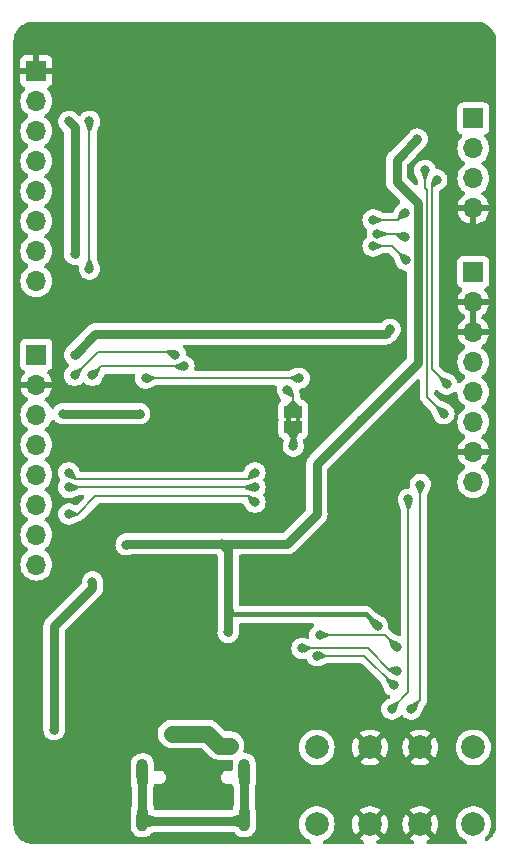
<source format=gbr>
%TF.GenerationSoftware,KiCad,Pcbnew,8.0.1-1.fc39*%
%TF.CreationDate,2024-05-03T11:27:30+02:00*%
%TF.ProjectId,esp32-board,65737033-322d-4626-9f61-72642e6b6963,rev?*%
%TF.SameCoordinates,Original*%
%TF.FileFunction,Copper,L2,Bot*%
%TF.FilePolarity,Positive*%
%FSLAX46Y46*%
G04 Gerber Fmt 4.6, Leading zero omitted, Abs format (unit mm)*
G04 Created by KiCad (PCBNEW 8.0.1-1.fc39) date 2024-05-03 11:27:30*
%MOMM*%
%LPD*%
G01*
G04 APERTURE LIST*
%TA.AperFunction,EtchedComponent*%
%ADD10C,0.000000*%
%TD*%
%TA.AperFunction,ComponentPad*%
%ADD11C,2.000000*%
%TD*%
%TA.AperFunction,ComponentPad*%
%ADD12R,1.700000X1.700000*%
%TD*%
%TA.AperFunction,ComponentPad*%
%ADD13O,1.700000X1.700000*%
%TD*%
%TA.AperFunction,ComponentPad*%
%ADD14O,1.000000X2.100000*%
%TD*%
%TA.AperFunction,ComponentPad*%
%ADD15O,1.000000X1.800000*%
%TD*%
%TA.AperFunction,SMDPad,CuDef*%
%ADD16R,1.500000X1.000000*%
%TD*%
%TA.AperFunction,ViaPad*%
%ADD17C,0.800000*%
%TD*%
%TA.AperFunction,Conductor*%
%ADD18C,0.200000*%
%TD*%
%TA.AperFunction,Conductor*%
%ADD19C,1.400000*%
%TD*%
%TA.AperFunction,Conductor*%
%ADD20C,0.400000*%
%TD*%
%TA.AperFunction,Conductor*%
%ADD21C,0.800000*%
%TD*%
G04 APERTURE END LIST*
D10*
%TA.AperFunction,EtchedComponent*%
%TO.C,JP2*%
G36*
X145850000Y-52750000D02*
G01*
X145450000Y-52750000D01*
X145450000Y-52250000D01*
X145850000Y-52250000D01*
X145850000Y-52750000D01*
G37*
%TD.AperFunction*%
%TA.AperFunction,EtchedComponent*%
G36*
X145050000Y-52750000D02*
G01*
X144650000Y-52750000D01*
X144650000Y-52250000D01*
X145050000Y-52250000D01*
X145050000Y-52750000D01*
G37*
%TD.AperFunction*%
%TD*%
D11*
%TO.P,SW1,1,1*%
%TO.N,GND*%
X151750000Y-80250000D03*
X151750000Y-86750000D03*
%TO.P,SW1,2,2*%
%TO.N,GPIO0*%
X147250000Y-80250000D03*
X147250000Y-86750000D03*
%TD*%
D12*
%TO.P,DP1,1,GND*%
%TO.N,GND*%
X123500000Y-23000000D03*
D13*
%TO.P,DP1,2,VDD*%
%TO.N,+3V3*%
X123500000Y-25540000D03*
%TO.P,DP1,3,SCK*%
%TO.N,/DP_SCK*%
X123500000Y-28080000D03*
%TO.P,DP1,4,SDA*%
%TO.N,/DP_SDA*%
X123500000Y-30620000D03*
%TO.P,DP1,5,RES*%
%TO.N,/DP_RES*%
X123500000Y-33160000D03*
%TO.P,DP1,6,DC*%
%TO.N,/DP_DC*%
X123500000Y-35700000D03*
%TO.P,DP1,7,CS*%
%TO.N,/DP_CS*%
X123500000Y-38240000D03*
%TO.P,DP1,8,LEDA*%
%TO.N,/DP_LED*%
X123500000Y-40780000D03*
%TD*%
D14*
%TO.P,J3,S1,SHIELD*%
%TO.N,GNDPWR*%
X132480000Y-82295000D03*
D15*
X132480000Y-86475000D03*
D14*
X141120000Y-82295000D03*
D15*
X141120000Y-86475000D03*
%TD*%
D12*
%TO.P,J1,1,Pin_1*%
%TO.N,Net-(J1-Pin_1)*%
X160500000Y-40000000D03*
D13*
%TO.P,J1,2,Pin_2*%
%TO.N,GND*%
X160500000Y-42540000D03*
%TO.P,J1,3,Pin_3*%
X160500000Y-45080000D03*
%TO.P,J1,4,Pin_4*%
%TO.N,Net-(J1-Pin_4)*%
X160500000Y-47620000D03*
%TO.P,J1,5,Pin_5*%
%TO.N,/U1RX*%
X160500000Y-50160000D03*
%TO.P,J1,6,Pin_6*%
%TO.N,/U1TX*%
X160500000Y-52700000D03*
%TO.P,J1,7,Pin_7*%
%TO.N,GND*%
X160500000Y-55240000D03*
%TO.P,J1,8,Pin_8*%
%TO.N,/U2RX*%
X160500000Y-57780000D03*
%TD*%
D12*
%TO.P,J5,1,Pin_1*%
%TO.N,VSYS*%
X123500000Y-47000000D03*
D13*
%TO.P,J5,2,Pin_2*%
%TO.N,GND*%
X123500000Y-49540000D03*
%TO.P,J5,3,Pin_3*%
%TO.N,+3V3*%
X123500000Y-52080000D03*
%TO.P,J5,4,Pin_4*%
%TO.N,/LED_CTRL*%
X123500000Y-54620000D03*
%TO.P,J5,5,Pin_5*%
%TO.N,/BTN1*%
X123500000Y-57160000D03*
%TO.P,J5,6,Pin_6*%
%TO.N,/BTN2*%
X123500000Y-59700000D03*
%TO.P,J5,7,Pin_7*%
%TO.N,/BTN3*%
X123500000Y-62240000D03*
%TO.P,J5,8,Pin_8*%
%TO.N,/BTN4*%
X123500000Y-64780000D03*
%TD*%
D11*
%TO.P,SW2,1,1*%
%TO.N,GND*%
X156000000Y-86750000D03*
X156000000Y-80250000D03*
%TO.P,SW2,2,2*%
%TO.N,CHIP_PU*%
X160500000Y-86750000D03*
X160500000Y-80250000D03*
%TD*%
D12*
%TO.P,J2,1,Pin_1*%
%TO.N,+3V3*%
X160500000Y-27000000D03*
D13*
%TO.P,J2,2,Pin_2*%
%TO.N,Net-(J2-Pin_2)*%
X160500000Y-29540000D03*
%TO.P,J2,3,Pin_3*%
%TO.N,Net-(J2-Pin_3)*%
X160500000Y-32080000D03*
%TO.P,J2,4,Pin_4*%
%TO.N,GND*%
X160500000Y-34620000D03*
%TD*%
D16*
%TO.P,JP2,1,A*%
%TO.N,GPIO38*%
X145250000Y-51850000D03*
%TO.P,JP2,2,B*%
%TO.N,Net-(D5-DIN)*%
X145250000Y-53150000D03*
%TD*%
D17*
%TO.N,CHIP_PU*%
X156000000Y-58000000D03*
X132750000Y-49000000D03*
X155250000Y-77000000D03*
X128000000Y-39750000D03*
X128000000Y-27250000D03*
X145750000Y-49000000D03*
%TO.N,GND*%
X149250000Y-47000000D03*
X161250000Y-77750000D03*
X148600000Y-25000000D03*
X158000000Y-45000000D03*
X135000000Y-38600000D03*
X141800000Y-35200000D03*
X141800000Y-38600000D03*
X148600000Y-35200000D03*
X153000000Y-21000000D03*
X135000000Y-28400000D03*
X143000000Y-84250000D03*
X135000000Y-25000000D03*
X143000000Y-33200000D03*
X148600000Y-31800000D03*
X148600000Y-21600000D03*
X138400000Y-35200000D03*
X125000000Y-21500000D03*
X148600000Y-28400000D03*
X135000000Y-21600000D03*
X132750000Y-71750000D03*
X138400000Y-25000000D03*
X159250000Y-60500000D03*
X143500000Y-79750000D03*
X145200000Y-38600000D03*
X129500000Y-27250000D03*
X145200000Y-28400000D03*
X145200000Y-21600000D03*
X138000000Y-27600000D03*
X138400000Y-38600000D03*
X158250000Y-54500000D03*
X154500000Y-78500000D03*
X135000000Y-35200000D03*
X148600000Y-38600000D03*
X125500000Y-49500000D03*
X141800000Y-21600000D03*
X141400000Y-76300000D03*
X145200000Y-25000000D03*
X153250000Y-78500000D03*
X145200000Y-31800000D03*
X126500000Y-72000000D03*
X151900000Y-59400000D03*
X135000000Y-31800000D03*
X138400000Y-21600000D03*
X141800000Y-25000000D03*
X144500000Y-84250000D03*
X145200000Y-35200000D03*
X158250000Y-34250000D03*
X142800000Y-27600000D03*
X126250000Y-81250000D03*
X137800000Y-33000000D03*
%TO.N,GPIO0*%
X153600000Y-77000000D03*
X155000000Y-59250000D03*
%TO.N,/VBUS_USB*%
X135000000Y-79100000D03*
X139000000Y-80100000D03*
X139900000Y-80100000D03*
%TO.N,Net-(D5-DIN)*%
X145250000Y-54750000D03*
%TO.N,/LED_CTRL*%
X135250000Y-47000000D03*
X126750000Y-48750000D03*
%TO.N,VSYS*%
X125000000Y-78750000D03*
X153456000Y-44856000D03*
X126750000Y-47000000D03*
X128250000Y-66250000D03*
%TO.N,+3V3*%
X126250000Y-27250000D03*
X139736092Y-70513908D03*
X132250000Y-52000000D03*
X131100000Y-63100000D03*
X151000000Y-52500000D03*
X147250000Y-60500000D03*
X139250000Y-63000000D03*
X152400000Y-70000000D03*
X126750000Y-38500000D03*
X125750000Y-52000000D03*
X155750000Y-28750000D03*
%TO.N,/U1RX*%
X157400000Y-32200000D03*
X158250000Y-49500000D03*
%TO.N,/U1TX*%
X158000000Y-52000000D03*
X156400000Y-31400000D03*
%TO.N,/SD_SCLK*%
X147500000Y-70750000D03*
X154000000Y-71750000D03*
%TO.N,/SD_DO*%
X154000000Y-73750000D03*
X146000000Y-71873500D03*
%TO.N,/SD_DAT1*%
X153750000Y-75000000D03*
X147250000Y-72500000D03*
%TO.N,GPIO38*%
X144750000Y-50000000D03*
%TO.N,/BTN1*%
X136000000Y-48000000D03*
X128250000Y-48750000D03*
%TO.N,/BTN2*%
X142000000Y-57000000D03*
X126250000Y-57000000D03*
%TO.N,/BTN3*%
X126250000Y-58250000D03*
X142000000Y-58250000D03*
%TO.N,/BTN4*%
X126250000Y-60500000D03*
X142000000Y-59500000D03*
%TO.N,Net-(U1-SPIIO6{slash}GPIO35{slash}FSPID{slash}SUBSPID)*%
X152000000Y-37800000D03*
X154800000Y-39000000D03*
%TO.N,Net-(U1-SPIIO7{slash}GPIO36{slash}FSPICLK{slash}SUBSPICLK)*%
X152373500Y-36800000D03*
X154703500Y-37000000D03*
%TO.N,Net-(U1-SPIDQS{slash}GPIO37{slash}FSPIQ{slash}SUBSPIQ)*%
X154703500Y-35000000D03*
X152000000Y-35600000D03*
%TD*%
D18*
%TO.N,CHIP_PU*%
X128000000Y-27250000D02*
X128000000Y-39750000D01*
X156000000Y-76250000D02*
X156000000Y-58000000D01*
X155250000Y-77000000D02*
X156000000Y-76250000D01*
X145750000Y-49000000D02*
X132750000Y-49000000D01*
%TO.N,GPIO0*%
X153600000Y-77000000D02*
X155000000Y-75600000D01*
X155000000Y-75600000D02*
X155000000Y-59250000D01*
D19*
%TO.N,/VBUS_USB*%
X139000000Y-80100000D02*
X139900000Y-80100000D01*
X135000000Y-79100000D02*
X138000000Y-79100000D01*
X138000000Y-79100000D02*
X139000000Y-80100000D01*
D20*
%TO.N,Net-(D5-DIN)*%
X145250000Y-53150000D02*
X145250000Y-54750000D01*
D18*
%TO.N,/LED_CTRL*%
X135000000Y-46750000D02*
X128750000Y-46750000D01*
X128750000Y-46750000D02*
X126750000Y-48750000D01*
X135250000Y-47000000D02*
X135000000Y-46750000D01*
D21*
%TO.N,VSYS*%
X153456000Y-44856000D02*
X153062000Y-45250000D01*
X128250000Y-66750000D02*
X128250000Y-66250000D01*
X128500000Y-45250000D02*
X126750000Y-47000000D01*
X153062000Y-45250000D02*
X128500000Y-45250000D01*
X125000000Y-70000000D02*
X128250000Y-66750000D01*
X125000000Y-78750000D02*
X125000000Y-70000000D01*
%TO.N,+3V3*%
X147250000Y-56250000D02*
X151000000Y-52500000D01*
X139750000Y-70500000D02*
X139736092Y-70513908D01*
X139750000Y-68600000D02*
X139750000Y-70500000D01*
X139250000Y-63000000D02*
X144750000Y-63000000D01*
X155800000Y-47700000D02*
X151000000Y-52500000D01*
X154000000Y-32400000D02*
X155800000Y-34200000D01*
D20*
X151400000Y-69000000D02*
X140150000Y-69000000D01*
D21*
X147250000Y-60500000D02*
X147250000Y-56250000D01*
X139250000Y-63000000D02*
X131200000Y-63000000D01*
X126750000Y-27750000D02*
X126750000Y-38500000D01*
X126250000Y-27250000D02*
X126750000Y-27750000D01*
X139750000Y-63500000D02*
X139750000Y-68600000D01*
D20*
X140150000Y-69000000D02*
X139750000Y-68600000D01*
D21*
X155750000Y-28750000D02*
X154000000Y-30500000D01*
X154000000Y-30500000D02*
X154000000Y-32400000D01*
X131200000Y-63000000D02*
X131100000Y-63100000D01*
X155800000Y-34200000D02*
X155800000Y-47700000D01*
D20*
X152400000Y-70000000D02*
X151400000Y-69000000D01*
D21*
X125750000Y-52000000D02*
X132250000Y-52000000D01*
X144750000Y-63000000D02*
X147250000Y-60500000D01*
X139250000Y-63000000D02*
X139750000Y-63500000D01*
D18*
%TO.N,/U1RX*%
X157000000Y-32600000D02*
X157000000Y-48250000D01*
X157400000Y-32200000D02*
X157000000Y-32600000D01*
X157000000Y-48250000D02*
X158250000Y-49500000D01*
%TO.N,/U1TX*%
X156400000Y-32887212D02*
X156600000Y-33087212D01*
X156600000Y-33087212D02*
X156600000Y-50600000D01*
X156400000Y-31400000D02*
X156400000Y-32887212D01*
X156600000Y-50600000D02*
X158000000Y-52000000D01*
D21*
%TO.N,GNDPWR*%
X141120000Y-82295000D02*
X141120000Y-86475000D01*
X132480000Y-82295000D02*
X132480000Y-86475000D01*
X132480000Y-86475000D02*
X141120000Y-86475000D01*
D18*
%TO.N,/SD_SCLK*%
X153000000Y-70750000D02*
X154000000Y-71750000D01*
X147500000Y-70750000D02*
X153000000Y-70750000D01*
%TO.N,/SD_DO*%
X153450000Y-73750000D02*
X154000000Y-73750000D01*
X151550000Y-71850000D02*
X153450000Y-73750000D01*
X146000000Y-71873500D02*
X146023500Y-71850000D01*
X146023500Y-71850000D02*
X151550000Y-71850000D01*
%TO.N,/SD_DAT1*%
X147250000Y-72500000D02*
X151250000Y-72500000D01*
X151250000Y-72500000D02*
X153750000Y-75000000D01*
%TO.N,GPIO38*%
X145250000Y-50500000D02*
X145250000Y-51850000D01*
X144750000Y-50000000D02*
X145250000Y-50500000D01*
%TO.N,/BTN1*%
X136000000Y-48000000D02*
X129000000Y-48000000D01*
X129000000Y-48000000D02*
X128250000Y-48750000D01*
%TO.N,/BTN2*%
X126750000Y-57500000D02*
X141500000Y-57500000D01*
X141500000Y-57500000D02*
X142000000Y-57000000D01*
X126250000Y-57000000D02*
X126750000Y-57500000D01*
%TO.N,/BTN3*%
X126250000Y-58250000D02*
X142000000Y-58250000D01*
%TO.N,/BTN4*%
X126250000Y-60500000D02*
X127000000Y-60500000D01*
X141500000Y-59000000D02*
X142000000Y-59500000D01*
X127000000Y-60500000D02*
X128500000Y-59000000D01*
X128500000Y-59000000D02*
X141500000Y-59000000D01*
%TO.N,Net-(U1-SPIIO6{slash}GPIO35{slash}FSPID{slash}SUBSPID)*%
X152000000Y-37800000D02*
X153600000Y-37800000D01*
X153600000Y-37800000D02*
X154800000Y-39000000D01*
%TO.N,Net-(U1-SPIIO7{slash}GPIO36{slash}FSPICLK{slash}SUBSPICLK)*%
X154503500Y-36800000D02*
X154703500Y-37000000D01*
X152373500Y-36800000D02*
X154503500Y-36800000D01*
%TO.N,Net-(U1-SPIDQS{slash}GPIO37{slash}FSPIQ{slash}SUBSPIQ)*%
X154703500Y-35000000D02*
X154103500Y-35600000D01*
X154103500Y-35600000D02*
X152000000Y-35600000D01*
%TD*%
%TA.AperFunction,Conductor*%
%TO.N,GND*%
G36*
X151500000Y-34850191D02*
G01*
X151394129Y-34927111D01*
X151267466Y-35067785D01*
X151172821Y-35231715D01*
X151172818Y-35231722D01*
X151114327Y-35411740D01*
X151114326Y-35411744D01*
X151094540Y-35600000D01*
X151114326Y-35788256D01*
X151114327Y-35788259D01*
X151172818Y-35968277D01*
X151172821Y-35968284D01*
X151267467Y-36132216D01*
X151394129Y-36272888D01*
X151486121Y-36339724D01*
X151500000Y-36357722D01*
X151500000Y-36574274D01*
X151487827Y-36611740D01*
X151487826Y-36611744D01*
X151468040Y-36800000D01*
X151487254Y-36982817D01*
X151474686Y-37051545D01*
X151436820Y-37096094D01*
X151394131Y-37127109D01*
X151394129Y-37127111D01*
X151267466Y-37267785D01*
X151172821Y-37431715D01*
X151172818Y-37431722D01*
X151114327Y-37611740D01*
X151114326Y-37611744D01*
X151094540Y-37800000D01*
X151114326Y-37988256D01*
X151114327Y-37988259D01*
X151172818Y-38168277D01*
X151172821Y-38168284D01*
X151267467Y-38332216D01*
X151394129Y-38472888D01*
X151500000Y-38549807D01*
X151500000Y-41250000D01*
X132000000Y-41250000D01*
X132000000Y-21500000D01*
X151500000Y-21500000D01*
X151500000Y-34850191D01*
G37*
%TD.AperFunction*%
%TD*%
%TA.AperFunction,Conductor*%
%TO.N,GND*%
G36*
X160750000Y-44644498D02*
G01*
X160642315Y-44595320D01*
X160535763Y-44580000D01*
X160464237Y-44580000D01*
X160357685Y-44595320D01*
X160250000Y-44644498D01*
X160250000Y-42975501D01*
X160357685Y-43024680D01*
X160464237Y-43040000D01*
X160535763Y-43040000D01*
X160642315Y-43024680D01*
X160750000Y-42975501D01*
X160750000Y-44644498D01*
G37*
%TD.AperFunction*%
%TA.AperFunction,Conductor*%
G36*
X151510433Y-36382024D02*
G01*
X151528404Y-36463344D01*
X151519939Y-36512907D01*
X151500000Y-36574272D01*
X151500000Y-36369657D01*
X151510433Y-36382024D01*
G37*
%TD.AperFunction*%
%TA.AperFunction,Conductor*%
G36*
X160753095Y-18800722D02*
G01*
X160887508Y-18810334D01*
X160979460Y-18816910D01*
X161004010Y-18820440D01*
X161216670Y-18866702D01*
X161240448Y-18873685D01*
X161444335Y-18949730D01*
X161466915Y-18960042D01*
X161657899Y-19064327D01*
X161678771Y-19077740D01*
X161852975Y-19208147D01*
X161871731Y-19224399D01*
X162025600Y-19378268D01*
X162041852Y-19397025D01*
X162172257Y-19571225D01*
X162185672Y-19592100D01*
X162289957Y-19783084D01*
X162300270Y-19805666D01*
X162329068Y-19882877D01*
X162376311Y-20009542D01*
X162383299Y-20033338D01*
X162429557Y-20245978D01*
X162433089Y-20270544D01*
X162449278Y-20496903D01*
X162449500Y-20503112D01*
X162449500Y-86746887D01*
X162449278Y-86753096D01*
X162433089Y-86979455D01*
X162429556Y-87004023D01*
X162383300Y-87216657D01*
X162376309Y-87240465D01*
X162300270Y-87444333D01*
X162289957Y-87466915D01*
X162185672Y-87657899D01*
X162172252Y-87678780D01*
X162135072Y-87728449D01*
X162041857Y-87852969D01*
X162025600Y-87871731D01*
X161871731Y-88025600D01*
X161852968Y-88041857D01*
X161741978Y-88124943D01*
X161665301Y-88157447D01*
X161582302Y-88150593D01*
X161511994Y-88105953D01*
X161470485Y-88033753D01*
X161467284Y-87950532D01*
X161503124Y-87875357D01*
X161519142Y-87858391D01*
X161519740Y-87857740D01*
X161519744Y-87857738D01*
X161688164Y-87674785D01*
X161688165Y-87674782D01*
X161688168Y-87674780D01*
X161816207Y-87478800D01*
X161824173Y-87466607D01*
X161924063Y-87238881D01*
X161985108Y-86997821D01*
X162005643Y-86750000D01*
X161985108Y-86502179D01*
X161924063Y-86261119D01*
X161824173Y-86033393D01*
X161824172Y-86033391D01*
X161688168Y-85825219D01*
X161519748Y-85642266D01*
X161519740Y-85642258D01*
X161323516Y-85489530D01*
X161323507Y-85489524D01*
X161104820Y-85371176D01*
X161104809Y-85371171D01*
X160869619Y-85290430D01*
X160869614Y-85290429D01*
X160624335Y-85249500D01*
X160375665Y-85249500D01*
X160179441Y-85282243D01*
X160130385Y-85290429D01*
X160130380Y-85290430D01*
X159895190Y-85371171D01*
X159895179Y-85371176D01*
X159676492Y-85489524D01*
X159676483Y-85489530D01*
X159480259Y-85642258D01*
X159480251Y-85642266D01*
X159311831Y-85825219D01*
X159175827Y-86033391D01*
X159075936Y-86261121D01*
X159014892Y-86502178D01*
X158994357Y-86750000D01*
X159014892Y-86997821D01*
X159075936Y-87238878D01*
X159175827Y-87466608D01*
X159311831Y-87674780D01*
X159480251Y-87857733D01*
X159480259Y-87857741D01*
X159676483Y-88010469D01*
X159676488Y-88010472D01*
X159676491Y-88010474D01*
X159734482Y-88041857D01*
X159883444Y-88122472D01*
X159945074Y-88178486D01*
X159973613Y-88256726D01*
X159962524Y-88339266D01*
X159914346Y-88407198D01*
X159840117Y-88444960D01*
X159800629Y-88449500D01*
X156698319Y-88449500D01*
X156617457Y-88429569D01*
X156555120Y-88374343D01*
X156525588Y-88296473D01*
X156535626Y-88213799D01*
X156582936Y-88145259D01*
X156615504Y-88122472D01*
X156823232Y-88010054D01*
X156823234Y-88010053D01*
X156870056Y-87973610D01*
X156171567Y-87275121D01*
X156288458Y-87224349D01*
X156405739Y-87128934D01*
X156492928Y-87005415D01*
X156523355Y-86919801D01*
X157223435Y-87619881D01*
X157323729Y-87466372D01*
X157323733Y-87466364D01*
X157423587Y-87238717D01*
X157423587Y-87238716D01*
X157484612Y-86997737D01*
X157505140Y-86750000D01*
X157484612Y-86502262D01*
X157423587Y-86261283D01*
X157423587Y-86261282D01*
X157323733Y-86033636D01*
X157323731Y-86033631D01*
X157223435Y-85880117D01*
X156525929Y-86577622D01*
X156523116Y-86564085D01*
X156453558Y-86429844D01*
X156350362Y-86319348D01*
X156221181Y-86240791D01*
X156169994Y-86226449D01*
X156870056Y-85526388D01*
X156823235Y-85489946D01*
X156823234Y-85489945D01*
X156604613Y-85371635D01*
X156604606Y-85371631D01*
X156369495Y-85290917D01*
X156369490Y-85290916D01*
X156124291Y-85250000D01*
X155875709Y-85250000D01*
X155630509Y-85290916D01*
X155630504Y-85290917D01*
X155395393Y-85371631D01*
X155395391Y-85371632D01*
X155176767Y-85489945D01*
X155129942Y-85526388D01*
X155828432Y-86224878D01*
X155711542Y-86275651D01*
X155594261Y-86371066D01*
X155507072Y-86494585D01*
X155476644Y-86580198D01*
X154776563Y-85880117D01*
X154676268Y-86033631D01*
X154676266Y-86033636D01*
X154576412Y-86261282D01*
X154576412Y-86261283D01*
X154515387Y-86502262D01*
X154494859Y-86750000D01*
X154515387Y-86997737D01*
X154576412Y-87238716D01*
X154576412Y-87238717D01*
X154676266Y-87466363D01*
X154676268Y-87466368D01*
X154776563Y-87619881D01*
X155474070Y-86922373D01*
X155476884Y-86935915D01*
X155546442Y-87070156D01*
X155649638Y-87180652D01*
X155778819Y-87259209D01*
X155830002Y-87273549D01*
X155129942Y-87973610D01*
X155176763Y-88010052D01*
X155176769Y-88010056D01*
X155384496Y-88122472D01*
X155446126Y-88178486D01*
X155474665Y-88256725D01*
X155463576Y-88339266D01*
X155415398Y-88407198D01*
X155341170Y-88444960D01*
X155301681Y-88449500D01*
X152448319Y-88449500D01*
X152367457Y-88429569D01*
X152305120Y-88374343D01*
X152275588Y-88296473D01*
X152285626Y-88213799D01*
X152332936Y-88145259D01*
X152365504Y-88122472D01*
X152573232Y-88010054D01*
X152573234Y-88010053D01*
X152620056Y-87973610D01*
X151921567Y-87275121D01*
X152038458Y-87224349D01*
X152155739Y-87128934D01*
X152242928Y-87005415D01*
X152273355Y-86919801D01*
X152973435Y-87619881D01*
X153073729Y-87466372D01*
X153073733Y-87466364D01*
X153173587Y-87238717D01*
X153173587Y-87238716D01*
X153234612Y-86997737D01*
X153255140Y-86750000D01*
X153234612Y-86502262D01*
X153173587Y-86261283D01*
X153173587Y-86261282D01*
X153073733Y-86033636D01*
X153073731Y-86033631D01*
X152973435Y-85880117D01*
X152275929Y-86577622D01*
X152273116Y-86564085D01*
X152203558Y-86429844D01*
X152100362Y-86319348D01*
X151971181Y-86240791D01*
X151919994Y-86226449D01*
X152620056Y-85526388D01*
X152573235Y-85489946D01*
X152573234Y-85489945D01*
X152354613Y-85371635D01*
X152354606Y-85371631D01*
X152119495Y-85290917D01*
X152119490Y-85290916D01*
X151874291Y-85250000D01*
X151625709Y-85250000D01*
X151380509Y-85290916D01*
X151380504Y-85290917D01*
X151145393Y-85371631D01*
X151145391Y-85371632D01*
X150926767Y-85489945D01*
X150879942Y-85526388D01*
X151578432Y-86224878D01*
X151461542Y-86275651D01*
X151344261Y-86371066D01*
X151257072Y-86494585D01*
X151226644Y-86580198D01*
X150526563Y-85880117D01*
X150426268Y-86033631D01*
X150426266Y-86033636D01*
X150326412Y-86261282D01*
X150326412Y-86261283D01*
X150265387Y-86502262D01*
X150244859Y-86750000D01*
X150265387Y-86997737D01*
X150326412Y-87238716D01*
X150326412Y-87238717D01*
X150426266Y-87466363D01*
X150426268Y-87466368D01*
X150526563Y-87619881D01*
X151224070Y-86922373D01*
X151226884Y-86935915D01*
X151296442Y-87070156D01*
X151399638Y-87180652D01*
X151528819Y-87259209D01*
X151580002Y-87273549D01*
X150879942Y-87973610D01*
X150926763Y-88010052D01*
X150926769Y-88010056D01*
X151134496Y-88122472D01*
X151196126Y-88178486D01*
X151224665Y-88256725D01*
X151213576Y-88339266D01*
X151165398Y-88407198D01*
X151091170Y-88444960D01*
X151051681Y-88449500D01*
X147949371Y-88449500D01*
X147868509Y-88429569D01*
X147806172Y-88374343D01*
X147776640Y-88296473D01*
X147786678Y-88213799D01*
X147833988Y-88145259D01*
X147866556Y-88122472D01*
X147941803Y-88081749D01*
X148073509Y-88010474D01*
X148073513Y-88010470D01*
X148073516Y-88010469D01*
X148230146Y-87888557D01*
X148269744Y-87857738D01*
X148438164Y-87674785D01*
X148438165Y-87674782D01*
X148438168Y-87674780D01*
X148566207Y-87478800D01*
X148574173Y-87466607D01*
X148674063Y-87238881D01*
X148735108Y-86997821D01*
X148755643Y-86750000D01*
X148735108Y-86502179D01*
X148674063Y-86261119D01*
X148574173Y-86033393D01*
X148574172Y-86033391D01*
X148438168Y-85825219D01*
X148269748Y-85642266D01*
X148269740Y-85642258D01*
X148073516Y-85489530D01*
X148073507Y-85489524D01*
X147854820Y-85371176D01*
X147854809Y-85371171D01*
X147619619Y-85290430D01*
X147619614Y-85290429D01*
X147374335Y-85249500D01*
X147125665Y-85249500D01*
X146929441Y-85282243D01*
X146880385Y-85290429D01*
X146880380Y-85290430D01*
X146645190Y-85371171D01*
X146645179Y-85371176D01*
X146426492Y-85489524D01*
X146426483Y-85489530D01*
X146230259Y-85642258D01*
X146230251Y-85642266D01*
X146061831Y-85825219D01*
X145925827Y-86033391D01*
X145825936Y-86261121D01*
X145764892Y-86502178D01*
X145744357Y-86750000D01*
X145764892Y-86997821D01*
X145825936Y-87238878D01*
X145925827Y-87466608D01*
X146061831Y-87674780D01*
X146230251Y-87857733D01*
X146230259Y-87857741D01*
X146426483Y-88010469D01*
X146426488Y-88010472D01*
X146426491Y-88010474D01*
X146484482Y-88041857D01*
X146633444Y-88122472D01*
X146695074Y-88178486D01*
X146723613Y-88256726D01*
X146712524Y-88339266D01*
X146664346Y-88407198D01*
X146590117Y-88444960D01*
X146550629Y-88449500D01*
X123253113Y-88449500D01*
X123246904Y-88449278D01*
X123020544Y-88433089D01*
X122995978Y-88429557D01*
X122783338Y-88383299D01*
X122759542Y-88376311D01*
X122632877Y-88329068D01*
X122555666Y-88300270D01*
X122533084Y-88289957D01*
X122342100Y-88185672D01*
X122321225Y-88172257D01*
X122147025Y-88041852D01*
X122128268Y-88025600D01*
X121974399Y-87871731D01*
X121958147Y-87852975D01*
X121827740Y-87678771D01*
X121814327Y-87657899D01*
X121710042Y-87466915D01*
X121699729Y-87444333D01*
X121669412Y-87363049D01*
X121623685Y-87240448D01*
X121616702Y-87216670D01*
X121570440Y-87004010D01*
X121566910Y-86979460D01*
X121553210Y-86787886D01*
X121550722Y-86753095D01*
X121550500Y-86746887D01*
X121550500Y-86057952D01*
X131475072Y-86057952D01*
X131475149Y-86073617D01*
X131478967Y-86107944D01*
X131479500Y-86117567D01*
X131479500Y-86925742D01*
X131494924Y-87077432D01*
X131494926Y-87077442D01*
X131555838Y-87271582D01*
X131555843Y-87271593D01*
X131654590Y-87449502D01*
X131654593Y-87449506D01*
X131787127Y-87603889D01*
X131787129Y-87603890D01*
X131787131Y-87603891D01*
X131787134Y-87603895D01*
X131948042Y-87728448D01*
X132130729Y-87818060D01*
X132327715Y-87869063D01*
X132380325Y-87871731D01*
X132530934Y-87879369D01*
X132530934Y-87879368D01*
X132530936Y-87879369D01*
X132732071Y-87848556D01*
X132922887Y-87777886D01*
X133002202Y-87728449D01*
X133095565Y-87670256D01*
X133095566Y-87670254D01*
X133095571Y-87670252D01*
X133243053Y-87530059D01*
X133278731Y-87478797D01*
X133341280Y-87423817D01*
X133388672Y-87407332D01*
X133506445Y-87384679D01*
X133537888Y-87378632D01*
X133570753Y-87375500D01*
X140029247Y-87375500D01*
X140062112Y-87378632D01*
X140116072Y-87389010D01*
X140208083Y-87406708D01*
X140283724Y-87441553D01*
X140307239Y-87464235D01*
X140309276Y-87466608D01*
X140427129Y-87603890D01*
X140427134Y-87603895D01*
X140588042Y-87728448D01*
X140770729Y-87818060D01*
X140967715Y-87869063D01*
X141020325Y-87871731D01*
X141170934Y-87879369D01*
X141170934Y-87879368D01*
X141170936Y-87879369D01*
X141372071Y-87848556D01*
X141562887Y-87777886D01*
X141642202Y-87728449D01*
X141735565Y-87670256D01*
X141735566Y-87670254D01*
X141735571Y-87670252D01*
X141883053Y-87530059D01*
X141999295Y-87363049D01*
X142079540Y-87176058D01*
X142101303Y-87070156D01*
X142120499Y-86976747D01*
X142120500Y-86976740D01*
X142120500Y-86061455D01*
X142120651Y-86057952D01*
X142122359Y-86018382D01*
X142120932Y-86004111D01*
X142024046Y-85035237D01*
X142021216Y-85013307D01*
X142020500Y-85002163D01*
X142020500Y-83920200D01*
X142023040Y-83890575D01*
X142024041Y-83884775D01*
X142024045Y-83884763D01*
X142114885Y-82976350D01*
X142116233Y-82967503D01*
X142120500Y-82946741D01*
X142120500Y-82924546D01*
X142120932Y-82915884D01*
X142122472Y-82900486D01*
X142123130Y-82893909D01*
X142123659Y-82886733D01*
X142124157Y-82819947D01*
X142124016Y-82819260D01*
X142120500Y-82784454D01*
X142120500Y-81694257D01*
X142105075Y-81542567D01*
X142105073Y-81542557D01*
X142044161Y-81348417D01*
X142044156Y-81348406D01*
X141945409Y-81170497D01*
X141945406Y-81170493D01*
X141812872Y-81016110D01*
X141812870Y-81016109D01*
X141812868Y-81016107D01*
X141812866Y-81016105D01*
X141651958Y-80891552D01*
X141651956Y-80891551D01*
X141651955Y-80891550D01*
X141469271Y-80801940D01*
X141402238Y-80784584D01*
X141272285Y-80750937D01*
X141272283Y-80750936D01*
X141182142Y-80746365D01*
X141102394Y-80722364D01*
X141042934Y-80664051D01*
X141017384Y-80584785D01*
X141028705Y-80509734D01*
X141059618Y-80429940D01*
X141093255Y-80250000D01*
X145744357Y-80250000D01*
X145764892Y-80497821D01*
X145825937Y-80738881D01*
X145845984Y-80784584D01*
X145925827Y-80966608D01*
X146061831Y-81174780D01*
X146230251Y-81357733D01*
X146230259Y-81357741D01*
X146426483Y-81510469D01*
X146426492Y-81510475D01*
X146645179Y-81628823D01*
X146645190Y-81628828D01*
X146878964Y-81709083D01*
X146880386Y-81709571D01*
X147125665Y-81750500D01*
X147125669Y-81750500D01*
X147374331Y-81750500D01*
X147374335Y-81750500D01*
X147619614Y-81709571D01*
X147854810Y-81628828D01*
X147854815Y-81628825D01*
X147854820Y-81628823D01*
X148073507Y-81510475D01*
X148073516Y-81510469D01*
X148269740Y-81357741D01*
X148269739Y-81357741D01*
X148269744Y-81357738D01*
X148438164Y-81174785D01*
X148438165Y-81174782D01*
X148438168Y-81174780D01*
X148574172Y-80966608D01*
X148574173Y-80966607D01*
X148674063Y-80738881D01*
X148735108Y-80497821D01*
X148755643Y-80250000D01*
X150244859Y-80250000D01*
X150265387Y-80497737D01*
X150326412Y-80738716D01*
X150326412Y-80738717D01*
X150426266Y-80966363D01*
X150426268Y-80966368D01*
X150526563Y-81119881D01*
X151224070Y-80422373D01*
X151226884Y-80435915D01*
X151296442Y-80570156D01*
X151399638Y-80680652D01*
X151528819Y-80759209D01*
X151580002Y-80773549D01*
X150879942Y-81473610D01*
X150926763Y-81510052D01*
X150926769Y-81510056D01*
X151145381Y-81628362D01*
X151145393Y-81628368D01*
X151380504Y-81709082D01*
X151380509Y-81709083D01*
X151625709Y-81750000D01*
X151874291Y-81750000D01*
X152119490Y-81709083D01*
X152119495Y-81709082D01*
X152354606Y-81628368D01*
X152354618Y-81628362D01*
X152573232Y-81510054D01*
X152573234Y-81510053D01*
X152620056Y-81473610D01*
X151921567Y-80775121D01*
X152038458Y-80724349D01*
X152155739Y-80628934D01*
X152242928Y-80505415D01*
X152273355Y-80419801D01*
X152973435Y-81119881D01*
X153073729Y-80966372D01*
X153073733Y-80966364D01*
X153173587Y-80738717D01*
X153173587Y-80738716D01*
X153234612Y-80497737D01*
X153255140Y-80250000D01*
X154494859Y-80250000D01*
X154515387Y-80497737D01*
X154576412Y-80738716D01*
X154576412Y-80738717D01*
X154676266Y-80966363D01*
X154676268Y-80966368D01*
X154776563Y-81119881D01*
X155474070Y-80422373D01*
X155476884Y-80435915D01*
X155546442Y-80570156D01*
X155649638Y-80680652D01*
X155778819Y-80759209D01*
X155830002Y-80773549D01*
X155129942Y-81473610D01*
X155176763Y-81510052D01*
X155176769Y-81510056D01*
X155395381Y-81628362D01*
X155395393Y-81628368D01*
X155630504Y-81709082D01*
X155630509Y-81709083D01*
X155875709Y-81750000D01*
X156124291Y-81750000D01*
X156369490Y-81709083D01*
X156369495Y-81709082D01*
X156604606Y-81628368D01*
X156604618Y-81628362D01*
X156823232Y-81510054D01*
X156823234Y-81510053D01*
X156870056Y-81473610D01*
X156171567Y-80775121D01*
X156288458Y-80724349D01*
X156405739Y-80628934D01*
X156492928Y-80505415D01*
X156523355Y-80419801D01*
X157223435Y-81119881D01*
X157323729Y-80966372D01*
X157323733Y-80966364D01*
X157423587Y-80738717D01*
X157423587Y-80738716D01*
X157484612Y-80497737D01*
X157505140Y-80250000D01*
X158994357Y-80250000D01*
X159014892Y-80497821D01*
X159075937Y-80738881D01*
X159095984Y-80784584D01*
X159175827Y-80966608D01*
X159311831Y-81174780D01*
X159480251Y-81357733D01*
X159480259Y-81357741D01*
X159676483Y-81510469D01*
X159676492Y-81510475D01*
X159895179Y-81628823D01*
X159895190Y-81628828D01*
X160128964Y-81709083D01*
X160130386Y-81709571D01*
X160375665Y-81750500D01*
X160375669Y-81750500D01*
X160624331Y-81750500D01*
X160624335Y-81750500D01*
X160869614Y-81709571D01*
X161104810Y-81628828D01*
X161104815Y-81628825D01*
X161104820Y-81628823D01*
X161323507Y-81510475D01*
X161323516Y-81510469D01*
X161519740Y-81357741D01*
X161519739Y-81357741D01*
X161519744Y-81357738D01*
X161688164Y-81174785D01*
X161688165Y-81174782D01*
X161688168Y-81174780D01*
X161824172Y-80966608D01*
X161824173Y-80966607D01*
X161924063Y-80738881D01*
X161985108Y-80497821D01*
X162005643Y-80250000D01*
X161985108Y-80002179D01*
X161924063Y-79761119D01*
X161824173Y-79533393D01*
X161756587Y-79429944D01*
X161688168Y-79325219D01*
X161519748Y-79142266D01*
X161519740Y-79142258D01*
X161323516Y-78989530D01*
X161323507Y-78989524D01*
X161104820Y-78871176D01*
X161104809Y-78871171D01*
X160869619Y-78790430D01*
X160869614Y-78790429D01*
X160624335Y-78749500D01*
X160375665Y-78749500D01*
X160179441Y-78782243D01*
X160130385Y-78790429D01*
X160130380Y-78790430D01*
X159895190Y-78871171D01*
X159895179Y-78871176D01*
X159676492Y-78989524D01*
X159676483Y-78989530D01*
X159480259Y-79142258D01*
X159480251Y-79142266D01*
X159311831Y-79325219D01*
X159175827Y-79533391D01*
X159075936Y-79761121D01*
X159014892Y-80002178D01*
X158997569Y-80211242D01*
X158994357Y-80250000D01*
X157505140Y-80250000D01*
X157484612Y-80002262D01*
X157423587Y-79761283D01*
X157423587Y-79761282D01*
X157323733Y-79533636D01*
X157323731Y-79533631D01*
X157223435Y-79380117D01*
X156525929Y-80077622D01*
X156523116Y-80064085D01*
X156453558Y-79929844D01*
X156350362Y-79819348D01*
X156221181Y-79740791D01*
X156169994Y-79726449D01*
X156870056Y-79026388D01*
X156823235Y-78989946D01*
X156823234Y-78989945D01*
X156604613Y-78871635D01*
X156604606Y-78871631D01*
X156369495Y-78790917D01*
X156369490Y-78790916D01*
X156124291Y-78750000D01*
X155875709Y-78750000D01*
X155630509Y-78790916D01*
X155630504Y-78790917D01*
X155395393Y-78871631D01*
X155395391Y-78871632D01*
X155176767Y-78989945D01*
X155129942Y-79026388D01*
X155828432Y-79724878D01*
X155711542Y-79775651D01*
X155594261Y-79871066D01*
X155507072Y-79994585D01*
X155476644Y-80080198D01*
X154776563Y-79380117D01*
X154676268Y-79533631D01*
X154676266Y-79533636D01*
X154576412Y-79761282D01*
X154576412Y-79761283D01*
X154515387Y-80002262D01*
X154494859Y-80250000D01*
X153255140Y-80250000D01*
X153234612Y-80002262D01*
X153173587Y-79761283D01*
X153173587Y-79761282D01*
X153073733Y-79533636D01*
X153073731Y-79533631D01*
X152973435Y-79380117D01*
X152275929Y-80077622D01*
X152273116Y-80064085D01*
X152203558Y-79929844D01*
X152100362Y-79819348D01*
X151971181Y-79740791D01*
X151919994Y-79726449D01*
X152620056Y-79026388D01*
X152573235Y-78989946D01*
X152573234Y-78989945D01*
X152354613Y-78871635D01*
X152354606Y-78871631D01*
X152119495Y-78790917D01*
X152119490Y-78790916D01*
X151874291Y-78750000D01*
X151625709Y-78750000D01*
X151380509Y-78790916D01*
X151380504Y-78790917D01*
X151145393Y-78871631D01*
X151145391Y-78871632D01*
X150926767Y-78989945D01*
X150879942Y-79026388D01*
X151578432Y-79724878D01*
X151461542Y-79775651D01*
X151344261Y-79871066D01*
X151257072Y-79994585D01*
X151226644Y-80080198D01*
X150526563Y-79380117D01*
X150426268Y-79533631D01*
X150426266Y-79533636D01*
X150326412Y-79761282D01*
X150326412Y-79761283D01*
X150265387Y-80002262D01*
X150244859Y-80250000D01*
X148755643Y-80250000D01*
X148735108Y-80002179D01*
X148674063Y-79761119D01*
X148574173Y-79533393D01*
X148506587Y-79429944D01*
X148438168Y-79325219D01*
X148269748Y-79142266D01*
X148269740Y-79142258D01*
X148073516Y-78989530D01*
X148073507Y-78989524D01*
X147854820Y-78871176D01*
X147854809Y-78871171D01*
X147619619Y-78790430D01*
X147619614Y-78790429D01*
X147374335Y-78749500D01*
X147125665Y-78749500D01*
X146929441Y-78782243D01*
X146880385Y-78790429D01*
X146880380Y-78790430D01*
X146645190Y-78871171D01*
X146645179Y-78871176D01*
X146426492Y-78989524D01*
X146426483Y-78989530D01*
X146230259Y-79142258D01*
X146230251Y-79142266D01*
X146061831Y-79325219D01*
X145925827Y-79533391D01*
X145825936Y-79761121D01*
X145764892Y-80002178D01*
X145747569Y-80211242D01*
X145744357Y-80250000D01*
X141093255Y-80250000D01*
X141100500Y-80211243D01*
X141100500Y-79988757D01*
X141059618Y-79770060D01*
X140979247Y-79562599D01*
X140862124Y-79373438D01*
X140712236Y-79209019D01*
X140534689Y-79074942D01*
X140534688Y-79074941D01*
X140534685Y-79074939D01*
X140335531Y-78975772D01*
X140335528Y-78975771D01*
X140121536Y-78914885D01*
X140121535Y-78914884D01*
X140121532Y-78914884D01*
X139955510Y-78899500D01*
X139955503Y-78899500D01*
X139569337Y-78899500D01*
X139488475Y-78879569D01*
X139446301Y-78848537D01*
X139305107Y-78707343D01*
X138869898Y-78272135D01*
X138867145Y-78269251D01*
X138812241Y-78209024D01*
X138812239Y-78209022D01*
X138812236Y-78209019D01*
X138747186Y-78159896D01*
X138744073Y-78157431D01*
X138681353Y-78105348D01*
X138681351Y-78105346D01*
X138681350Y-78105346D01*
X138672870Y-78100623D01*
X138662240Y-78094702D01*
X138652144Y-78088123D01*
X138634689Y-78074942D01*
X138634683Y-78074938D01*
X138561739Y-78038616D01*
X138558183Y-78036742D01*
X138486991Y-77997088D01*
X138486988Y-77997086D01*
X138486985Y-77997085D01*
X138486980Y-77997083D01*
X138486977Y-77997082D01*
X138466242Y-77990132D01*
X138455104Y-77985518D01*
X138435526Y-77975770D01*
X138435528Y-77975770D01*
X138357131Y-77953464D01*
X138353293Y-77952276D01*
X138276040Y-77926383D01*
X138276029Y-77926381D01*
X138254379Y-77923361D01*
X138242580Y-77920872D01*
X138221536Y-77914885D01*
X138221526Y-77914884D01*
X138140373Y-77907363D01*
X138136383Y-77906900D01*
X138055676Y-77895643D01*
X137985869Y-77898871D01*
X137974283Y-77899407D01*
X137970273Y-77899500D01*
X134944489Y-77899500D01*
X134778467Y-77914884D01*
X134564468Y-77975772D01*
X134365314Y-78074939D01*
X134187763Y-78209019D01*
X134037874Y-78373440D01*
X133920753Y-78562599D01*
X133840383Y-78770055D01*
X133840380Y-78770066D01*
X133799500Y-78988757D01*
X133799500Y-79211242D01*
X133840380Y-79429933D01*
X133840383Y-79429944D01*
X133880459Y-79533391D01*
X133920753Y-79637401D01*
X134037876Y-79826562D01*
X134078447Y-79871066D01*
X134185736Y-79988757D01*
X134187764Y-79990981D01*
X134202702Y-80002262D01*
X134365314Y-80125060D01*
X134538391Y-80211242D01*
X134564472Y-80224229D01*
X134778464Y-80285115D01*
X134944497Y-80300500D01*
X137430664Y-80300500D01*
X137511526Y-80320431D01*
X137553700Y-80351463D01*
X137866287Y-80664051D01*
X138130098Y-80927862D01*
X138132858Y-80930753D01*
X138187764Y-80990981D01*
X138252783Y-81040080D01*
X138255923Y-81042568D01*
X138312970Y-81089939D01*
X138318647Y-81094653D01*
X138337756Y-81105296D01*
X138347863Y-81111881D01*
X138365311Y-81125058D01*
X138438260Y-81161382D01*
X138441791Y-81163244D01*
X138513009Y-81202912D01*
X138513013Y-81202914D01*
X138513015Y-81202915D01*
X138533758Y-81209867D01*
X138544893Y-81214479D01*
X138564472Y-81224229D01*
X138642893Y-81246541D01*
X138646673Y-81247712D01*
X138723968Y-81273619D01*
X138745627Y-81276640D01*
X138757425Y-81279128D01*
X138778464Y-81285115D01*
X138859616Y-81292634D01*
X138863562Y-81293091D01*
X138944319Y-81304357D01*
X139025738Y-81300592D01*
X139029749Y-81300500D01*
X139955498Y-81300500D01*
X139955503Y-81300500D01*
X139960731Y-81300015D01*
X140043085Y-81312394D01*
X140110256Y-81361628D01*
X140146853Y-81436438D01*
X140147234Y-81508297D01*
X140119501Y-81643249D01*
X140119500Y-81643259D01*
X140119500Y-82085249D01*
X140099569Y-82166111D01*
X140044343Y-82228448D01*
X139966473Y-82257980D01*
X139883799Y-82247942D01*
X139878914Y-82246004D01*
X139841284Y-82230417D01*
X139841272Y-82230414D01*
X139727995Y-82215501D01*
X139727983Y-82215500D01*
X139727980Y-82215500D01*
X139652020Y-82215500D01*
X139652016Y-82215500D01*
X139652004Y-82215501D01*
X139538727Y-82230414D01*
X139538718Y-82230416D01*
X139397750Y-82288807D01*
X139276700Y-82381692D01*
X139276692Y-82381700D01*
X139183807Y-82502750D01*
X139125416Y-82643718D01*
X139125414Y-82643727D01*
X139105500Y-82794996D01*
X139105500Y-82795003D01*
X139125414Y-82946272D01*
X139125416Y-82946281D01*
X139183807Y-83087249D01*
X139183808Y-83087250D01*
X139276696Y-83208304D01*
X139397750Y-83301192D01*
X139538720Y-83359584D01*
X139538726Y-83359584D01*
X139538727Y-83359585D01*
X139652004Y-83374498D01*
X139652006Y-83374498D01*
X139652020Y-83374500D01*
X139652027Y-83374500D01*
X139727973Y-83374500D01*
X139727980Y-83374500D01*
X139841280Y-83359584D01*
X139934211Y-83321090D01*
X140016541Y-83308560D01*
X140095267Y-83335726D01*
X140152351Y-83396367D01*
X140173931Y-83464532D01*
X140195484Y-83680060D01*
X140215955Y-83884763D01*
X140216705Y-83890575D01*
X140218784Y-83906694D01*
X140219500Y-83917836D01*
X140219500Y-84999795D01*
X140216961Y-85029410D01*
X140215954Y-85035236D01*
X140177697Y-85417814D01*
X140149820Y-85496291D01*
X140088665Y-85552824D01*
X140008243Y-85574461D01*
X140004561Y-85574500D01*
X133595439Y-85574500D01*
X133514577Y-85554569D01*
X133452240Y-85499343D01*
X133422708Y-85421473D01*
X133422303Y-85417813D01*
X133384045Y-85035237D01*
X133381216Y-85013307D01*
X133380500Y-85002163D01*
X133380500Y-83920200D01*
X133383040Y-83890575D01*
X133384039Y-83884783D01*
X133384045Y-83884763D01*
X133426068Y-83464527D01*
X133453944Y-83386055D01*
X133515099Y-83329522D01*
X133595521Y-83307885D01*
X133665790Y-83321091D01*
X133758720Y-83359584D01*
X133758726Y-83359584D01*
X133758727Y-83359585D01*
X133872004Y-83374498D01*
X133872006Y-83374498D01*
X133872020Y-83374500D01*
X133872027Y-83374500D01*
X133947973Y-83374500D01*
X133947980Y-83374500D01*
X134061280Y-83359584D01*
X134202250Y-83301192D01*
X134323304Y-83208304D01*
X134416192Y-83087250D01*
X134474584Y-82946280D01*
X134480613Y-82900486D01*
X134494500Y-82795003D01*
X134494500Y-82794996D01*
X134474585Y-82643727D01*
X134474584Y-82643726D01*
X134474584Y-82643720D01*
X134416192Y-82502750D01*
X134323304Y-82381696D01*
X134202250Y-82288808D01*
X134202249Y-82288807D01*
X134061281Y-82230416D01*
X134061272Y-82230414D01*
X133947995Y-82215501D01*
X133947983Y-82215500D01*
X133947980Y-82215500D01*
X133872020Y-82215500D01*
X133872016Y-82215500D01*
X133872004Y-82215501D01*
X133758727Y-82230414D01*
X133758715Y-82230417D01*
X133721086Y-82246004D01*
X133638752Y-82258535D01*
X133560026Y-82231368D01*
X133502943Y-82170727D01*
X133480579Y-82090504D01*
X133480500Y-82085249D01*
X133480500Y-81694257D01*
X133465075Y-81542567D01*
X133465073Y-81542557D01*
X133404161Y-81348417D01*
X133404156Y-81348406D01*
X133305409Y-81170497D01*
X133305406Y-81170493D01*
X133172872Y-81016110D01*
X133172870Y-81016109D01*
X133172868Y-81016107D01*
X133172866Y-81016105D01*
X133011958Y-80891552D01*
X133011956Y-80891551D01*
X133011955Y-80891550D01*
X132829271Y-80801940D01*
X132762238Y-80784584D01*
X132632285Y-80750937D01*
X132632283Y-80750936D01*
X132429065Y-80740630D01*
X132429057Y-80740631D01*
X132227931Y-80771443D01*
X132227925Y-80771444D01*
X132037109Y-80842115D01*
X131864434Y-80949743D01*
X131864428Y-80949748D01*
X131716948Y-81089939D01*
X131716948Y-81089940D01*
X131716947Y-81089941D01*
X131713667Y-81094654D01*
X131600704Y-81256951D01*
X131520458Y-81443946D01*
X131479500Y-81643252D01*
X131479500Y-82854727D01*
X131477526Y-82900466D01*
X131477526Y-82900486D01*
X131526084Y-83386055D01*
X131575955Y-83884763D01*
X131576705Y-83890575D01*
X131578784Y-83906693D01*
X131579500Y-83917835D01*
X131579500Y-84999795D01*
X131576962Y-85029408D01*
X131575955Y-85035233D01*
X131575955Y-85035236D01*
X131515253Y-85642262D01*
X131485115Y-85943640D01*
X131483765Y-85952500D01*
X131479501Y-85973250D01*
X131479500Y-85973261D01*
X131479500Y-85995447D01*
X131479068Y-86004111D01*
X131476324Y-86031541D01*
X131476324Y-86031542D01*
X131475072Y-86057952D01*
X121550500Y-86057952D01*
X121550500Y-78749999D01*
X124094540Y-78749999D01*
X124099500Y-78797193D01*
X124114325Y-78938254D01*
X124172820Y-79118281D01*
X124172824Y-79118290D01*
X124267462Y-79282209D01*
X124267465Y-79282213D01*
X124267467Y-79282216D01*
X124267470Y-79282219D01*
X124394128Y-79422887D01*
X124394131Y-79422890D01*
X124470699Y-79478519D01*
X124547270Y-79534151D01*
X124720197Y-79611144D01*
X124905354Y-79650500D01*
X125094646Y-79650500D01*
X125279803Y-79611144D01*
X125452730Y-79534151D01*
X125605871Y-79422888D01*
X125732533Y-79282216D01*
X125827179Y-79118284D01*
X125885674Y-78938256D01*
X125900500Y-78797192D01*
X125905460Y-78750000D01*
X125905460Y-78749999D01*
X125900977Y-78707343D01*
X125900500Y-78698243D01*
X125900500Y-70445072D01*
X125920431Y-70364210D01*
X125951460Y-70322038D01*
X128826957Y-67446540D01*
X128847719Y-67428809D01*
X128855871Y-67422888D01*
X128901911Y-67371753D01*
X128905004Y-67368493D01*
X128920119Y-67353380D01*
X128933545Y-67336800D01*
X128936473Y-67333369D01*
X128982533Y-67282216D01*
X128987569Y-67273491D01*
X129003041Y-67250978D01*
X129009383Y-67243149D01*
X129040628Y-67181824D01*
X129042764Y-67177889D01*
X129077179Y-67118284D01*
X129080291Y-67108701D01*
X129090748Y-67083460D01*
X129095318Y-67074491D01*
X129095320Y-67074488D01*
X129113132Y-67008011D01*
X129114406Y-67003710D01*
X129135674Y-66938256D01*
X129136726Y-66928243D01*
X129141704Y-66901379D01*
X129144313Y-66891646D01*
X129147913Y-66822946D01*
X129148268Y-66818421D01*
X129150500Y-66797192D01*
X129150500Y-66775866D01*
X129150619Y-66771313D01*
X129151194Y-66760325D01*
X129154219Y-66702612D01*
X129152642Y-66692654D01*
X129150500Y-66665437D01*
X129150500Y-66301756D01*
X129150977Y-66292656D01*
X129151887Y-66283994D01*
X129155460Y-66250000D01*
X129135674Y-66061744D01*
X129077179Y-65881716D01*
X129040680Y-65818498D01*
X128982537Y-65717790D01*
X128982535Y-65717787D01*
X128982533Y-65717784D01*
X128855871Y-65577112D01*
X128855868Y-65577109D01*
X128702731Y-65465850D01*
X128702730Y-65465849D01*
X128529803Y-65388856D01*
X128344646Y-65349500D01*
X128155354Y-65349500D01*
X127970197Y-65388856D01*
X127797268Y-65465850D01*
X127644131Y-65577109D01*
X127644128Y-65577112D01*
X127517470Y-65717780D01*
X127517462Y-65717790D01*
X127422824Y-65881709D01*
X127422820Y-65881718D01*
X127364325Y-66061745D01*
X127344540Y-66250000D01*
X127348415Y-66286871D01*
X127337045Y-66369374D01*
X127298405Y-66428095D01*
X124423042Y-69303457D01*
X124402290Y-69321181D01*
X124394134Y-69327107D01*
X124394125Y-69327115D01*
X124348096Y-69378234D01*
X124344965Y-69381534D01*
X124329886Y-69396613D01*
X124329878Y-69396623D01*
X124316460Y-69413191D01*
X124313507Y-69416648D01*
X124267470Y-69467779D01*
X124262424Y-69476519D01*
X124246967Y-69499008D01*
X124240623Y-69506842D01*
X124240614Y-69506856D01*
X124209384Y-69568146D01*
X124207212Y-69572146D01*
X124172822Y-69631713D01*
X124172816Y-69631727D01*
X124169703Y-69641308D01*
X124159262Y-69666518D01*
X124154681Y-69675508D01*
X124154679Y-69675514D01*
X124136877Y-69741947D01*
X124135584Y-69746310D01*
X124114326Y-69811740D01*
X124114325Y-69811744D01*
X124113272Y-69821770D01*
X124108298Y-69848608D01*
X124105688Y-69858347D01*
X124105686Y-69858363D01*
X124102086Y-69927052D01*
X124101729Y-69931588D01*
X124099500Y-69952812D01*
X124099500Y-69974131D01*
X124099381Y-69978685D01*
X124095781Y-70047388D01*
X124097358Y-70057345D01*
X124099500Y-70084563D01*
X124099500Y-78698243D01*
X124099023Y-78707343D01*
X124094540Y-78749999D01*
X121550500Y-78749999D01*
X121550500Y-64780000D01*
X122144341Y-64780000D01*
X122164936Y-65015406D01*
X122226094Y-65243655D01*
X122226097Y-65243663D01*
X122325966Y-65457832D01*
X122331580Y-65465850D01*
X122461505Y-65651401D01*
X122628599Y-65818495D01*
X122628602Y-65818497D01*
X122628603Y-65818498D01*
X122822167Y-65954033D01*
X122822170Y-65954035D01*
X123036337Y-66053903D01*
X123264592Y-66115063D01*
X123264591Y-66115063D01*
X123283530Y-66116719D01*
X123500000Y-66135659D01*
X123735408Y-66115063D01*
X123963663Y-66053903D01*
X124177830Y-65954035D01*
X124371401Y-65818495D01*
X124538495Y-65651401D01*
X124674035Y-65457830D01*
X124773903Y-65243663D01*
X124835063Y-65015408D01*
X124855659Y-64780000D01*
X124835063Y-64544592D01*
X124773903Y-64316337D01*
X124755612Y-64277112D01*
X124674037Y-64102174D01*
X124674035Y-64102171D01*
X124538495Y-63908599D01*
X124538491Y-63908595D01*
X124538489Y-63908592D01*
X124371399Y-63741503D01*
X124244335Y-63652532D01*
X124189528Y-63589826D01*
X124170141Y-63508832D01*
X124190614Y-63428106D01*
X124244335Y-63367468D01*
X124325162Y-63310872D01*
X124371401Y-63278495D01*
X124538495Y-63111401D01*
X124546479Y-63099999D01*
X130194540Y-63099999D01*
X130195594Y-63110032D01*
X130196308Y-63137309D01*
X130195780Y-63147383D01*
X130195780Y-63147386D01*
X130206538Y-63215315D01*
X130207132Y-63219827D01*
X130214325Y-63288252D01*
X130214328Y-63288267D01*
X130217445Y-63297860D01*
X130223814Y-63324389D01*
X130225391Y-63334344D01*
X130225392Y-63334350D01*
X130250035Y-63398545D01*
X130251555Y-63402838D01*
X130259766Y-63428106D01*
X130272821Y-63468284D01*
X130277863Y-63477017D01*
X130289614Y-63501654D01*
X130293229Y-63511070D01*
X130293230Y-63511072D01*
X130330683Y-63568745D01*
X130333063Y-63572628D01*
X130367465Y-63632213D01*
X130367467Y-63632216D01*
X130374213Y-63639708D01*
X130390840Y-63661377D01*
X130396323Y-63669821D01*
X130396328Y-63669827D01*
X130444970Y-63718470D01*
X130448105Y-63721774D01*
X130494128Y-63772887D01*
X130502279Y-63778809D01*
X130523044Y-63796543D01*
X130530176Y-63803675D01*
X130568511Y-63828570D01*
X130571158Y-63830289D01*
X130587874Y-63841144D01*
X130591624Y-63843722D01*
X130647270Y-63884151D01*
X130656477Y-63888250D01*
X130680468Y-63901275D01*
X130688930Y-63906771D01*
X130752835Y-63931301D01*
X130753148Y-63931421D01*
X130757350Y-63933161D01*
X130820197Y-63961144D01*
X130830061Y-63963240D01*
X130856245Y-63970996D01*
X130865650Y-63974607D01*
X130865654Y-63974608D01*
X130903455Y-63980594D01*
X130933596Y-63985368D01*
X130938057Y-63986194D01*
X131005354Y-64000500D01*
X131015437Y-64000500D01*
X131042654Y-64002642D01*
X131044421Y-64002921D01*
X131052612Y-64004219D01*
X131110249Y-64001198D01*
X131121314Y-64000619D01*
X131125868Y-64000500D01*
X131194644Y-64000500D01*
X131194646Y-64000500D01*
X131204502Y-63998404D01*
X131231577Y-63994840D01*
X131241646Y-63994313D01*
X131308103Y-63976505D01*
X131312522Y-63975445D01*
X131318212Y-63974235D01*
X131379803Y-63961144D01*
X131389007Y-63957045D01*
X131414757Y-63947927D01*
X131424488Y-63945320D01*
X131475228Y-63919465D01*
X131554224Y-63900500D01*
X138675500Y-63900500D01*
X138756362Y-63920431D01*
X138818699Y-63975657D01*
X138848231Y-64053527D01*
X138849500Y-64074500D01*
X138849500Y-70320539D01*
X138843573Y-70365567D01*
X138841780Y-70372257D01*
X138841778Y-70372271D01*
X138838178Y-70440952D01*
X138837821Y-70445490D01*
X138830632Y-70513904D01*
X138830632Y-70513907D01*
X138831686Y-70523940D01*
X138832400Y-70551217D01*
X138831872Y-70561291D01*
X138831872Y-70561294D01*
X138842630Y-70629223D01*
X138843224Y-70633735D01*
X138850417Y-70702160D01*
X138850420Y-70702175D01*
X138853537Y-70711768D01*
X138859906Y-70738297D01*
X138861483Y-70748252D01*
X138861484Y-70748258D01*
X138886127Y-70812453D01*
X138887647Y-70816746D01*
X138897852Y-70848150D01*
X138908913Y-70882192D01*
X138913955Y-70890925D01*
X138925709Y-70915567D01*
X138929322Y-70924980D01*
X138966775Y-70982653D01*
X138969155Y-70986536D01*
X139003557Y-71046121D01*
X139003559Y-71046124D01*
X139010305Y-71053616D01*
X139026932Y-71075285D01*
X139032415Y-71083729D01*
X139032420Y-71083735D01*
X139081062Y-71132378D01*
X139084197Y-71135682D01*
X139130220Y-71186795D01*
X139138371Y-71192717D01*
X139159136Y-71210451D01*
X139166268Y-71217583D01*
X139223966Y-71255052D01*
X139227716Y-71257630D01*
X139283362Y-71298059D01*
X139292569Y-71302158D01*
X139316560Y-71315183D01*
X139325022Y-71320679D01*
X139389240Y-71345329D01*
X139393442Y-71347069D01*
X139456289Y-71375052D01*
X139466153Y-71377148D01*
X139492337Y-71384904D01*
X139501742Y-71388515D01*
X139501746Y-71388516D01*
X139539547Y-71394502D01*
X139569688Y-71399276D01*
X139574149Y-71400102D01*
X139641446Y-71414408D01*
X139651529Y-71414408D01*
X139678746Y-71416550D01*
X139680513Y-71416829D01*
X139688704Y-71418127D01*
X139746341Y-71415106D01*
X139757406Y-71414527D01*
X139761960Y-71414408D01*
X139830736Y-71414408D01*
X139830738Y-71414408D01*
X139840594Y-71412312D01*
X139867669Y-71408748D01*
X139877738Y-71408221D01*
X139944195Y-71390413D01*
X139948614Y-71389353D01*
X139954304Y-71388143D01*
X140015895Y-71375052D01*
X140025099Y-71370953D01*
X140050849Y-71361835D01*
X140060580Y-71359228D01*
X140121917Y-71327974D01*
X140125968Y-71326042D01*
X140188822Y-71298059D01*
X140196968Y-71292139D01*
X140220259Y-71277867D01*
X140229241Y-71273291D01*
X140282738Y-71229968D01*
X140286279Y-71227250D01*
X140341963Y-71186796D01*
X140345504Y-71182862D01*
X140351952Y-71176415D01*
X140355862Y-71172893D01*
X140355871Y-71172888D01*
X140401903Y-71121762D01*
X140404996Y-71118502D01*
X140420120Y-71103380D01*
X140433553Y-71086789D01*
X140436502Y-71083337D01*
X140482529Y-71032221D01*
X140482529Y-71032219D01*
X140482533Y-71032216D01*
X140487573Y-71023484D01*
X140503042Y-71000979D01*
X140509383Y-70993149D01*
X140509385Y-70993146D01*
X140532340Y-70948091D01*
X140540621Y-70931838D01*
X140542786Y-70927852D01*
X140542794Y-70927838D01*
X140577179Y-70868284D01*
X140580291Y-70858701D01*
X140590748Y-70833460D01*
X140595320Y-70824488D01*
X140613134Y-70758003D01*
X140614400Y-70753727D01*
X140635674Y-70688256D01*
X140636727Y-70678227D01*
X140641701Y-70651389D01*
X140644313Y-70641645D01*
X140647913Y-70572946D01*
X140648268Y-70568421D01*
X140650500Y-70547192D01*
X140650500Y-70525866D01*
X140650619Y-70521313D01*
X140651194Y-70510325D01*
X140654219Y-70452612D01*
X140652642Y-70442654D01*
X140650500Y-70415437D01*
X140650500Y-69874500D01*
X140670431Y-69793638D01*
X140725657Y-69731301D01*
X140803527Y-69701769D01*
X140824500Y-69700500D01*
X146876974Y-69700500D01*
X146957836Y-69720431D01*
X147020173Y-69775657D01*
X147049705Y-69853527D01*
X147039667Y-69936201D01*
X146992357Y-70004741D01*
X146979249Y-70015269D01*
X146894128Y-70077112D01*
X146767470Y-70217780D01*
X146767462Y-70217790D01*
X146672824Y-70381709D01*
X146672820Y-70381718D01*
X146614325Y-70561745D01*
X146594540Y-70750000D01*
X146606688Y-70865589D01*
X146595318Y-70948091D01*
X146546910Y-71015860D01*
X146472554Y-71053369D01*
X146389282Y-71052027D01*
X146371395Y-71046261D01*
X146344536Y-71035972D01*
X146344534Y-71035971D01*
X146303092Y-71022255D01*
X146295040Y-71019139D01*
X146279805Y-71012356D01*
X146094646Y-70973000D01*
X145905354Y-70973000D01*
X145720197Y-71012356D01*
X145627534Y-71053613D01*
X145547268Y-71089350D01*
X145394131Y-71200609D01*
X145394128Y-71200612D01*
X145267470Y-71341280D01*
X145267462Y-71341290D01*
X145172824Y-71505209D01*
X145172820Y-71505218D01*
X145114325Y-71685245D01*
X145094540Y-71873500D01*
X145114325Y-72061754D01*
X145172820Y-72241781D01*
X145172824Y-72241790D01*
X145267462Y-72405709D01*
X145267465Y-72405713D01*
X145267467Y-72405716D01*
X145267470Y-72405719D01*
X145394128Y-72546387D01*
X145394131Y-72546390D01*
X145409905Y-72557850D01*
X145547270Y-72657651D01*
X145720197Y-72734644D01*
X145905354Y-72774000D01*
X146094646Y-72774000D01*
X146219719Y-72747415D01*
X146302956Y-72750098D01*
X146375413Y-72791157D01*
X146420490Y-72861185D01*
X146421377Y-72863840D01*
X146422820Y-72868282D01*
X146422824Y-72868290D01*
X146517462Y-73032209D01*
X146517465Y-73032213D01*
X146517467Y-73032216D01*
X146517470Y-73032219D01*
X146644128Y-73172887D01*
X146644131Y-73172890D01*
X146720699Y-73228519D01*
X146797270Y-73284151D01*
X146970197Y-73361144D01*
X147155354Y-73400500D01*
X147344647Y-73400500D01*
X147529798Y-73361145D01*
X147529797Y-73361145D01*
X147529803Y-73361144D01*
X147565872Y-73345084D01*
X147593245Y-73335542D01*
X147608293Y-73331668D01*
X148130973Y-73113885D01*
X148197896Y-73100500D01*
X150929191Y-73100500D01*
X151010053Y-73120431D01*
X151052228Y-73151463D01*
X152655116Y-74754351D01*
X152692973Y-74811137D01*
X152908569Y-75334725D01*
X152908574Y-75334735D01*
X152908573Y-75334734D01*
X152916688Y-75351788D01*
X152920871Y-75362284D01*
X152922821Y-75368284D01*
X153017467Y-75532216D01*
X153017470Y-75532219D01*
X153144128Y-75672887D01*
X153144131Y-75672890D01*
X153297270Y-75784151D01*
X153297273Y-75784153D01*
X153347740Y-75806623D01*
X153413504Y-75857720D01*
X153447989Y-75933527D01*
X153443295Y-76016676D01*
X153400497Y-76088120D01*
X153343219Y-76126473D01*
X153265280Y-76158565D01*
X153265279Y-76158566D01*
X153216389Y-76181832D01*
X153209078Y-76186239D01*
X153208687Y-76185591D01*
X153187907Y-76197755D01*
X153147271Y-76215848D01*
X153147266Y-76215850D01*
X152994131Y-76327109D01*
X152994128Y-76327112D01*
X152867470Y-76467780D01*
X152867462Y-76467790D01*
X152772824Y-76631709D01*
X152772820Y-76631718D01*
X152714325Y-76811745D01*
X152694540Y-77000000D01*
X152714325Y-77188254D01*
X152772820Y-77368281D01*
X152772824Y-77368290D01*
X152867462Y-77532209D01*
X152867465Y-77532213D01*
X152867467Y-77532216D01*
X152867470Y-77532219D01*
X152994128Y-77672887D01*
X152994131Y-77672890D01*
X153070699Y-77728519D01*
X153147270Y-77784151D01*
X153320197Y-77861144D01*
X153505354Y-77900500D01*
X153694646Y-77900500D01*
X153879803Y-77861144D01*
X154052730Y-77784151D01*
X154205871Y-77672888D01*
X154295694Y-77573129D01*
X154364611Y-77526375D01*
X154447364Y-77517002D01*
X154524993Y-77547160D01*
X154554303Y-77573127D01*
X154644128Y-77672887D01*
X154644129Y-77672888D01*
X154644131Y-77672890D01*
X154720699Y-77728519D01*
X154797270Y-77784151D01*
X154970197Y-77861144D01*
X155155354Y-77900500D01*
X155344646Y-77900500D01*
X155529803Y-77861144D01*
X155702730Y-77784151D01*
X155855871Y-77672888D01*
X155982533Y-77532216D01*
X156077179Y-77368284D01*
X156078067Y-77365548D01*
X156089323Y-77340612D01*
X156088662Y-77340283D01*
X156091429Y-77334727D01*
X156229258Y-77000000D01*
X156307024Y-76811137D01*
X156344879Y-76754354D01*
X156392747Y-76706487D01*
X156401310Y-76698977D01*
X156428282Y-76678282D01*
X156524536Y-76552841D01*
X156585044Y-76406762D01*
X156600500Y-76289361D01*
X156605682Y-76250000D01*
X156601244Y-76216292D01*
X156600500Y-76204932D01*
X156600500Y-58947898D01*
X156613885Y-58880975D01*
X156616375Y-58875000D01*
X156831669Y-58358292D01*
X156849757Y-58307369D01*
X156849899Y-58306394D01*
X156856591Y-58277760D01*
X156865611Y-58250000D01*
X156885674Y-58188256D01*
X156905460Y-58000000D01*
X156885674Y-57811744D01*
X156827179Y-57631716D01*
X156769733Y-57532216D01*
X156732537Y-57467790D01*
X156732535Y-57467787D01*
X156732533Y-57467784D01*
X156605871Y-57327112D01*
X156605868Y-57327109D01*
X156452731Y-57215850D01*
X156452730Y-57215849D01*
X156279803Y-57138856D01*
X156094646Y-57099500D01*
X155905354Y-57099500D01*
X155720197Y-57138856D01*
X155547268Y-57215850D01*
X155394131Y-57327109D01*
X155394128Y-57327112D01*
X155267470Y-57467780D01*
X155267462Y-57467790D01*
X155172824Y-57631709D01*
X155172820Y-57631718D01*
X155114325Y-57811745D01*
X155094540Y-57999999D01*
X155094540Y-58000000D01*
X155101029Y-58061745D01*
X155111074Y-58157312D01*
X155099705Y-58239815D01*
X155051297Y-58307583D01*
X154976940Y-58345093D01*
X154938027Y-58349500D01*
X154905354Y-58349500D01*
X154720197Y-58388856D01*
X154547268Y-58465850D01*
X154394131Y-58577109D01*
X154394128Y-58577112D01*
X154267470Y-58717780D01*
X154267462Y-58717790D01*
X154172824Y-58881709D01*
X154172820Y-58881718D01*
X154114325Y-59061745D01*
X154094540Y-59250000D01*
X154114325Y-59438254D01*
X154162747Y-59587283D01*
X154164257Y-59592475D01*
X154168326Y-59608279D01*
X154168334Y-59608302D01*
X154386115Y-60130975D01*
X154399500Y-60197898D01*
X154399500Y-70675419D01*
X154379569Y-70756281D01*
X154324343Y-70818618D01*
X154246473Y-70848150D01*
X154163799Y-70838112D01*
X154159249Y-70836313D01*
X153811136Y-70692972D01*
X153754350Y-70655115D01*
X153456484Y-70357249D01*
X153448973Y-70348683D01*
X153428284Y-70321721D01*
X153428282Y-70321718D01*
X153360643Y-70269817D01*
X153308625Y-70204780D01*
X153292788Y-70123018D01*
X153293518Y-70113622D01*
X153305460Y-70000000D01*
X153285674Y-69811744D01*
X153227179Y-69631716D01*
X153227175Y-69631709D01*
X153132537Y-69467790D01*
X153132535Y-69467787D01*
X153132533Y-69467784D01*
X153005871Y-69327112D01*
X153005868Y-69327109D01*
X152852729Y-69215848D01*
X152827221Y-69204491D01*
X152804840Y-69191981D01*
X152804793Y-69192062D01*
X152800630Y-69189628D01*
X152799680Y-69189097D01*
X152799435Y-69188929D01*
X152799428Y-69188925D01*
X152799427Y-69188924D01*
X152670159Y-69113344D01*
X152289447Y-68890751D01*
X152254234Y-68863578D01*
X151912150Y-68521493D01*
X151908547Y-68517665D01*
X151867930Y-68471818D01*
X151867929Y-68471817D01*
X151817488Y-68436999D01*
X151813286Y-68433907D01*
X151765057Y-68396121D01*
X151759960Y-68393828D01*
X151732527Y-68378355D01*
X151727930Y-68375182D01*
X151727929Y-68375181D01*
X151727926Y-68375180D01*
X151705552Y-68366695D01*
X151670644Y-68353456D01*
X151665809Y-68351453D01*
X151609932Y-68326305D01*
X151604423Y-68325295D01*
X151574093Y-68316840D01*
X151568870Y-68314859D01*
X151529990Y-68310138D01*
X151508055Y-68307474D01*
X151502886Y-68306688D01*
X151480942Y-68302666D01*
X151442610Y-68295642D01*
X151442598Y-68295642D01*
X151403895Y-68297983D01*
X151381454Y-68299341D01*
X151376209Y-68299500D01*
X140824500Y-68299500D01*
X140743638Y-68279569D01*
X140681301Y-68224343D01*
X140651769Y-68146473D01*
X140650500Y-68125500D01*
X140650500Y-64074500D01*
X140670431Y-63993638D01*
X140725657Y-63931301D01*
X140803527Y-63901769D01*
X140824500Y-63900500D01*
X144665437Y-63900500D01*
X144692654Y-63902642D01*
X144694421Y-63902921D01*
X144702612Y-63904219D01*
X144760249Y-63901198D01*
X144771314Y-63900619D01*
X144775868Y-63900500D01*
X144797183Y-63900500D01*
X144797192Y-63900500D01*
X144818421Y-63898268D01*
X144822946Y-63897913D01*
X144834242Y-63897320D01*
X144891646Y-63894313D01*
X144901379Y-63891704D01*
X144928243Y-63886726D01*
X144928385Y-63886710D01*
X144938256Y-63885674D01*
X145003710Y-63864406D01*
X145008011Y-63863132D01*
X145074488Y-63845320D01*
X145083460Y-63840747D01*
X145108701Y-63830291D01*
X145118284Y-63827179D01*
X145177889Y-63792764D01*
X145181824Y-63790628D01*
X145243149Y-63759383D01*
X145250978Y-63753041D01*
X145273491Y-63737569D01*
X145282216Y-63732533D01*
X145333369Y-63686473D01*
X145336806Y-63683540D01*
X145353380Y-63670119D01*
X145368493Y-63655004D01*
X145371753Y-63651911D01*
X145422888Y-63605871D01*
X145428809Y-63597719D01*
X145446540Y-63576957D01*
X147826964Y-61196534D01*
X147847718Y-61178810D01*
X147855871Y-61172888D01*
X147901919Y-61121745D01*
X147905013Y-61118485D01*
X147920120Y-61103380D01*
X147933553Y-61086789D01*
X147936502Y-61083337D01*
X147982529Y-61032221D01*
X147982529Y-61032219D01*
X147982533Y-61032216D01*
X147987573Y-61023484D01*
X148003042Y-61000979D01*
X148009383Y-60993149D01*
X148009385Y-60993146D01*
X148022149Y-60968091D01*
X148040621Y-60931838D01*
X148042786Y-60927852D01*
X148077179Y-60868284D01*
X148080291Y-60858701D01*
X148090748Y-60833460D01*
X148093801Y-60827468D01*
X148095320Y-60824488D01*
X148113134Y-60758003D01*
X148114400Y-60753727D01*
X148135674Y-60688256D01*
X148136727Y-60678227D01*
X148141701Y-60651389D01*
X148144313Y-60641645D01*
X148147913Y-60572946D01*
X148148268Y-60568421D01*
X148150500Y-60547192D01*
X148155460Y-60500000D01*
X148154405Y-60489971D01*
X148153691Y-60462675D01*
X148154219Y-60452612D01*
X148152642Y-60442655D01*
X148150500Y-60415435D01*
X148150500Y-56695073D01*
X148170431Y-56614211D01*
X148201463Y-56572036D01*
X149864297Y-54909202D01*
X151576964Y-53196534D01*
X151597718Y-53178810D01*
X151605871Y-53172888D01*
X151651893Y-53121775D01*
X151655032Y-53118467D01*
X151676176Y-53097324D01*
X151676193Y-53097304D01*
X155702465Y-49071033D01*
X155773734Y-49027951D01*
X155856864Y-49022922D01*
X155932809Y-49057102D01*
X155984171Y-49122660D01*
X155999500Y-49194072D01*
X155999500Y-50554932D01*
X155998755Y-50566292D01*
X155997200Y-50578112D01*
X155994318Y-50599999D01*
X155994318Y-50600001D01*
X156003914Y-50672888D01*
X156014956Y-50756762D01*
X156075462Y-50902839D01*
X156113358Y-50952226D01*
X156171718Y-51028282D01*
X156175783Y-51031401D01*
X156198683Y-51048973D01*
X156207249Y-51056484D01*
X156905116Y-51754351D01*
X156942973Y-51811137D01*
X156950162Y-51828595D01*
X157158569Y-52334725D01*
X157158574Y-52334735D01*
X157158573Y-52334734D01*
X157166688Y-52351788D01*
X157170871Y-52362284D01*
X157172821Y-52368284D01*
X157267467Y-52532216D01*
X157333789Y-52605874D01*
X157394128Y-52672887D01*
X157394131Y-52672890D01*
X157432516Y-52700778D01*
X157547270Y-52784151D01*
X157720197Y-52861144D01*
X157905354Y-52900500D01*
X158094646Y-52900500D01*
X158279803Y-52861144D01*
X158452730Y-52784151D01*
X158605871Y-52672888D01*
X158732533Y-52532216D01*
X158827179Y-52368284D01*
X158847335Y-52306249D01*
X158891277Y-52235504D01*
X158898023Y-52231536D01*
X158888479Y-52161562D01*
X158905460Y-52000000D01*
X158885674Y-51811744D01*
X158827179Y-51631716D01*
X158756806Y-51509826D01*
X158732537Y-51467790D01*
X158732534Y-51467786D01*
X158732533Y-51467784D01*
X158605871Y-51327112D01*
X158605868Y-51327109D01*
X158452733Y-51215850D01*
X158452727Y-51215847D01*
X158371915Y-51179867D01*
X158363066Y-51175303D01*
X158336418Y-51159568D01*
X158334725Y-51158568D01*
X157811136Y-50942972D01*
X157754350Y-50905115D01*
X157251463Y-50402228D01*
X157208379Y-50330957D01*
X157200500Y-50279191D01*
X157200500Y-50131465D01*
X157220431Y-50050603D01*
X157275657Y-49988266D01*
X157353527Y-49958734D01*
X157436201Y-49968772D01*
X157504741Y-50016082D01*
X157515270Y-50029192D01*
X157517466Y-50032215D01*
X157644128Y-50172887D01*
X157644131Y-50172890D01*
X157705644Y-50217581D01*
X157797270Y-50284151D01*
X157970197Y-50361144D01*
X158155354Y-50400500D01*
X158344646Y-50400500D01*
X158529803Y-50361144D01*
X158702730Y-50284151D01*
X158855871Y-50172888D01*
X158855874Y-50172884D01*
X158862648Y-50166786D01*
X158864411Y-50168745D01*
X158920964Y-50130374D01*
X159003717Y-50120998D01*
X159081348Y-50151153D01*
X159136073Y-50213930D01*
X159154699Y-50278391D01*
X159164936Y-50395406D01*
X159226094Y-50623655D01*
X159226097Y-50623663D01*
X159325966Y-50837832D01*
X159434229Y-50992448D01*
X159461505Y-51031401D01*
X159628599Y-51198495D01*
X159628602Y-51198497D01*
X159628603Y-51198498D01*
X159755665Y-51287468D01*
X159810472Y-51350174D01*
X159829859Y-51431168D01*
X159809386Y-51511894D01*
X159755665Y-51572532D01*
X159628602Y-51661501D01*
X159461507Y-51828596D01*
X159325962Y-52022174D01*
X159226095Y-52236339D01*
X159225027Y-52239274D01*
X159224042Y-52240741D01*
X159222886Y-52243222D01*
X159222499Y-52243041D01*
X159178635Y-52308438D01*
X159175673Y-52310042D01*
X159186362Y-52372619D01*
X159180891Y-52405049D01*
X159164936Y-52464595D01*
X159144341Y-52700000D01*
X159164936Y-52935406D01*
X159226094Y-53163655D01*
X159226097Y-53163663D01*
X159325966Y-53377832D01*
X159373673Y-53445965D01*
X159461505Y-53571401D01*
X159628599Y-53738495D01*
X159756103Y-53827774D01*
X159810908Y-53890479D01*
X159830295Y-53971473D01*
X159809822Y-54052199D01*
X159756102Y-54112837D01*
X159628924Y-54201888D01*
X159461886Y-54368926D01*
X159326400Y-54562419D01*
X159326398Y-54562423D01*
X159226571Y-54776502D01*
X159226567Y-54776513D01*
X159169363Y-54989999D01*
X159169364Y-54990000D01*
X160066314Y-54990000D01*
X160040507Y-55030156D01*
X160000000Y-55168111D01*
X160000000Y-55311889D01*
X160040507Y-55449844D01*
X160066314Y-55490000D01*
X159169364Y-55490000D01*
X159226567Y-55703487D01*
X159326401Y-55917581D01*
X159461882Y-56111068D01*
X159461886Y-56111073D01*
X159628925Y-56278112D01*
X159756101Y-56367161D01*
X159810907Y-56429868D01*
X159830295Y-56510861D01*
X159809822Y-56591588D01*
X159756102Y-56652226D01*
X159628598Y-56741505D01*
X159461507Y-56908596D01*
X159325962Y-57102174D01*
X159226098Y-57316333D01*
X159226096Y-57316338D01*
X159164936Y-57544593D01*
X159144341Y-57780000D01*
X159164936Y-58015406D01*
X159226094Y-58243655D01*
X159226097Y-58243663D01*
X159316837Y-58438256D01*
X159325966Y-58457832D01*
X159438316Y-58618285D01*
X159461505Y-58651401D01*
X159628599Y-58818495D01*
X159628602Y-58818497D01*
X159628603Y-58818498D01*
X159777690Y-58922890D01*
X159822170Y-58954035D01*
X160036337Y-59053903D01*
X160264592Y-59115063D01*
X160264591Y-59115063D01*
X160283530Y-59116719D01*
X160500000Y-59135659D01*
X160735408Y-59115063D01*
X160963663Y-59053903D01*
X161177830Y-58954035D01*
X161371401Y-58818495D01*
X161538495Y-58651401D01*
X161674035Y-58457830D01*
X161773903Y-58243663D01*
X161835063Y-58015408D01*
X161855659Y-57780000D01*
X161835063Y-57544592D01*
X161773903Y-57316337D01*
X161727045Y-57215850D01*
X161674037Y-57102174D01*
X161602494Y-57000000D01*
X161538495Y-56908599D01*
X161538491Y-56908595D01*
X161538489Y-56908592D01*
X161371402Y-56741505D01*
X161243898Y-56652226D01*
X161189092Y-56589519D01*
X161169705Y-56508525D01*
X161190178Y-56427799D01*
X161243899Y-56367161D01*
X161371074Y-56278112D01*
X161538113Y-56111073D01*
X161538117Y-56111068D01*
X161673598Y-55917581D01*
X161773432Y-55703487D01*
X161830636Y-55490000D01*
X160933686Y-55490000D01*
X160959493Y-55449844D01*
X161000000Y-55311889D01*
X161000000Y-55168111D01*
X160959493Y-55030156D01*
X160933686Y-54990000D01*
X161830636Y-54990000D01*
X161830636Y-54989999D01*
X161773432Y-54776513D01*
X161773428Y-54776502D01*
X161673601Y-54562423D01*
X161673599Y-54562419D01*
X161538113Y-54368926D01*
X161371068Y-54201881D01*
X161243899Y-54112837D01*
X161189092Y-54050131D01*
X161169705Y-53969137D01*
X161190178Y-53888411D01*
X161243896Y-53827774D01*
X161371401Y-53738495D01*
X161538495Y-53571401D01*
X161674035Y-53377830D01*
X161773903Y-53163663D01*
X161835063Y-52935408D01*
X161855659Y-52700000D01*
X161835063Y-52464592D01*
X161773903Y-52236337D01*
X161727394Y-52136599D01*
X161674037Y-52022174D01*
X161622270Y-51948243D01*
X161538495Y-51828599D01*
X161538491Y-51828595D01*
X161538489Y-51828592D01*
X161371399Y-51661503D01*
X161244335Y-51572532D01*
X161189528Y-51509826D01*
X161170141Y-51428832D01*
X161190614Y-51348106D01*
X161244335Y-51287468D01*
X161308531Y-51242517D01*
X161371401Y-51198495D01*
X161538495Y-51031401D01*
X161674035Y-50837830D01*
X161773903Y-50623663D01*
X161835063Y-50395408D01*
X161855659Y-50160000D01*
X161835063Y-49924592D01*
X161773903Y-49696337D01*
X161697372Y-49532216D01*
X161674037Y-49482174D01*
X161632525Y-49422889D01*
X161538495Y-49288599D01*
X161538491Y-49288595D01*
X161538489Y-49288592D01*
X161371399Y-49121503D01*
X161244335Y-49032532D01*
X161189528Y-48969826D01*
X161170141Y-48888832D01*
X161190614Y-48808106D01*
X161244335Y-48747468D01*
X161300345Y-48708249D01*
X161371401Y-48658495D01*
X161538495Y-48491401D01*
X161674035Y-48297830D01*
X161773903Y-48083663D01*
X161835063Y-47855408D01*
X161855659Y-47620000D01*
X161835063Y-47384592D01*
X161773903Y-47156337D01*
X161718399Y-47037309D01*
X161674037Y-46942174D01*
X161674035Y-46942171D01*
X161538495Y-46748599D01*
X161538491Y-46748595D01*
X161538489Y-46748592D01*
X161371402Y-46581505D01*
X161243898Y-46492226D01*
X161189092Y-46429519D01*
X161169705Y-46348525D01*
X161190178Y-46267799D01*
X161243899Y-46207161D01*
X161371074Y-46118112D01*
X161538113Y-45951073D01*
X161538117Y-45951068D01*
X161673598Y-45757581D01*
X161773432Y-45543487D01*
X161830636Y-45330000D01*
X160933686Y-45330000D01*
X160959493Y-45289844D01*
X161000000Y-45151889D01*
X161000000Y-45008111D01*
X160959493Y-44870156D01*
X160933686Y-44830000D01*
X161830636Y-44830000D01*
X161830636Y-44829999D01*
X161773432Y-44616513D01*
X161773428Y-44616502D01*
X161673601Y-44402423D01*
X161673599Y-44402419D01*
X161538113Y-44208926D01*
X161371073Y-44041886D01*
X161371068Y-44041882D01*
X161243463Y-43952532D01*
X161188656Y-43889826D01*
X161169269Y-43808832D01*
X161189742Y-43728106D01*
X161243463Y-43667468D01*
X161371068Y-43578117D01*
X161371073Y-43578113D01*
X161538113Y-43411073D01*
X161538117Y-43411068D01*
X161673598Y-43217581D01*
X161773432Y-43003487D01*
X161830636Y-42790000D01*
X160933686Y-42790000D01*
X160959493Y-42749844D01*
X161000000Y-42611889D01*
X161000000Y-42468111D01*
X160959493Y-42330156D01*
X160933686Y-42290000D01*
X161830636Y-42290000D01*
X161830636Y-42289999D01*
X161773432Y-42076513D01*
X161773428Y-42076502D01*
X161673601Y-41862423D01*
X161673599Y-41862419D01*
X161538113Y-41668926D01*
X161471067Y-41601880D01*
X161427983Y-41530609D01*
X161422954Y-41447479D01*
X161457134Y-41371534D01*
X161522692Y-41320172D01*
X161533275Y-41315822D01*
X161592331Y-41293796D01*
X161707546Y-41207546D01*
X161793796Y-41092331D01*
X161844091Y-40957483D01*
X161850500Y-40897873D01*
X161850499Y-39102128D01*
X161844091Y-39042517D01*
X161793796Y-38907669D01*
X161793794Y-38907667D01*
X161793794Y-38907665D01*
X161793793Y-38907664D01*
X161707551Y-38792460D01*
X161707548Y-38792457D01*
X161707546Y-38792454D01*
X161707542Y-38792451D01*
X161707539Y-38792448D01*
X161592335Y-38706206D01*
X161592328Y-38706202D01*
X161457490Y-38655911D01*
X161457485Y-38655910D01*
X161457483Y-38655909D01*
X161397873Y-38649500D01*
X161397870Y-38649500D01*
X159602126Y-38649500D01*
X159542525Y-38655907D01*
X159542519Y-38655908D01*
X159407665Y-38706205D01*
X159407664Y-38706206D01*
X159292460Y-38792448D01*
X159292448Y-38792460D01*
X159206206Y-38907664D01*
X159206202Y-38907671D01*
X159155911Y-39042509D01*
X159155909Y-39042518D01*
X159149500Y-39102129D01*
X159149500Y-40897873D01*
X159155907Y-40957474D01*
X159155908Y-40957480D01*
X159206205Y-41092334D01*
X159206206Y-41092335D01*
X159292448Y-41207539D01*
X159292451Y-41207542D01*
X159292454Y-41207546D01*
X159292457Y-41207548D01*
X159292460Y-41207551D01*
X159407664Y-41293793D01*
X159407669Y-41293796D01*
X159466702Y-41315814D01*
X159535500Y-41362746D01*
X159574608Y-41436275D01*
X159575065Y-41519555D01*
X159536768Y-41593509D01*
X159528932Y-41601879D01*
X159461888Y-41668923D01*
X159326400Y-41862419D01*
X159326398Y-41862423D01*
X159226571Y-42076502D01*
X159226567Y-42076513D01*
X159169363Y-42289999D01*
X159169364Y-42290000D01*
X160066314Y-42290000D01*
X160040507Y-42330156D01*
X160000000Y-42468111D01*
X160000000Y-42611889D01*
X160040507Y-42749844D01*
X160066314Y-42790000D01*
X159169364Y-42790000D01*
X159226567Y-43003487D01*
X159326401Y-43217581D01*
X159461882Y-43411068D01*
X159461886Y-43411073D01*
X159628926Y-43578113D01*
X159628931Y-43578117D01*
X159756537Y-43667468D01*
X159811344Y-43730174D01*
X159830731Y-43811168D01*
X159810258Y-43891894D01*
X159756538Y-43952532D01*
X159628924Y-44041888D01*
X159461886Y-44208926D01*
X159326400Y-44402419D01*
X159326398Y-44402423D01*
X159226571Y-44616502D01*
X159226567Y-44616513D01*
X159169363Y-44829999D01*
X159169364Y-44830000D01*
X160066314Y-44830000D01*
X160040507Y-44870156D01*
X160000000Y-45008111D01*
X160000000Y-45151889D01*
X160040507Y-45289844D01*
X160066314Y-45330000D01*
X159169364Y-45330000D01*
X159226567Y-45543487D01*
X159326401Y-45757581D01*
X159461882Y-45951068D01*
X159461886Y-45951073D01*
X159628925Y-46118112D01*
X159756101Y-46207161D01*
X159810907Y-46269868D01*
X159830295Y-46350861D01*
X159809822Y-46431588D01*
X159756102Y-46492226D01*
X159628598Y-46581505D01*
X159461507Y-46748596D01*
X159325962Y-46942174D01*
X159226098Y-47156333D01*
X159226096Y-47156338D01*
X159164936Y-47384593D01*
X159144341Y-47620000D01*
X159164936Y-47855406D01*
X159226094Y-48083655D01*
X159226097Y-48083663D01*
X159283861Y-48207539D01*
X159325966Y-48297832D01*
X159427594Y-48442972D01*
X159461505Y-48491401D01*
X159628599Y-48658495D01*
X159628602Y-48658497D01*
X159628603Y-48658498D01*
X159755665Y-48747468D01*
X159810472Y-48810174D01*
X159829859Y-48891168D01*
X159809386Y-48971894D01*
X159755665Y-49032532D01*
X159628602Y-49121501D01*
X159461503Y-49288600D01*
X159433982Y-49327905D01*
X159371275Y-49382710D01*
X159290281Y-49402097D01*
X159209555Y-49381623D01*
X159147591Y-49325979D01*
X159125967Y-49281870D01*
X159077179Y-49131716D01*
X159067556Y-49115048D01*
X158982537Y-48967790D01*
X158982535Y-48967787D01*
X158982533Y-48967784D01*
X158855871Y-48827112D01*
X158855868Y-48827109D01*
X158702733Y-48715850D01*
X158702727Y-48715847D01*
X158621915Y-48679867D01*
X158613066Y-48675303D01*
X158595045Y-48664662D01*
X158584725Y-48658568D01*
X158061136Y-48442972D01*
X158004350Y-48405115D01*
X157651463Y-48052228D01*
X157608379Y-47980957D01*
X157600500Y-47929191D01*
X157600500Y-33227170D01*
X157620431Y-33146308D01*
X157675657Y-33083971D01*
X157686690Y-33076952D01*
X157799314Y-33011138D01*
X157813899Y-33002232D01*
X157823844Y-32997011D01*
X157852730Y-32984151D01*
X158005871Y-32872888D01*
X158132533Y-32732216D01*
X158227179Y-32568284D01*
X158285674Y-32388256D01*
X158305460Y-32200000D01*
X158292848Y-32080000D01*
X159144341Y-32080000D01*
X159164936Y-32315406D01*
X159226094Y-32543655D01*
X159226097Y-32543663D01*
X159310415Y-32724484D01*
X159325966Y-32757832D01*
X159448072Y-32932218D01*
X159461505Y-32951401D01*
X159628599Y-33118495D01*
X159756103Y-33207774D01*
X159810908Y-33270479D01*
X159830295Y-33351473D01*
X159809822Y-33432199D01*
X159756102Y-33492837D01*
X159628924Y-33581888D01*
X159461886Y-33748926D01*
X159326400Y-33942419D01*
X159326398Y-33942423D01*
X159226571Y-34156502D01*
X159226567Y-34156513D01*
X159169363Y-34369999D01*
X159169364Y-34370000D01*
X160066314Y-34370000D01*
X160040507Y-34410156D01*
X160000000Y-34548111D01*
X160000000Y-34691889D01*
X160040507Y-34829844D01*
X160066314Y-34870000D01*
X159169364Y-34870000D01*
X159226567Y-35083487D01*
X159326401Y-35297581D01*
X159461882Y-35491068D01*
X159461886Y-35491073D01*
X159628926Y-35658113D01*
X159628931Y-35658117D01*
X159822418Y-35793598D01*
X160036508Y-35893430D01*
X160036517Y-35893433D01*
X160249999Y-35950634D01*
X160250000Y-35950634D01*
X160250000Y-35055501D01*
X160357685Y-35104680D01*
X160464237Y-35120000D01*
X160535763Y-35120000D01*
X160642315Y-35104680D01*
X160750000Y-35055501D01*
X160750000Y-35950634D01*
X160963482Y-35893433D01*
X160963491Y-35893430D01*
X161177581Y-35793598D01*
X161371068Y-35658117D01*
X161371073Y-35658113D01*
X161538113Y-35491073D01*
X161538117Y-35491068D01*
X161673598Y-35297581D01*
X161773432Y-35083487D01*
X161830636Y-34870000D01*
X160933686Y-34870000D01*
X160959493Y-34829844D01*
X161000000Y-34691889D01*
X161000000Y-34548111D01*
X160959493Y-34410156D01*
X160933686Y-34370000D01*
X161830636Y-34370000D01*
X161830636Y-34369999D01*
X161773432Y-34156513D01*
X161773428Y-34156502D01*
X161673601Y-33942423D01*
X161673599Y-33942419D01*
X161538113Y-33748926D01*
X161371068Y-33581881D01*
X161243899Y-33492837D01*
X161189092Y-33430131D01*
X161169705Y-33349137D01*
X161190178Y-33268411D01*
X161243896Y-33207774D01*
X161371401Y-33118495D01*
X161538495Y-32951401D01*
X161674035Y-32757830D01*
X161773903Y-32543663D01*
X161835063Y-32315408D01*
X161855659Y-32080000D01*
X161835063Y-31844592D01*
X161773903Y-31616337D01*
X161755612Y-31577112D01*
X161674037Y-31402174D01*
X161672515Y-31400000D01*
X161538495Y-31208599D01*
X161538491Y-31208595D01*
X161538489Y-31208592D01*
X161371399Y-31041503D01*
X161244335Y-30952532D01*
X161189528Y-30889826D01*
X161170141Y-30808832D01*
X161190614Y-30728106D01*
X161244335Y-30667468D01*
X161312126Y-30620000D01*
X161371401Y-30578495D01*
X161538495Y-30411401D01*
X161674035Y-30217830D01*
X161773903Y-30003663D01*
X161835063Y-29775408D01*
X161855659Y-29540000D01*
X161835063Y-29304592D01*
X161773903Y-29076337D01*
X161709516Y-28938259D01*
X161674037Y-28862174D01*
X161600976Y-28757832D01*
X161538495Y-28668599D01*
X161471582Y-28601686D01*
X161428499Y-28530416D01*
X161423470Y-28447286D01*
X161457650Y-28371341D01*
X161523208Y-28319979D01*
X161533787Y-28315631D01*
X161592331Y-28293796D01*
X161707546Y-28207546D01*
X161793796Y-28092331D01*
X161844091Y-27957483D01*
X161850500Y-27897873D01*
X161850499Y-26102128D01*
X161844091Y-26042517D01*
X161793796Y-25907669D01*
X161793794Y-25907667D01*
X161793794Y-25907665D01*
X161793793Y-25907664D01*
X161707551Y-25792460D01*
X161707548Y-25792457D01*
X161707546Y-25792454D01*
X161707542Y-25792451D01*
X161707539Y-25792448D01*
X161592335Y-25706206D01*
X161592328Y-25706202D01*
X161457490Y-25655911D01*
X161457485Y-25655910D01*
X161457483Y-25655909D01*
X161397873Y-25649500D01*
X161397870Y-25649500D01*
X159602126Y-25649500D01*
X159542525Y-25655907D01*
X159542519Y-25655908D01*
X159407665Y-25706205D01*
X159407664Y-25706206D01*
X159292460Y-25792448D01*
X159292448Y-25792460D01*
X159206206Y-25907664D01*
X159206202Y-25907671D01*
X159155911Y-26042509D01*
X159155909Y-26042518D01*
X159149500Y-26102129D01*
X159149500Y-27897873D01*
X159155907Y-27957474D01*
X159155908Y-27957480D01*
X159206205Y-28092334D01*
X159206206Y-28092335D01*
X159292448Y-28207539D01*
X159292451Y-28207542D01*
X159292454Y-28207546D01*
X159292457Y-28207548D01*
X159292460Y-28207551D01*
X159407664Y-28293793D01*
X159407667Y-28293795D01*
X159407668Y-28293795D01*
X159407669Y-28293796D01*
X159466186Y-28315621D01*
X159534983Y-28362552D01*
X159574091Y-28436080D01*
X159574549Y-28519361D01*
X159536253Y-28593315D01*
X159528416Y-28601686D01*
X159461511Y-28668591D01*
X159461508Y-28668595D01*
X159325962Y-28862174D01*
X159226098Y-29076333D01*
X159226096Y-29076338D01*
X159164936Y-29304593D01*
X159144341Y-29540000D01*
X159164936Y-29775406D01*
X159226094Y-30003655D01*
X159226097Y-30003663D01*
X159325966Y-30217832D01*
X159442733Y-30384593D01*
X159461505Y-30411401D01*
X159628599Y-30578495D01*
X159628602Y-30578497D01*
X159628603Y-30578498D01*
X159755665Y-30667468D01*
X159810472Y-30730174D01*
X159829859Y-30811168D01*
X159809386Y-30891894D01*
X159755665Y-30952532D01*
X159628602Y-31041501D01*
X159461507Y-31208596D01*
X159325962Y-31402174D01*
X159226098Y-31616333D01*
X159226096Y-31616338D01*
X159164936Y-31844593D01*
X159144341Y-32080000D01*
X158292848Y-32080000D01*
X158285674Y-32011744D01*
X158227179Y-31831716D01*
X158205424Y-31794035D01*
X158132537Y-31667790D01*
X158132535Y-31667787D01*
X158132533Y-31667784D01*
X158005871Y-31527112D01*
X158005868Y-31527109D01*
X157852731Y-31415850D01*
X157852730Y-31415849D01*
X157679803Y-31338856D01*
X157494646Y-31299500D01*
X157440606Y-31299500D01*
X157359744Y-31279569D01*
X157297407Y-31224343D01*
X157275122Y-31179269D01*
X157227179Y-31031716D01*
X157135544Y-30872999D01*
X157132537Y-30867790D01*
X157132535Y-30867787D01*
X157132533Y-30867784D01*
X157005871Y-30727112D01*
X157005868Y-30727109D01*
X156852731Y-30615850D01*
X156852730Y-30615849D01*
X156679803Y-30538856D01*
X156494646Y-30499500D01*
X156305354Y-30499500D01*
X156120197Y-30538856D01*
X156031168Y-30578495D01*
X155947268Y-30615850D01*
X155794131Y-30727109D01*
X155794128Y-30727112D01*
X155667470Y-30867780D01*
X155667462Y-30867790D01*
X155572824Y-31031709D01*
X155572820Y-31031718D01*
X155514325Y-31211745D01*
X155494540Y-31400000D01*
X155514325Y-31588254D01*
X155562747Y-31737283D01*
X155564257Y-31742475D01*
X155568326Y-31758279D01*
X155568334Y-31758302D01*
X155786115Y-32280975D01*
X155799500Y-32347898D01*
X155799500Y-32505927D01*
X155779569Y-32586789D01*
X155724343Y-32649126D01*
X155646473Y-32678658D01*
X155563799Y-32668620D01*
X155502463Y-32628964D01*
X154951463Y-32077964D01*
X154908379Y-32006693D01*
X154900500Y-31954927D01*
X154900500Y-30945073D01*
X154920431Y-30864211D01*
X154951463Y-30822036D01*
X155632191Y-30141308D01*
X156326964Y-29446534D01*
X156347718Y-29428810D01*
X156355871Y-29422888D01*
X156401919Y-29371745D01*
X156405013Y-29368485D01*
X156420120Y-29353380D01*
X156433553Y-29336789D01*
X156436502Y-29333337D01*
X156482529Y-29282221D01*
X156482529Y-29282219D01*
X156482533Y-29282216D01*
X156487573Y-29273484D01*
X156503042Y-29250979D01*
X156509383Y-29243149D01*
X156509385Y-29243146D01*
X156527563Y-29207468D01*
X156540621Y-29181838D01*
X156542786Y-29177852D01*
X156577174Y-29118292D01*
X156577179Y-29118284D01*
X156580291Y-29108701D01*
X156590748Y-29083460D01*
X156595320Y-29074488D01*
X156613134Y-29008003D01*
X156614400Y-29003727D01*
X156635674Y-28938256D01*
X156636727Y-28928227D01*
X156641701Y-28901389D01*
X156644313Y-28891645D01*
X156647913Y-28822943D01*
X156648267Y-28818427D01*
X156655460Y-28750000D01*
X156654405Y-28739971D01*
X156653691Y-28712675D01*
X156654219Y-28702612D01*
X156643459Y-28634676D01*
X156642864Y-28630159D01*
X156635674Y-28561746D01*
X156635674Y-28561744D01*
X156632556Y-28552149D01*
X156626183Y-28525598D01*
X156624608Y-28515658D01*
X156624607Y-28515650D01*
X156599948Y-28451410D01*
X156598439Y-28447147D01*
X156593892Y-28433153D01*
X156577179Y-28381716D01*
X156572139Y-28372986D01*
X156560382Y-28348336D01*
X156556771Y-28338927D01*
X156536637Y-28307924D01*
X156519282Y-28281200D01*
X156516934Y-28277368D01*
X156482533Y-28217784D01*
X156475787Y-28210292D01*
X156459167Y-28188633D01*
X156453675Y-28180175D01*
X156436600Y-28163100D01*
X156405019Y-28131518D01*
X156401884Y-28128215D01*
X156355871Y-28077112D01*
X156347721Y-28071190D01*
X156326964Y-28053464D01*
X156319825Y-28046325D01*
X156300714Y-28033914D01*
X156262121Y-28008850D01*
X156258367Y-28006271D01*
X156202733Y-27965850D01*
X156193520Y-27961748D01*
X156169538Y-27948727D01*
X156161070Y-27943228D01*
X156096844Y-27918573D01*
X156092636Y-27916831D01*
X156089975Y-27915646D01*
X156029803Y-27888856D01*
X156029799Y-27888855D01*
X156019930Y-27886757D01*
X155993759Y-27879004D01*
X155984360Y-27875396D01*
X155984353Y-27875394D01*
X155984350Y-27875393D01*
X155984346Y-27875392D01*
X155984341Y-27875391D01*
X155916414Y-27864632D01*
X155911936Y-27863802D01*
X155844647Y-27849500D01*
X155844646Y-27849500D01*
X155834563Y-27849500D01*
X155807346Y-27847358D01*
X155797388Y-27845781D01*
X155728687Y-27849381D01*
X155724134Y-27849500D01*
X155655346Y-27849500D01*
X155645482Y-27851597D01*
X155618432Y-27855158D01*
X155608358Y-27855686D01*
X155541907Y-27873491D01*
X155537479Y-27874554D01*
X155470200Y-27888854D01*
X155470198Y-27888855D01*
X155460980Y-27892959D01*
X155435262Y-27902066D01*
X155425520Y-27904676D01*
X155425509Y-27904681D01*
X155364210Y-27935914D01*
X155360100Y-27937874D01*
X155297269Y-27965848D01*
X155289109Y-27971777D01*
X155265844Y-27986034D01*
X155256852Y-27990615D01*
X155203381Y-28033914D01*
X155199769Y-28036685D01*
X155144132Y-28077109D01*
X155144126Y-28077114D01*
X155098114Y-28128214D01*
X155094980Y-28131517D01*
X153423042Y-29803457D01*
X153402290Y-29821181D01*
X153394134Y-29827107D01*
X153394125Y-29827115D01*
X153348096Y-29878234D01*
X153344965Y-29881534D01*
X153329886Y-29896613D01*
X153329878Y-29896623D01*
X153316460Y-29913191D01*
X153313507Y-29916648D01*
X153267470Y-29967779D01*
X153262424Y-29976519D01*
X153246967Y-29999008D01*
X153240623Y-30006842D01*
X153240614Y-30006856D01*
X153209384Y-30068146D01*
X153207212Y-30072146D01*
X153172822Y-30131713D01*
X153172816Y-30131727D01*
X153169703Y-30141308D01*
X153159262Y-30166518D01*
X153154681Y-30175508D01*
X153154679Y-30175514D01*
X153136877Y-30241947D01*
X153135584Y-30246310D01*
X153114326Y-30311740D01*
X153114325Y-30311744D01*
X153113272Y-30321770D01*
X153108298Y-30348608D01*
X153105688Y-30358347D01*
X153105686Y-30358363D01*
X153102086Y-30427052D01*
X153101729Y-30431588D01*
X153099500Y-30452812D01*
X153099500Y-30474131D01*
X153099381Y-30478685D01*
X153095781Y-30547388D01*
X153097358Y-30557345D01*
X153099500Y-30584563D01*
X153099500Y-32315437D01*
X153097358Y-32342654D01*
X153095781Y-32352611D01*
X153099381Y-32421313D01*
X153099500Y-32425866D01*
X153099500Y-32447192D01*
X153100504Y-32456747D01*
X153101729Y-32468412D01*
X153102086Y-32472948D01*
X153105686Y-32541639D01*
X153105688Y-32541651D01*
X153108296Y-32551384D01*
X153113272Y-32578230D01*
X153114325Y-32588255D01*
X153114326Y-32588257D01*
X153135581Y-32653674D01*
X153136874Y-32658039D01*
X153154679Y-32724484D01*
X153154682Y-32724492D01*
X153159261Y-32733480D01*
X153169704Y-32758693D01*
X153172820Y-32768283D01*
X153172821Y-32768285D01*
X153207212Y-32827851D01*
X153209386Y-32831855D01*
X153230294Y-32872890D01*
X153240617Y-32893149D01*
X153240619Y-32893151D01*
X153246961Y-32900983D01*
X153262426Y-32923485D01*
X153267464Y-32932211D01*
X153267468Y-32932218D01*
X153313500Y-32983341D01*
X153316456Y-32986803D01*
X153329881Y-33003380D01*
X153344969Y-33018469D01*
X153348099Y-33021766D01*
X153394129Y-33072888D01*
X153402279Y-33078809D01*
X153423044Y-33096543D01*
X154275593Y-33949092D01*
X154318677Y-34020363D01*
X154323706Y-34103493D01*
X154289526Y-34179438D01*
X154254831Y-34212898D01*
X154097628Y-34327112D01*
X153970970Y-34467780D01*
X153970967Y-34467783D01*
X153876320Y-34631718D01*
X153876317Y-34631724D01*
X153875427Y-34634465D01*
X153864193Y-34659384D01*
X153864841Y-34659707D01*
X153862072Y-34665267D01*
X153862069Y-34665273D01*
X153768812Y-34891753D01*
X153719596Y-34958933D01*
X153644795Y-34995548D01*
X153607920Y-34999500D01*
X152947898Y-34999500D01*
X152880975Y-34986115D01*
X152739368Y-34927112D01*
X152358291Y-34768330D01*
X152358283Y-34768327D01*
X152307313Y-34750225D01*
X152307311Y-34750224D01*
X152300743Y-34747892D01*
X152294468Y-34745385D01*
X152279805Y-34738856D01*
X152094647Y-34699500D01*
X152094646Y-34699500D01*
X151905354Y-34699500D01*
X151720197Y-34738856D01*
X151547268Y-34815850D01*
X151500000Y-34850191D01*
X151500000Y-21500000D01*
X132000000Y-21500000D01*
X132000000Y-41250000D01*
X151500000Y-41250000D01*
X151500000Y-38549807D01*
X151547270Y-38584151D01*
X151720197Y-38661144D01*
X151905354Y-38700500D01*
X152094647Y-38700500D01*
X152279798Y-38661145D01*
X152279797Y-38661145D01*
X152279803Y-38661144D01*
X152315872Y-38645084D01*
X152343245Y-38635542D01*
X152358293Y-38631668D01*
X152880973Y-38413885D01*
X152947896Y-38400500D01*
X153279191Y-38400500D01*
X153360053Y-38420431D01*
X153402228Y-38451463D01*
X153705116Y-38754351D01*
X153742973Y-38811137D01*
X153958569Y-39334725D01*
X153958574Y-39334735D01*
X153958573Y-39334734D01*
X153966688Y-39351788D01*
X153970871Y-39362284D01*
X153972821Y-39368284D01*
X154067467Y-39532216D01*
X154133871Y-39605965D01*
X154194128Y-39672887D01*
X154194131Y-39672890D01*
X154270699Y-39728519D01*
X154347270Y-39784151D01*
X154520197Y-39861144D01*
X154705354Y-39900500D01*
X154725500Y-39900500D01*
X154806362Y-39920431D01*
X154868699Y-39975657D01*
X154898231Y-40053527D01*
X154899500Y-40074500D01*
X154899500Y-47254926D01*
X154879569Y-47335788D01*
X154848537Y-47377963D01*
X150423042Y-51803457D01*
X150402290Y-51821181D01*
X150394134Y-51827107D01*
X150394125Y-51827115D01*
X150348114Y-51878214D01*
X150344980Y-51881517D01*
X146673042Y-55553457D01*
X146652290Y-55571181D01*
X146644134Y-55577107D01*
X146644125Y-55577115D01*
X146598096Y-55628234D01*
X146594965Y-55631534D01*
X146579886Y-55646613D01*
X146579878Y-55646623D01*
X146566460Y-55663191D01*
X146563507Y-55666648D01*
X146517470Y-55717779D01*
X146517467Y-55717783D01*
X146517467Y-55717784D01*
X146513486Y-55724680D01*
X146512424Y-55726519D01*
X146496967Y-55749008D01*
X146490623Y-55756842D01*
X146490614Y-55756856D01*
X146459384Y-55818146D01*
X146457212Y-55822146D01*
X146422822Y-55881713D01*
X146422816Y-55881727D01*
X146419703Y-55891308D01*
X146409262Y-55916518D01*
X146404681Y-55925508D01*
X146404679Y-55925514D01*
X146386877Y-55991947D01*
X146385584Y-55996310D01*
X146364326Y-56061740D01*
X146364325Y-56061744D01*
X146363272Y-56071770D01*
X146358298Y-56098608D01*
X146355688Y-56108347D01*
X146355686Y-56108363D01*
X146352086Y-56177052D01*
X146351729Y-56181588D01*
X146349500Y-56202812D01*
X146349500Y-56224131D01*
X146349381Y-56228685D01*
X146345781Y-56297388D01*
X146347358Y-56307345D01*
X146349500Y-56334563D01*
X146349500Y-60054926D01*
X146329569Y-60135788D01*
X146298537Y-60177963D01*
X144427964Y-62048537D01*
X144356693Y-62091621D01*
X144304927Y-62099500D01*
X139275868Y-62099500D01*
X139271314Y-62099381D01*
X139216760Y-62096522D01*
X139202612Y-62095781D01*
X139202611Y-62095781D01*
X139192654Y-62097358D01*
X139165437Y-62099500D01*
X131284563Y-62099500D01*
X131257346Y-62097358D01*
X131247389Y-62095781D01*
X131247388Y-62095781D01*
X131235189Y-62096420D01*
X131178692Y-62099381D01*
X131174139Y-62099500D01*
X131152808Y-62099500D01*
X131150424Y-62099750D01*
X131131557Y-62101731D01*
X131127028Y-62102087D01*
X131058356Y-62105687D01*
X131051361Y-62107561D01*
X131048610Y-62108298D01*
X131021777Y-62113271D01*
X131011748Y-62114325D01*
X131011745Y-62114325D01*
X131011744Y-62114326D01*
X130994271Y-62120003D01*
X130946310Y-62135586D01*
X130941956Y-62136876D01*
X130921033Y-62142482D01*
X130875509Y-62154680D01*
X130866517Y-62159262D01*
X130841310Y-62169702D01*
X130831728Y-62172815D01*
X130831713Y-62172822D01*
X130772146Y-62207212D01*
X130768146Y-62209384D01*
X130706856Y-62240614D01*
X130706842Y-62240623D01*
X130699008Y-62246967D01*
X130676521Y-62262422D01*
X130667784Y-62267467D01*
X130667779Y-62267470D01*
X130616648Y-62313507D01*
X130613191Y-62316460D01*
X130596623Y-62329878D01*
X130596613Y-62329886D01*
X130581533Y-62344966D01*
X130578234Y-62348096D01*
X130527112Y-62394128D01*
X130521005Y-62400911D01*
X130520191Y-62400177D01*
X130500177Y-62420191D01*
X130500911Y-62421005D01*
X130494128Y-62427112D01*
X130448096Y-62478234D01*
X130444966Y-62481533D01*
X130429886Y-62496613D01*
X130429878Y-62496623D01*
X130416460Y-62513191D01*
X130413507Y-62516648D01*
X130367470Y-62567779D01*
X130362424Y-62576519D01*
X130346967Y-62599008D01*
X130340623Y-62606842D01*
X130340614Y-62606856D01*
X130309384Y-62668146D01*
X130307212Y-62672146D01*
X130272822Y-62731713D01*
X130272816Y-62731727D01*
X130269703Y-62741308D01*
X130259262Y-62766518D01*
X130254681Y-62775508D01*
X130254679Y-62775514D01*
X130236877Y-62841947D01*
X130235584Y-62846310D01*
X130214326Y-62911740D01*
X130214325Y-62911744D01*
X130213272Y-62921770D01*
X130208298Y-62948608D01*
X130205688Y-62958347D01*
X130205686Y-62958363D01*
X130202086Y-63027044D01*
X130201729Y-63031582D01*
X130194540Y-63099996D01*
X130194540Y-63099999D01*
X124546479Y-63099999D01*
X124674035Y-62917830D01*
X124773903Y-62703663D01*
X124835063Y-62475408D01*
X124855659Y-62240000D01*
X124835063Y-62004592D01*
X124773903Y-61776337D01*
X124755612Y-61737112D01*
X124674037Y-61562174D01*
X124674035Y-61562171D01*
X124538495Y-61368599D01*
X124538491Y-61368595D01*
X124538489Y-61368592D01*
X124371399Y-61201503D01*
X124244335Y-61112532D01*
X124189528Y-61049826D01*
X124170141Y-60968832D01*
X124190614Y-60888106D01*
X124244335Y-60827468D01*
X124343486Y-60758041D01*
X124371401Y-60738495D01*
X124538495Y-60571401D01*
X124588491Y-60500000D01*
X125344540Y-60500000D01*
X125364325Y-60688254D01*
X125422820Y-60868281D01*
X125422824Y-60868290D01*
X125517462Y-61032209D01*
X125517465Y-61032213D01*
X125517467Y-61032216D01*
X125517470Y-61032219D01*
X125644128Y-61172887D01*
X125644131Y-61172890D01*
X125683514Y-61201503D01*
X125797270Y-61284151D01*
X125970197Y-61361144D01*
X126155354Y-61400500D01*
X126344647Y-61400500D01*
X126494744Y-61368596D01*
X126529803Y-61361144D01*
X126590809Y-61333981D01*
X126600386Y-61330378D01*
X126631201Y-61320814D01*
X127091027Y-61102215D01*
X127143017Y-61086853D01*
X127156762Y-61085044D01*
X127302841Y-61024536D01*
X127428282Y-60928282D01*
X127448977Y-60901310D01*
X127456487Y-60892747D01*
X128697773Y-59651463D01*
X128769044Y-59608379D01*
X128820809Y-59600500D01*
X140946670Y-59600500D01*
X141027532Y-59620431D01*
X141089869Y-59675657D01*
X141108011Y-59709347D01*
X141157336Y-59831492D01*
X141157337Y-59831495D01*
X141166279Y-59850425D01*
X141170355Y-59860696D01*
X141172821Y-59868284D01*
X141211574Y-59935406D01*
X141267467Y-60032216D01*
X141267470Y-60032219D01*
X141394128Y-60172887D01*
X141394131Y-60172890D01*
X141428552Y-60197898D01*
X141547270Y-60284151D01*
X141720197Y-60361144D01*
X141905354Y-60400500D01*
X142094646Y-60400500D01*
X142279803Y-60361144D01*
X142452730Y-60284151D01*
X142605871Y-60172888D01*
X142732533Y-60032216D01*
X142827179Y-59868284D01*
X142885674Y-59688256D01*
X142905460Y-59500000D01*
X142885674Y-59311744D01*
X142827179Y-59131716D01*
X142732533Y-58967784D01*
X142732529Y-58967780D01*
X142729193Y-58962001D01*
X142706022Y-58882007D01*
X142722680Y-58800408D01*
X142729193Y-58787999D01*
X142732529Y-58782219D01*
X142732533Y-58782216D01*
X142827179Y-58618284D01*
X142885674Y-58438256D01*
X142905460Y-58250000D01*
X142885674Y-58061744D01*
X142827179Y-57881716D01*
X142732533Y-57717784D01*
X142732529Y-57717780D01*
X142729193Y-57712001D01*
X142706022Y-57632007D01*
X142722680Y-57550408D01*
X142729193Y-57537999D01*
X142732529Y-57532219D01*
X142732533Y-57532216D01*
X142827179Y-57368284D01*
X142885674Y-57188256D01*
X142905460Y-57000000D01*
X142885674Y-56811744D01*
X142827179Y-56631716D01*
X142792723Y-56572036D01*
X142732537Y-56467790D01*
X142732535Y-56467787D01*
X142732533Y-56467784D01*
X142605871Y-56327112D01*
X142605868Y-56327109D01*
X142452731Y-56215850D01*
X142452730Y-56215849D01*
X142279803Y-56138856D01*
X142094646Y-56099500D01*
X141905354Y-56099500D01*
X141720197Y-56138856D01*
X141634409Y-56177052D01*
X141547268Y-56215850D01*
X141394131Y-56327109D01*
X141394128Y-56327112D01*
X141267470Y-56467780D01*
X141267462Y-56467790D01*
X141172822Y-56631712D01*
X141172817Y-56631722D01*
X141171050Y-56637162D01*
X141159601Y-56662779D01*
X141160041Y-56662995D01*
X141157311Y-56668572D01*
X141157308Y-56668578D01*
X141157308Y-56668579D01*
X141108011Y-56790655D01*
X141059254Y-56858169D01*
X140984704Y-56895292D01*
X140946671Y-56899500D01*
X127303329Y-56899500D01*
X127222467Y-56879569D01*
X127160130Y-56824343D01*
X127141991Y-56790661D01*
X127092658Y-56668495D01*
X127092653Y-56668484D01*
X127083721Y-56649576D01*
X127079644Y-56639304D01*
X127077179Y-56631716D01*
X127077175Y-56631709D01*
X127077175Y-56631708D01*
X126982537Y-56467790D01*
X126982535Y-56467787D01*
X126982533Y-56467784D01*
X126855871Y-56327112D01*
X126855868Y-56327109D01*
X126702731Y-56215850D01*
X126702730Y-56215849D01*
X126529803Y-56138856D01*
X126344646Y-56099500D01*
X126155354Y-56099500D01*
X125970197Y-56138856D01*
X125884409Y-56177052D01*
X125797268Y-56215850D01*
X125644131Y-56327109D01*
X125644128Y-56327112D01*
X125517470Y-56467780D01*
X125517462Y-56467790D01*
X125422824Y-56631709D01*
X125422820Y-56631718D01*
X125364325Y-56811745D01*
X125344540Y-57000000D01*
X125364325Y-57188254D01*
X125422820Y-57368281D01*
X125422824Y-57368290D01*
X125520806Y-57538000D01*
X125543977Y-57617994D01*
X125527318Y-57699592D01*
X125520806Y-57712000D01*
X125422824Y-57881709D01*
X125422820Y-57881718D01*
X125364325Y-58061745D01*
X125344540Y-58250000D01*
X125364325Y-58438254D01*
X125422820Y-58618281D01*
X125422824Y-58618290D01*
X125517462Y-58782209D01*
X125517465Y-58782213D01*
X125517467Y-58782216D01*
X125517470Y-58782219D01*
X125644128Y-58922887D01*
X125644131Y-58922890D01*
X125705923Y-58967784D01*
X125797270Y-59034151D01*
X125970197Y-59111144D01*
X126155354Y-59150500D01*
X126344647Y-59150500D01*
X126529798Y-59111145D01*
X126529797Y-59111145D01*
X126529803Y-59111144D01*
X126565872Y-59095084D01*
X126593245Y-59085542D01*
X126608293Y-59081668D01*
X127130973Y-58863885D01*
X127197896Y-58850500D01*
X127380191Y-58850500D01*
X127461053Y-58870431D01*
X127523390Y-58925657D01*
X127552922Y-59003527D01*
X127542884Y-59086201D01*
X127503227Y-59147537D01*
X126949297Y-59701466D01*
X126878026Y-59744550D01*
X126794896Y-59749579D01*
X126752353Y-59735952D01*
X126678852Y-59701466D01*
X126623694Y-59675586D01*
X126618035Y-59673085D01*
X126618036Y-59673085D01*
X126556509Y-59650528D01*
X126551071Y-59648324D01*
X126529803Y-59638856D01*
X126344646Y-59599500D01*
X126155354Y-59599500D01*
X125970197Y-59638856D01*
X125829575Y-59701466D01*
X125797268Y-59715850D01*
X125644131Y-59827109D01*
X125644128Y-59827112D01*
X125517470Y-59967780D01*
X125517462Y-59967790D01*
X125422824Y-60131709D01*
X125422820Y-60131718D01*
X125364325Y-60311745D01*
X125344540Y-60500000D01*
X124588491Y-60500000D01*
X124674035Y-60377830D01*
X124773903Y-60163663D01*
X124835063Y-59935408D01*
X124855659Y-59700000D01*
X124835063Y-59464592D01*
X124773903Y-59236337D01*
X124703893Y-59086201D01*
X124674037Y-59022174D01*
X124635953Y-58967784D01*
X124538495Y-58828599D01*
X124538491Y-58828595D01*
X124538489Y-58828592D01*
X124371399Y-58661503D01*
X124244335Y-58572532D01*
X124189528Y-58509826D01*
X124170141Y-58428832D01*
X124190614Y-58348106D01*
X124244335Y-58287468D01*
X124312390Y-58239815D01*
X124371401Y-58198495D01*
X124538495Y-58031401D01*
X124674035Y-57837830D01*
X124773903Y-57623663D01*
X124835063Y-57395408D01*
X124855659Y-57160000D01*
X124835063Y-56924592D01*
X124773903Y-56696337D01*
X124743772Y-56631722D01*
X124674037Y-56482174D01*
X124663958Y-56467780D01*
X124538495Y-56288599D01*
X124538491Y-56288595D01*
X124538489Y-56288592D01*
X124371399Y-56121503D01*
X124244335Y-56032532D01*
X124189528Y-55969826D01*
X124170141Y-55888832D01*
X124190614Y-55808106D01*
X124244335Y-55747468D01*
X124364694Y-55663191D01*
X124371401Y-55658495D01*
X124538495Y-55491401D01*
X124674035Y-55297830D01*
X124773903Y-55083663D01*
X124835063Y-54855408D01*
X124855659Y-54620000D01*
X124835063Y-54384592D01*
X124773903Y-54156337D01*
X124753618Y-54112837D01*
X124674037Y-53942174D01*
X124674035Y-53942171D01*
X124538495Y-53748599D01*
X124538491Y-53748595D01*
X124538489Y-53748592D01*
X124371399Y-53581503D01*
X124244335Y-53492532D01*
X124189528Y-53429826D01*
X124170141Y-53348832D01*
X124190614Y-53268106D01*
X124244335Y-53207468D01*
X124306906Y-53163655D01*
X124371401Y-53118495D01*
X124538495Y-52951401D01*
X124674035Y-52757830D01*
X124749422Y-52596162D01*
X124801657Y-52531302D01*
X124878054Y-52498145D01*
X124961109Y-52504288D01*
X125031795Y-52548326D01*
X125036429Y-52553275D01*
X125046171Y-52564096D01*
X125051904Y-52571176D01*
X125077112Y-52605871D01*
X125108985Y-52634570D01*
X125115428Y-52641013D01*
X125144128Y-52672887D01*
X125144129Y-52672888D01*
X125178823Y-52698094D01*
X125185907Y-52703830D01*
X125217779Y-52732529D01*
X125217781Y-52732530D01*
X125217784Y-52732533D01*
X125254947Y-52753989D01*
X125262562Y-52758935D01*
X125297270Y-52784151D01*
X125336460Y-52801599D01*
X125344558Y-52805725D01*
X125381716Y-52827179D01*
X125422510Y-52840433D01*
X125431004Y-52843693D01*
X125470197Y-52861144D01*
X125512160Y-52870062D01*
X125520948Y-52872417D01*
X125561744Y-52885674D01*
X125604408Y-52890157D01*
X125613395Y-52891581D01*
X125627375Y-52894553D01*
X125655352Y-52900500D01*
X125655354Y-52900500D01*
X132344648Y-52900500D01*
X132365135Y-52896144D01*
X132386607Y-52891580D01*
X132395590Y-52890157D01*
X132438256Y-52885674D01*
X132479054Y-52872416D01*
X132487844Y-52870061D01*
X132529803Y-52861144D01*
X132568993Y-52843694D01*
X132577481Y-52840435D01*
X132618284Y-52827179D01*
X132655449Y-52805720D01*
X132663537Y-52801600D01*
X132702730Y-52784151D01*
X132737431Y-52758938D01*
X132745055Y-52753987D01*
X132782216Y-52732533D01*
X132814100Y-52703823D01*
X132821165Y-52698102D01*
X132855871Y-52672888D01*
X132884577Y-52641005D01*
X132891005Y-52634577D01*
X132922888Y-52605871D01*
X132948102Y-52571165D01*
X132953827Y-52564096D01*
X132982533Y-52532216D01*
X133003987Y-52495055D01*
X133008938Y-52487431D01*
X133034151Y-52452730D01*
X133051600Y-52413537D01*
X133055720Y-52405449D01*
X133077179Y-52368284D01*
X133090435Y-52327481D01*
X133093694Y-52318993D01*
X133111144Y-52279803D01*
X133120061Y-52237844D01*
X133122418Y-52229050D01*
X133135674Y-52188256D01*
X133140157Y-52145590D01*
X133141582Y-52136599D01*
X133150500Y-52094647D01*
X133150500Y-52051756D01*
X133150977Y-52042656D01*
X133155460Y-51999999D01*
X133150977Y-51957343D01*
X133150500Y-51948243D01*
X133150500Y-51905351D01*
X133141582Y-51863399D01*
X133140157Y-51854408D01*
X133135674Y-51811744D01*
X133122417Y-51770948D01*
X133120062Y-51762160D01*
X133111144Y-51720197D01*
X133093693Y-51681004D01*
X133090432Y-51672507D01*
X133077179Y-51631716D01*
X133055725Y-51594558D01*
X133051599Y-51586460D01*
X133034151Y-51547270D01*
X133008935Y-51512562D01*
X133003989Y-51504947D01*
X132982533Y-51467784D01*
X132982530Y-51467781D01*
X132982529Y-51467779D01*
X132953830Y-51435907D01*
X132953828Y-51435905D01*
X132953826Y-51435902D01*
X132948094Y-51428823D01*
X132922888Y-51394129D01*
X132922887Y-51394128D01*
X132891013Y-51365428D01*
X132884570Y-51358985D01*
X132855871Y-51327112D01*
X132821175Y-51301904D01*
X132814094Y-51296170D01*
X132782215Y-51267466D01*
X132745068Y-51246019D01*
X132737433Y-51241061D01*
X132702730Y-51215849D01*
X132702726Y-51215847D01*
X132663543Y-51198401D01*
X132655433Y-51194269D01*
X132626974Y-51177838D01*
X132618285Y-51172821D01*
X132618275Y-51172817D01*
X132577486Y-51159564D01*
X132568979Y-51156298D01*
X132529801Y-51138855D01*
X132529800Y-51138854D01*
X132487847Y-51129937D01*
X132479045Y-51127579D01*
X132438258Y-51114326D01*
X132438255Y-51114325D01*
X132395590Y-51109840D01*
X132386595Y-51108415D01*
X132353445Y-51101370D01*
X132344646Y-51099500D01*
X132297192Y-51099500D01*
X125844646Y-51099500D01*
X125655354Y-51099500D01*
X125633637Y-51104115D01*
X125613406Y-51108415D01*
X125604411Y-51109840D01*
X125561743Y-51114325D01*
X125520954Y-51127578D01*
X125512156Y-51129936D01*
X125470197Y-51138855D01*
X125431009Y-51156303D01*
X125422503Y-51159568D01*
X125381719Y-51172819D01*
X125381718Y-51172819D01*
X125344566Y-51194269D01*
X125336449Y-51198404D01*
X125297271Y-51215847D01*
X125262573Y-51241056D01*
X125254936Y-51246015D01*
X125217786Y-51267465D01*
X125217782Y-51267468D01*
X125185905Y-51296169D01*
X125178826Y-51301902D01*
X125144128Y-51327112D01*
X125144124Y-51327116D01*
X125115426Y-51358987D01*
X125108987Y-51365426D01*
X125077116Y-51394124D01*
X125077112Y-51394128D01*
X125051902Y-51428826D01*
X125046169Y-51435905D01*
X125017468Y-51467782D01*
X125017465Y-51467786D01*
X125011527Y-51478071D01*
X124953832Y-51538131D01*
X124874835Y-51564500D01*
X124792632Y-51551136D01*
X124726056Y-51501101D01*
X124703145Y-51464598D01*
X124689766Y-51435907D01*
X124674035Y-51402171D01*
X124538495Y-51208599D01*
X124538491Y-51208595D01*
X124538489Y-51208592D01*
X124371402Y-51041505D01*
X124243898Y-50952226D01*
X124189092Y-50889519D01*
X124169705Y-50808525D01*
X124190178Y-50727799D01*
X124243899Y-50667161D01*
X124371074Y-50578112D01*
X124538113Y-50411073D01*
X124538117Y-50411068D01*
X124673598Y-50217581D01*
X124773432Y-50003487D01*
X124830636Y-49790000D01*
X123933686Y-49790000D01*
X123959493Y-49749844D01*
X124000000Y-49611889D01*
X124000000Y-49468111D01*
X123959493Y-49330156D01*
X123933686Y-49290000D01*
X124830636Y-49290000D01*
X124830636Y-49289999D01*
X124773432Y-49076513D01*
X124773428Y-49076502D01*
X124673601Y-48862423D01*
X124673599Y-48862419D01*
X124594882Y-48750000D01*
X125844540Y-48750000D01*
X125864325Y-48938254D01*
X125922820Y-49118281D01*
X125922824Y-49118290D01*
X126017462Y-49282209D01*
X126017465Y-49282213D01*
X126017467Y-49282216D01*
X126094963Y-49368284D01*
X126144128Y-49422887D01*
X126144131Y-49422890D01*
X126206373Y-49468111D01*
X126297270Y-49534151D01*
X126470197Y-49611144D01*
X126655354Y-49650500D01*
X126844646Y-49650500D01*
X127029803Y-49611144D01*
X127202730Y-49534151D01*
X127355871Y-49422888D01*
X127370692Y-49406426D01*
X127439609Y-49359671D01*
X127522362Y-49350298D01*
X127599992Y-49380455D01*
X127629305Y-49406424D01*
X127644128Y-49422887D01*
X127644130Y-49422889D01*
X127644131Y-49422890D01*
X127706373Y-49468111D01*
X127797270Y-49534151D01*
X127970197Y-49611144D01*
X128155354Y-49650500D01*
X128344646Y-49650500D01*
X128529803Y-49611144D01*
X128702730Y-49534151D01*
X128855871Y-49422888D01*
X128982533Y-49282216D01*
X129077179Y-49118284D01*
X129078067Y-49115548D01*
X129089323Y-49090612D01*
X129088662Y-49090283D01*
X129091426Y-49084732D01*
X129091427Y-49084728D01*
X129091429Y-49084726D01*
X129197507Y-48827109D01*
X129246450Y-48708249D01*
X129295668Y-48641067D01*
X129370469Y-48604452D01*
X129407344Y-48600500D01*
X131694355Y-48600500D01*
X131775217Y-48620431D01*
X131837554Y-48675657D01*
X131867086Y-48753527D01*
X131864908Y-48802635D01*
X131865279Y-48802674D01*
X131864635Y-48808796D01*
X131864552Y-48810680D01*
X131864325Y-48811744D01*
X131844540Y-49000000D01*
X131864325Y-49188254D01*
X131922820Y-49368281D01*
X131922824Y-49368290D01*
X132017462Y-49532209D01*
X132017465Y-49532213D01*
X132017467Y-49532216D01*
X132078950Y-49600500D01*
X132144128Y-49672887D01*
X132144131Y-49672890D01*
X132176405Y-49696338D01*
X132297270Y-49784151D01*
X132470197Y-49861144D01*
X132655354Y-49900500D01*
X132844647Y-49900500D01*
X133029798Y-49861145D01*
X133029797Y-49861145D01*
X133029803Y-49861144D01*
X133065872Y-49845084D01*
X133093245Y-49835542D01*
X133108293Y-49831668D01*
X133630973Y-49613885D01*
X133697896Y-49600500D01*
X143694355Y-49600500D01*
X143775217Y-49620431D01*
X143837554Y-49675657D01*
X143867086Y-49753527D01*
X143864908Y-49802635D01*
X143865279Y-49802674D01*
X143864635Y-49808796D01*
X143864552Y-49810680D01*
X143864325Y-49811744D01*
X143844540Y-50000000D01*
X143864325Y-50188254D01*
X143922820Y-50368281D01*
X143922824Y-50368290D01*
X144017462Y-50532209D01*
X144017465Y-50532213D01*
X144017467Y-50532216D01*
X144112463Y-50637720D01*
X144144128Y-50672887D01*
X144169043Y-50690989D01*
X144222747Y-50754643D01*
X144240717Y-50835963D01*
X144218838Y-50916320D01*
X144171045Y-50971050D01*
X144142458Y-50992450D01*
X144142448Y-50992460D01*
X144056206Y-51107664D01*
X144056202Y-51107671D01*
X144005911Y-51242509D01*
X144005909Y-51242515D01*
X144005909Y-51242517D01*
X143999813Y-51299221D01*
X143999500Y-51302129D01*
X143999500Y-52397872D01*
X144005908Y-52457484D01*
X144006502Y-52459995D01*
X144006502Y-52463003D01*
X144007072Y-52468305D01*
X144006502Y-52468366D01*
X144006503Y-52531634D01*
X144007073Y-52531696D01*
X144006503Y-52536988D01*
X144006504Y-52539994D01*
X144005910Y-52542506D01*
X143999500Y-52602129D01*
X143999500Y-53697873D01*
X144005907Y-53757474D01*
X144005908Y-53757480D01*
X144056205Y-53892334D01*
X144056206Y-53892335D01*
X144142448Y-54007539D01*
X144142451Y-54007542D01*
X144142454Y-54007546D01*
X144142457Y-54007548D01*
X144142460Y-54007551D01*
X144257664Y-54093793D01*
X144257665Y-54093793D01*
X144257669Y-54093796D01*
X144321683Y-54117672D01*
X144390480Y-54164602D01*
X144429588Y-54238130D01*
X144430046Y-54321411D01*
X144429191Y-54324812D01*
X144413524Y-54384593D01*
X144394043Y-54458925D01*
X144389809Y-54476422D01*
X144387897Y-54484323D01*
X144387858Y-54484313D01*
X144383273Y-54503427D01*
X144364327Y-54561735D01*
X144364325Y-54561747D01*
X144344540Y-54750000D01*
X144364325Y-54938254D01*
X144422820Y-55118281D01*
X144422824Y-55118290D01*
X144517462Y-55282209D01*
X144517465Y-55282213D01*
X144517467Y-55282216D01*
X144517470Y-55282219D01*
X144644128Y-55422887D01*
X144644131Y-55422890D01*
X144681231Y-55449844D01*
X144797270Y-55534151D01*
X144970197Y-55611144D01*
X145155354Y-55650500D01*
X145344646Y-55650500D01*
X145529803Y-55611144D01*
X145702730Y-55534151D01*
X145855871Y-55422888D01*
X145982533Y-55282216D01*
X146077179Y-55118284D01*
X146135674Y-54938256D01*
X146155460Y-54750000D01*
X146139110Y-54594440D01*
X146135674Y-54561742D01*
X146113363Y-54493078D01*
X146107265Y-54464991D01*
X146107097Y-54465023D01*
X146106009Y-54459207D01*
X146105965Y-54459004D01*
X146105956Y-54458922D01*
X146070806Y-54324811D01*
X146069585Y-54241542D01*
X146107203Y-54167240D01*
X146175041Y-54118930D01*
X146178206Y-54117712D01*
X146242331Y-54093796D01*
X146357546Y-54007546D01*
X146443796Y-53892331D01*
X146494091Y-53757483D01*
X146500500Y-53697873D01*
X146500499Y-52602128D01*
X146494091Y-52542517D01*
X146494086Y-52542505D01*
X146493501Y-52540025D01*
X146493501Y-52537023D01*
X146492928Y-52531693D01*
X146493501Y-52531631D01*
X146493501Y-52468366D01*
X146492927Y-52468305D01*
X146493501Y-52462957D01*
X146493502Y-52459971D01*
X146494085Y-52457497D01*
X146494091Y-52457483D01*
X146500500Y-52397873D01*
X146500499Y-51302128D01*
X146499858Y-51296169D01*
X146494092Y-51242525D01*
X146494091Y-51242519D01*
X146494091Y-51242518D01*
X146494091Y-51242517D01*
X146443796Y-51107669D01*
X146443794Y-51107667D01*
X146443794Y-51107665D01*
X146443793Y-51107664D01*
X146357551Y-50992460D01*
X146357548Y-50992457D01*
X146357546Y-50992454D01*
X146357541Y-50992450D01*
X146357539Y-50992448D01*
X146242335Y-50906206D01*
X146242328Y-50906202D01*
X146107490Y-50855911D01*
X146107485Y-50855910D01*
X146107483Y-50855909D01*
X146064182Y-50851253D01*
X145985916Y-50822793D01*
X145946913Y-50786946D01*
X145888628Y-50714088D01*
X145853678Y-50638495D01*
X145850500Y-50605393D01*
X145850500Y-50577445D01*
X145850769Y-50570651D01*
X145850767Y-50570641D01*
X145850649Y-50568608D01*
X145850500Y-50563513D01*
X145850500Y-50545066D01*
X145851244Y-50533706D01*
X145855682Y-50500000D01*
X145855682Y-50499996D01*
X145835045Y-50343245D01*
X145835044Y-50343244D01*
X145835044Y-50343238D01*
X145829957Y-50330957D01*
X145774539Y-50197164D01*
X145774535Y-50197158D01*
X145763876Y-50183267D01*
X145735667Y-50128691D01*
X145732442Y-50118250D01*
X145727621Y-50035108D01*
X145761990Y-49959249D01*
X145827676Y-49908051D01*
X145862510Y-49896702D01*
X146029803Y-49861144D01*
X146202730Y-49784151D01*
X146355871Y-49672888D01*
X146482533Y-49532216D01*
X146577179Y-49368284D01*
X146635674Y-49188256D01*
X146655460Y-49000000D01*
X146635674Y-48811744D01*
X146577179Y-48631716D01*
X146559953Y-48601879D01*
X146482537Y-48467790D01*
X146482535Y-48467787D01*
X146482533Y-48467784D01*
X146355871Y-48327112D01*
X146355868Y-48327109D01*
X146241015Y-48243664D01*
X146202730Y-48215849D01*
X146029803Y-48138856D01*
X145844646Y-48099500D01*
X145655354Y-48099500D01*
X145470194Y-48138856D01*
X145434139Y-48154909D01*
X145406758Y-48164455D01*
X145391706Y-48168330D01*
X144869025Y-48386115D01*
X144802102Y-48399500D01*
X137055645Y-48399500D01*
X136974783Y-48379569D01*
X136912446Y-48324343D01*
X136882914Y-48246473D01*
X136885091Y-48197364D01*
X136884721Y-48197326D01*
X136885364Y-48191203D01*
X136885448Y-48189320D01*
X136885674Y-48188255D01*
X136887768Y-48168330D01*
X136905460Y-48000000D01*
X136885674Y-47811744D01*
X136827179Y-47631716D01*
X136820415Y-47620000D01*
X136732537Y-47467790D01*
X136732535Y-47467787D01*
X136732533Y-47467784D01*
X136605871Y-47327112D01*
X136605868Y-47327109D01*
X136491015Y-47243664D01*
X136452730Y-47215849D01*
X136319068Y-47156338D01*
X136279795Y-47138852D01*
X136273635Y-47136851D01*
X136202891Y-47092906D01*
X136160673Y-47021119D01*
X136154362Y-46989556D01*
X136135674Y-46811745D01*
X136135674Y-46811744D01*
X136077179Y-46631716D01*
X136048190Y-46581505D01*
X135982537Y-46467790D01*
X135982535Y-46467787D01*
X135982533Y-46467784D01*
X135958352Y-46440928D01*
X135919057Y-46367499D01*
X135918386Y-46284220D01*
X135956495Y-46210169D01*
X136024651Y-46162309D01*
X136087660Y-46150500D01*
X152977437Y-46150500D01*
X153004654Y-46152642D01*
X153006421Y-46152921D01*
X153014612Y-46154219D01*
X153072249Y-46151198D01*
X153083314Y-46150619D01*
X153087868Y-46150500D01*
X153109183Y-46150500D01*
X153109192Y-46150500D01*
X153130421Y-46148268D01*
X153134946Y-46147913D01*
X153146242Y-46147320D01*
X153203646Y-46144313D01*
X153213379Y-46141704D01*
X153240243Y-46136726D01*
X153240385Y-46136710D01*
X153250256Y-46135674D01*
X153315710Y-46114406D01*
X153320011Y-46113132D01*
X153386488Y-46095320D01*
X153395460Y-46090747D01*
X153420701Y-46080291D01*
X153430284Y-46077179D01*
X153489889Y-46042764D01*
X153493824Y-46040628D01*
X153555149Y-46009383D01*
X153562978Y-46003041D01*
X153585491Y-45987569D01*
X153594216Y-45982533D01*
X153645369Y-45936473D01*
X153648806Y-45933540D01*
X153665380Y-45920119D01*
X153680493Y-45905004D01*
X153683753Y-45901911D01*
X153734888Y-45855871D01*
X153740809Y-45847719D01*
X153758540Y-45826957D01*
X154032957Y-45552540D01*
X154053719Y-45534809D01*
X154061871Y-45528888D01*
X154107911Y-45477753D01*
X154111004Y-45474493D01*
X154126119Y-45459380D01*
X154139545Y-45442800D01*
X154142473Y-45439369D01*
X154188533Y-45388216D01*
X154193569Y-45379491D01*
X154209041Y-45356978D01*
X154215383Y-45349149D01*
X154246628Y-45287824D01*
X154248764Y-45283889D01*
X154283179Y-45224284D01*
X154286290Y-45214706D01*
X154296745Y-45189464D01*
X154301320Y-45180488D01*
X154319123Y-45114037D01*
X154320416Y-45109677D01*
X154341672Y-45044263D01*
X154341672Y-45044261D01*
X154341674Y-45044256D01*
X154342728Y-45034224D01*
X154347705Y-45007373D01*
X154350311Y-44997648D01*
X154350312Y-44997646D01*
X154353912Y-44928954D01*
X154354266Y-44924437D01*
X154361460Y-44856000D01*
X154360405Y-44845971D01*
X154359691Y-44818675D01*
X154360219Y-44808612D01*
X154349459Y-44740676D01*
X154348864Y-44736159D01*
X154342230Y-44673040D01*
X154341674Y-44667744D01*
X154338556Y-44658149D01*
X154332183Y-44631598D01*
X154330607Y-44621652D01*
X154330608Y-44621652D01*
X154305955Y-44557430D01*
X154304435Y-44553135D01*
X154286185Y-44496969D01*
X154283179Y-44487716D01*
X154278139Y-44478987D01*
X154266380Y-44454334D01*
X154262771Y-44444930D01*
X154225301Y-44387231D01*
X154222942Y-44383382D01*
X154188533Y-44323784D01*
X154181786Y-44316291D01*
X154165159Y-44294621D01*
X154159676Y-44286177D01*
X154159675Y-44286176D01*
X154111029Y-44237529D01*
X154107893Y-44234224D01*
X154061871Y-44183112D01*
X154061870Y-44183111D01*
X154053720Y-44177190D01*
X154032956Y-44159457D01*
X154025823Y-44152324D01*
X153968128Y-44114856D01*
X153964376Y-44112277D01*
X153908729Y-44071848D01*
X153899518Y-44067747D01*
X153875527Y-44054721D01*
X153867070Y-44049229D01*
X153867068Y-44049228D01*
X153850702Y-44042946D01*
X153802829Y-44024569D01*
X153798666Y-44022845D01*
X153735803Y-43994856D01*
X153725927Y-43992756D01*
X153699760Y-43985005D01*
X153690354Y-43981394D01*
X153690343Y-43981391D01*
X153622414Y-43970632D01*
X153617936Y-43969802D01*
X153550647Y-43955500D01*
X153550646Y-43955500D01*
X153540563Y-43955500D01*
X153513346Y-43953358D01*
X153503389Y-43951781D01*
X153503388Y-43951781D01*
X153491189Y-43952420D01*
X153434692Y-43955381D01*
X153430139Y-43955500D01*
X153361352Y-43955500D01*
X153351475Y-43957599D01*
X153324429Y-43961159D01*
X153314360Y-43961687D01*
X153314352Y-43961688D01*
X153247899Y-43979493D01*
X153243471Y-43980556D01*
X153176196Y-43994856D01*
X153166980Y-43998959D01*
X153141262Y-44008066D01*
X153131520Y-44010676D01*
X153131509Y-44010681D01*
X153070210Y-44041914D01*
X153066100Y-44043874D01*
X153003269Y-44071848D01*
X152995109Y-44077777D01*
X152971844Y-44092034D01*
X152962851Y-44096616D01*
X152962848Y-44096618D01*
X152909394Y-44139905D01*
X152905781Y-44142677D01*
X152850137Y-44183105D01*
X152850126Y-44183115D01*
X152804096Y-44234235D01*
X152800963Y-44237536D01*
X152775846Y-44262654D01*
X152739963Y-44298537D01*
X152668696Y-44341621D01*
X152616928Y-44349500D01*
X128584563Y-44349500D01*
X128557346Y-44347358D01*
X128547388Y-44345781D01*
X128478687Y-44349381D01*
X128474134Y-44349500D01*
X128452808Y-44349500D01*
X128441016Y-44350738D01*
X128431590Y-44351729D01*
X128427053Y-44352086D01*
X128358356Y-44355686D01*
X128348605Y-44358299D01*
X128321775Y-44363271D01*
X128311743Y-44364325D01*
X128246340Y-44385576D01*
X128241974Y-44386870D01*
X128175517Y-44404677D01*
X128166523Y-44409260D01*
X128141305Y-44419705D01*
X128131721Y-44422818D01*
X128131717Y-44422820D01*
X128072147Y-44457212D01*
X128068146Y-44459385D01*
X128006852Y-44490615D01*
X127999006Y-44496969D01*
X127976518Y-44512424D01*
X127967784Y-44517466D01*
X127916660Y-44563497D01*
X127913200Y-44566452D01*
X127896623Y-44579876D01*
X127896617Y-44579881D01*
X127881523Y-44594975D01*
X127878224Y-44598105D01*
X127827112Y-44644128D01*
X127827110Y-44644130D01*
X127821189Y-44652281D01*
X127803459Y-44673040D01*
X126173042Y-46303457D01*
X126152290Y-46321181D01*
X126144134Y-46327107D01*
X126144125Y-46327115D01*
X126098096Y-46378234D01*
X126094965Y-46381534D01*
X126079886Y-46396613D01*
X126079878Y-46396623D01*
X126066460Y-46413191D01*
X126063507Y-46416648D01*
X126017470Y-46467779D01*
X126012424Y-46476519D01*
X125996967Y-46499008D01*
X125990623Y-46506842D01*
X125990614Y-46506856D01*
X125959384Y-46568146D01*
X125957212Y-46572146D01*
X125922822Y-46631713D01*
X125922816Y-46631727D01*
X125919703Y-46641308D01*
X125909262Y-46666518D01*
X125904681Y-46675508D01*
X125904679Y-46675514D01*
X125886877Y-46741947D01*
X125885584Y-46746310D01*
X125864326Y-46811740D01*
X125864325Y-46811744D01*
X125863272Y-46821770D01*
X125858298Y-46848608D01*
X125855688Y-46858347D01*
X125855686Y-46858363D01*
X125852086Y-46927044D01*
X125851729Y-46931582D01*
X125844540Y-46999996D01*
X125844540Y-46999999D01*
X125845594Y-47010032D01*
X125846308Y-47037309D01*
X125845780Y-47047383D01*
X125845780Y-47047386D01*
X125856538Y-47115315D01*
X125857132Y-47119827D01*
X125864325Y-47188252D01*
X125864328Y-47188267D01*
X125867445Y-47197860D01*
X125873814Y-47224389D01*
X125875391Y-47234344D01*
X125875392Y-47234350D01*
X125900035Y-47298545D01*
X125901555Y-47302838D01*
X125917573Y-47352134D01*
X125922821Y-47368284D01*
X125927863Y-47377017D01*
X125939617Y-47401659D01*
X125943230Y-47411072D01*
X125980683Y-47468745D01*
X125983063Y-47472628D01*
X126017467Y-47532216D01*
X126024213Y-47539708D01*
X126040840Y-47561377D01*
X126046323Y-47569821D01*
X126046328Y-47569827D01*
X126094970Y-47618470D01*
X126098105Y-47621774D01*
X126144128Y-47672887D01*
X126152279Y-47678809D01*
X126173044Y-47696543D01*
X126180175Y-47703674D01*
X126220218Y-47729678D01*
X126277178Y-47790433D01*
X126299381Y-47870700D01*
X126281738Y-47952092D01*
X126228291Y-48015962D01*
X126227726Y-48016374D01*
X126144129Y-48077111D01*
X126144128Y-48077112D01*
X126017470Y-48217780D01*
X126017462Y-48217790D01*
X125922824Y-48381709D01*
X125922820Y-48381718D01*
X125864325Y-48561745D01*
X125844540Y-48750000D01*
X124594882Y-48750000D01*
X124538113Y-48668926D01*
X124471067Y-48601880D01*
X124427983Y-48530609D01*
X124422954Y-48447479D01*
X124457134Y-48371534D01*
X124522692Y-48320172D01*
X124533275Y-48315822D01*
X124592331Y-48293796D01*
X124707546Y-48207546D01*
X124793796Y-48092331D01*
X124844091Y-47957483D01*
X124850500Y-47897873D01*
X124850499Y-46102128D01*
X124848151Y-46080289D01*
X124844092Y-46042525D01*
X124844091Y-46042519D01*
X124844091Y-46042518D01*
X124844091Y-46042517D01*
X124793796Y-45907669D01*
X124793794Y-45907667D01*
X124793794Y-45907665D01*
X124793793Y-45907664D01*
X124707551Y-45792460D01*
X124707548Y-45792457D01*
X124707546Y-45792454D01*
X124707542Y-45792451D01*
X124707539Y-45792448D01*
X124592335Y-45706206D01*
X124592328Y-45706202D01*
X124457490Y-45655911D01*
X124457485Y-45655910D01*
X124457483Y-45655909D01*
X124397873Y-45649500D01*
X124397870Y-45649500D01*
X122602126Y-45649500D01*
X122542525Y-45655907D01*
X122542519Y-45655908D01*
X122407665Y-45706205D01*
X122407664Y-45706206D01*
X122292460Y-45792448D01*
X122292448Y-45792460D01*
X122206206Y-45907664D01*
X122206202Y-45907671D01*
X122155911Y-46042509D01*
X122155909Y-46042515D01*
X122155909Y-46042517D01*
X122150724Y-46090748D01*
X122149500Y-46102129D01*
X122149500Y-47897873D01*
X122155907Y-47957474D01*
X122155908Y-47957480D01*
X122206205Y-48092334D01*
X122206206Y-48092335D01*
X122292448Y-48207539D01*
X122292451Y-48207542D01*
X122292454Y-48207546D01*
X122292457Y-48207548D01*
X122292460Y-48207551D01*
X122407664Y-48293793D01*
X122407669Y-48293796D01*
X122466702Y-48315814D01*
X122535500Y-48362746D01*
X122574608Y-48436275D01*
X122575065Y-48519555D01*
X122536768Y-48593509D01*
X122528932Y-48601879D01*
X122461888Y-48668923D01*
X122326400Y-48862419D01*
X122326398Y-48862423D01*
X122226571Y-49076502D01*
X122226567Y-49076513D01*
X122169363Y-49289999D01*
X122169364Y-49290000D01*
X123066314Y-49290000D01*
X123040507Y-49330156D01*
X123000000Y-49468111D01*
X123000000Y-49611889D01*
X123040507Y-49749844D01*
X123066314Y-49790000D01*
X122169364Y-49790000D01*
X122226567Y-50003487D01*
X122326401Y-50217581D01*
X122461882Y-50411068D01*
X122461886Y-50411073D01*
X122628925Y-50578112D01*
X122756101Y-50667161D01*
X122810907Y-50729868D01*
X122830295Y-50810861D01*
X122809822Y-50891588D01*
X122756102Y-50952226D01*
X122628598Y-51041505D01*
X122461507Y-51208596D01*
X122325962Y-51402174D01*
X122226098Y-51616333D01*
X122226096Y-51616338D01*
X122164936Y-51844593D01*
X122144341Y-52080000D01*
X122164936Y-52315406D01*
X122226094Y-52543655D01*
X122226097Y-52543663D01*
X122325966Y-52757832D01*
X122450306Y-52935408D01*
X122461505Y-52951401D01*
X122628599Y-53118495D01*
X122628602Y-53118497D01*
X122628603Y-53118498D01*
X122755665Y-53207468D01*
X122810472Y-53270174D01*
X122829859Y-53351168D01*
X122809386Y-53431894D01*
X122755665Y-53492532D01*
X122628602Y-53581501D01*
X122461507Y-53748596D01*
X122325962Y-53942174D01*
X122226098Y-54156333D01*
X122226096Y-54156338D01*
X122164936Y-54384593D01*
X122144341Y-54620000D01*
X122164936Y-54855406D01*
X122226094Y-55083655D01*
X122226097Y-55083663D01*
X122318685Y-55282219D01*
X122325966Y-55297832D01*
X122413531Y-55422888D01*
X122461505Y-55491401D01*
X122628599Y-55658495D01*
X122628602Y-55658497D01*
X122628603Y-55658498D01*
X122755665Y-55747468D01*
X122810472Y-55810174D01*
X122829859Y-55891168D01*
X122809386Y-55971894D01*
X122755665Y-56032532D01*
X122628602Y-56121501D01*
X122461507Y-56288596D01*
X122325962Y-56482174D01*
X122226098Y-56696333D01*
X122226096Y-56696338D01*
X122164936Y-56924593D01*
X122144341Y-57160000D01*
X122164936Y-57395406D01*
X122226094Y-57623655D01*
X122226097Y-57623663D01*
X122325966Y-57837832D01*
X122450306Y-58015408D01*
X122461505Y-58031401D01*
X122628599Y-58198495D01*
X122628602Y-58198497D01*
X122628603Y-58198498D01*
X122755665Y-58287468D01*
X122810472Y-58350174D01*
X122829859Y-58431168D01*
X122809386Y-58511894D01*
X122755665Y-58572532D01*
X122628602Y-58661501D01*
X122461507Y-58828596D01*
X122325962Y-59022174D01*
X122226098Y-59236333D01*
X122226096Y-59236338D01*
X122164936Y-59464593D01*
X122144341Y-59700000D01*
X122164936Y-59935406D01*
X122226094Y-60163655D01*
X122226097Y-60163663D01*
X122325966Y-60377832D01*
X122460993Y-60570671D01*
X122461505Y-60571401D01*
X122628599Y-60738495D01*
X122628602Y-60738497D01*
X122628603Y-60738498D01*
X122755665Y-60827468D01*
X122810472Y-60890174D01*
X122829859Y-60971168D01*
X122809386Y-61051894D01*
X122755665Y-61112532D01*
X122628602Y-61201501D01*
X122461507Y-61368596D01*
X122325962Y-61562174D01*
X122226098Y-61776333D01*
X122226096Y-61776338D01*
X122164936Y-62004593D01*
X122144341Y-62240000D01*
X122164936Y-62475406D01*
X122226094Y-62703655D01*
X122226097Y-62703663D01*
X122239183Y-62731727D01*
X122325966Y-62917832D01*
X122453521Y-63100000D01*
X122461505Y-63111401D01*
X122628599Y-63278495D01*
X122628602Y-63278497D01*
X122628603Y-63278498D01*
X122755665Y-63367468D01*
X122810472Y-63430174D01*
X122829859Y-63511168D01*
X122809386Y-63591894D01*
X122755665Y-63652532D01*
X122628602Y-63741501D01*
X122461507Y-63908596D01*
X122325962Y-64102174D01*
X122226098Y-64316333D01*
X122226096Y-64316338D01*
X122164936Y-64544593D01*
X122144341Y-64780000D01*
X121550500Y-64780000D01*
X121550500Y-40780000D01*
X122144341Y-40780000D01*
X122164936Y-41015406D01*
X122226094Y-41243655D01*
X122226097Y-41243663D01*
X122281626Y-41362746D01*
X122325966Y-41457832D01*
X122420968Y-41593509D01*
X122461505Y-41651401D01*
X122628599Y-41818495D01*
X122628602Y-41818497D01*
X122628603Y-41818498D01*
X122822167Y-41954033D01*
X122822170Y-41954035D01*
X123036337Y-42053903D01*
X123264592Y-42115063D01*
X123264591Y-42115063D01*
X123283530Y-42116719D01*
X123500000Y-42135659D01*
X123735408Y-42115063D01*
X123963663Y-42053903D01*
X124177830Y-41954035D01*
X124371401Y-41818495D01*
X124538495Y-41651401D01*
X124674035Y-41457830D01*
X124773903Y-41243663D01*
X124835063Y-41015408D01*
X124855659Y-40780000D01*
X124835063Y-40544592D01*
X124773903Y-40316337D01*
X124755612Y-40277112D01*
X124674037Y-40102174D01*
X124674035Y-40102171D01*
X124538495Y-39908599D01*
X124538491Y-39908595D01*
X124538489Y-39908592D01*
X124371399Y-39741503D01*
X124244335Y-39652532D01*
X124189528Y-39589826D01*
X124170141Y-39508832D01*
X124190614Y-39428106D01*
X124244335Y-39367468D01*
X124363326Y-39284149D01*
X124371401Y-39278495D01*
X124538495Y-39111401D01*
X124674035Y-38917830D01*
X124773903Y-38703663D01*
X124835063Y-38475408D01*
X124855659Y-38240000D01*
X124835063Y-38004592D01*
X124773903Y-37776337D01*
X124697152Y-37611745D01*
X124674037Y-37562174D01*
X124674035Y-37562171D01*
X124538495Y-37368599D01*
X124538491Y-37368595D01*
X124538489Y-37368592D01*
X124371399Y-37201503D01*
X124244335Y-37112532D01*
X124189528Y-37049826D01*
X124170141Y-36968832D01*
X124190614Y-36888106D01*
X124244335Y-36827468D01*
X124296222Y-36791135D01*
X124371401Y-36738495D01*
X124538495Y-36571401D01*
X124674035Y-36377830D01*
X124773903Y-36163663D01*
X124835063Y-35935408D01*
X124855659Y-35700000D01*
X124835063Y-35464592D01*
X124773903Y-35236337D01*
X124712510Y-35104680D01*
X124674037Y-35022174D01*
X124674035Y-35022171D01*
X124538495Y-34828599D01*
X124538491Y-34828595D01*
X124538489Y-34828592D01*
X124371399Y-34661503D01*
X124244335Y-34572532D01*
X124189528Y-34509826D01*
X124170141Y-34428832D01*
X124190614Y-34348106D01*
X124244335Y-34287468D01*
X124296222Y-34251135D01*
X124371401Y-34198495D01*
X124538495Y-34031401D01*
X124674035Y-33837830D01*
X124773903Y-33623663D01*
X124835063Y-33395408D01*
X124855659Y-33160000D01*
X124835063Y-32924592D01*
X124773903Y-32696337D01*
X124722820Y-32586789D01*
X124674037Y-32482174D01*
X124667577Y-32472948D01*
X124538495Y-32288599D01*
X124538491Y-32288595D01*
X124538489Y-32288592D01*
X124371399Y-32121503D01*
X124244335Y-32032532D01*
X124189528Y-31969826D01*
X124170141Y-31888832D01*
X124190614Y-31808106D01*
X124244335Y-31747468D01*
X124358126Y-31667790D01*
X124371401Y-31658495D01*
X124538495Y-31491401D01*
X124674035Y-31297830D01*
X124773903Y-31083663D01*
X124835063Y-30855408D01*
X124855659Y-30620000D01*
X124835063Y-30384592D01*
X124773903Y-30156337D01*
X124732779Y-30068146D01*
X124674037Y-29942174D01*
X124674035Y-29942171D01*
X124538495Y-29748599D01*
X124538491Y-29748595D01*
X124538489Y-29748592D01*
X124371399Y-29581503D01*
X124244335Y-29492532D01*
X124189528Y-29429826D01*
X124170141Y-29348832D01*
X124190614Y-29268106D01*
X124244335Y-29207468D01*
X124296222Y-29171135D01*
X124371401Y-29118495D01*
X124538495Y-28951401D01*
X124674035Y-28757830D01*
X124773903Y-28543663D01*
X124835063Y-28315408D01*
X124855659Y-28080000D01*
X124835063Y-27844592D01*
X124773903Y-27616337D01*
X124732599Y-27527760D01*
X124674037Y-27402174D01*
X124666660Y-27391639D01*
X124567486Y-27250003D01*
X125344540Y-27250003D01*
X125351729Y-27318416D01*
X125352086Y-27322954D01*
X125355686Y-27391639D01*
X125355688Y-27391651D01*
X125358296Y-27401384D01*
X125363272Y-27428230D01*
X125364325Y-27438255D01*
X125364326Y-27438257D01*
X125385581Y-27503674D01*
X125386874Y-27508039D01*
X125404679Y-27574484D01*
X125404682Y-27574492D01*
X125409261Y-27583480D01*
X125419704Y-27608693D01*
X125422820Y-27618283D01*
X125422821Y-27618285D01*
X125457212Y-27677851D01*
X125459386Y-27681855D01*
X125490617Y-27743149D01*
X125490619Y-27743151D01*
X125496961Y-27750983D01*
X125512426Y-27773485D01*
X125517464Y-27782211D01*
X125517468Y-27782218D01*
X125563500Y-27833341D01*
X125566456Y-27836803D01*
X125579881Y-27853380D01*
X125594969Y-27868469D01*
X125598099Y-27871766D01*
X125621605Y-27897873D01*
X125644128Y-27922887D01*
X125652279Y-27928809D01*
X125673044Y-27946543D01*
X125798537Y-28072036D01*
X125841621Y-28143307D01*
X125849500Y-28195073D01*
X125849500Y-38448243D01*
X125849023Y-38457342D01*
X125844540Y-38499999D01*
X125854945Y-38598995D01*
X125864325Y-38688252D01*
X125864326Y-38688257D01*
X125922820Y-38868281D01*
X125922824Y-38868290D01*
X126017462Y-39032209D01*
X126017465Y-39032213D01*
X126017467Y-39032216D01*
X126080415Y-39102127D01*
X126144128Y-39172887D01*
X126144131Y-39172890D01*
X126220699Y-39228519D01*
X126297270Y-39284151D01*
X126470197Y-39361144D01*
X126655354Y-39400500D01*
X126844649Y-39400500D01*
X126903564Y-39387977D01*
X126986803Y-39390659D01*
X127059261Y-39431717D01*
X127104338Y-39501745D01*
X127112789Y-39576361D01*
X127094540Y-39749999D01*
X127114325Y-39938254D01*
X127172820Y-40118281D01*
X127172824Y-40118290D01*
X127267462Y-40282209D01*
X127267465Y-40282213D01*
X127267467Y-40282216D01*
X127267470Y-40282219D01*
X127394128Y-40422887D01*
X127394131Y-40422890D01*
X127470699Y-40478519D01*
X127547270Y-40534151D01*
X127720197Y-40611144D01*
X127905354Y-40650500D01*
X128094646Y-40650500D01*
X128279803Y-40611144D01*
X128452730Y-40534151D01*
X128605871Y-40422888D01*
X128732533Y-40282216D01*
X128827179Y-40118284D01*
X128885674Y-39938256D01*
X128905460Y-39750000D01*
X128885674Y-39561744D01*
X128885673Y-39561742D01*
X128885673Y-39561739D01*
X128866179Y-39501745D01*
X128837244Y-39412696D01*
X128835743Y-39407533D01*
X128831669Y-39391706D01*
X128613885Y-38869022D01*
X128600500Y-38802099D01*
X128600500Y-28197898D01*
X128613885Y-28130975D01*
X128831669Y-27608292D01*
X128849757Y-27557369D01*
X128849899Y-27556394D01*
X128856591Y-27527760D01*
X128862999Y-27508039D01*
X128885674Y-27438256D01*
X128905460Y-27250000D01*
X128885674Y-27061744D01*
X128827179Y-26881716D01*
X128785774Y-26810000D01*
X128732537Y-26717790D01*
X128732535Y-26717787D01*
X128732533Y-26717784D01*
X128605871Y-26577112D01*
X128605870Y-26577111D01*
X128605868Y-26577109D01*
X128471961Y-26479821D01*
X128452730Y-26465849D01*
X128279803Y-26388856D01*
X128094646Y-26349500D01*
X127905354Y-26349500D01*
X127720197Y-26388856D01*
X127612187Y-26436946D01*
X127547268Y-26465850D01*
X127394131Y-26577109D01*
X127394128Y-26577112D01*
X127261365Y-26724561D01*
X127259359Y-26722755D01*
X127207284Y-26766659D01*
X127125958Y-26784601D01*
X127045609Y-26762693D01*
X127007193Y-26733694D01*
X126905036Y-26631537D01*
X126901901Y-26628233D01*
X126855871Y-26577112D01*
X126855870Y-26577111D01*
X126813497Y-26546326D01*
X126800221Y-26536680D01*
X126796620Y-26533917D01*
X126743151Y-26490619D01*
X126743149Y-26490617D01*
X126743143Y-26490614D01*
X126743140Y-26490612D01*
X126734156Y-26486034D01*
X126710880Y-26471770D01*
X126702730Y-26465849D01*
X126693517Y-26461747D01*
X126639862Y-26437858D01*
X126635795Y-26435917D01*
X126574488Y-26404680D01*
X126572328Y-26404101D01*
X126564745Y-26402069D01*
X126539016Y-26392958D01*
X126529803Y-26388856D01*
X126462535Y-26374557D01*
X126458109Y-26373494D01*
X126391644Y-26355686D01*
X126381568Y-26355158D01*
X126354519Y-26351597D01*
X126344653Y-26349500D01*
X126344646Y-26349500D01*
X126275868Y-26349500D01*
X126271314Y-26349381D01*
X126216760Y-26346522D01*
X126202612Y-26345781D01*
X126202611Y-26345781D01*
X126192654Y-26347358D01*
X126165437Y-26349500D01*
X126155351Y-26349500D01*
X126088061Y-26363802D01*
X126083584Y-26364632D01*
X126015646Y-26375393D01*
X126006229Y-26379008D01*
X125980070Y-26386756D01*
X125970197Y-26388856D01*
X125970196Y-26388856D01*
X125970193Y-26388857D01*
X125907350Y-26416836D01*
X125903144Y-26418578D01*
X125838932Y-26443228D01*
X125830462Y-26448728D01*
X125806482Y-26461747D01*
X125797271Y-26465848D01*
X125741627Y-26506275D01*
X125737875Y-26508853D01*
X125680176Y-26546324D01*
X125673038Y-26553462D01*
X125652297Y-26571176D01*
X125644133Y-26577108D01*
X125644125Y-26577115D01*
X125598096Y-26628235D01*
X125594962Y-26631537D01*
X125546327Y-26680173D01*
X125546323Y-26680177D01*
X125540834Y-26688631D01*
X125524218Y-26710286D01*
X125517469Y-26717780D01*
X125517462Y-26717791D01*
X125483070Y-26777359D01*
X125480691Y-26781242D01*
X125443228Y-26838931D01*
X125443227Y-26838932D01*
X125439611Y-26848352D01*
X125427865Y-26872978D01*
X125422820Y-26881715D01*
X125422820Y-26881717D01*
X125401563Y-26947139D01*
X125400043Y-26951431D01*
X125375392Y-27015649D01*
X125373815Y-27025609D01*
X125367444Y-27052147D01*
X125364324Y-27061748D01*
X125357132Y-27130176D01*
X125356537Y-27134688D01*
X125345780Y-27202611D01*
X125345780Y-27202615D01*
X125346308Y-27212689D01*
X125345594Y-27239966D01*
X125344540Y-27249998D01*
X125344540Y-27250003D01*
X124567486Y-27250003D01*
X124538495Y-27208599D01*
X124538491Y-27208595D01*
X124538489Y-27208592D01*
X124371399Y-27041503D01*
X124244335Y-26952532D01*
X124189528Y-26889826D01*
X124170141Y-26808832D01*
X124190614Y-26728106D01*
X124244335Y-26667468D01*
X124300368Y-26628233D01*
X124371401Y-26578495D01*
X124538495Y-26411401D01*
X124674035Y-26217830D01*
X124773903Y-26003663D01*
X124835063Y-25775408D01*
X124855659Y-25540000D01*
X124835063Y-25304592D01*
X124773903Y-25076337D01*
X124755612Y-25037112D01*
X124674037Y-24862174D01*
X124674035Y-24862171D01*
X124538495Y-24668599D01*
X124538491Y-24668595D01*
X124538489Y-24668592D01*
X124471195Y-24601299D01*
X124428110Y-24530029D01*
X124423081Y-24446899D01*
X124457260Y-24370954D01*
X124522818Y-24319592D01*
X124533426Y-24315232D01*
X124592090Y-24293351D01*
X124592093Y-24293350D01*
X124707182Y-24207194D01*
X124707194Y-24207182D01*
X124793350Y-24092093D01*
X124793354Y-24092086D01*
X124843598Y-23957376D01*
X124843598Y-23957373D01*
X124850000Y-23897828D01*
X124850000Y-23250001D01*
X124849999Y-23250000D01*
X123933686Y-23250000D01*
X123959493Y-23209844D01*
X124000000Y-23071889D01*
X124000000Y-22928111D01*
X123959493Y-22790156D01*
X123933686Y-22750000D01*
X124849999Y-22750000D01*
X124850000Y-22749999D01*
X124850000Y-22102171D01*
X124843598Y-22042626D01*
X124843598Y-22042623D01*
X124793354Y-21907913D01*
X124793350Y-21907906D01*
X124707194Y-21792817D01*
X124707182Y-21792805D01*
X124592093Y-21706649D01*
X124592086Y-21706645D01*
X124457375Y-21656401D01*
X124397829Y-21650000D01*
X123750001Y-21650000D01*
X123750000Y-21650001D01*
X123750000Y-22564498D01*
X123642315Y-22515320D01*
X123535763Y-22500000D01*
X123464237Y-22500000D01*
X123357685Y-22515320D01*
X123250000Y-22564498D01*
X123250000Y-21650001D01*
X123249999Y-21650000D01*
X122602171Y-21650000D01*
X122542626Y-21656401D01*
X122542623Y-21656401D01*
X122407913Y-21706645D01*
X122407906Y-21706649D01*
X122292817Y-21792805D01*
X122292805Y-21792817D01*
X122206649Y-21907906D01*
X122206645Y-21907913D01*
X122156401Y-22042623D01*
X122156401Y-22042626D01*
X122150000Y-22102171D01*
X122150000Y-22749999D01*
X122150001Y-22750000D01*
X123066314Y-22750000D01*
X123040507Y-22790156D01*
X123000000Y-22928111D01*
X123000000Y-23071889D01*
X123040507Y-23209844D01*
X123066314Y-23250000D01*
X122150001Y-23250000D01*
X122150000Y-23250001D01*
X122150000Y-23897828D01*
X122156401Y-23957373D01*
X122156401Y-23957376D01*
X122206645Y-24092086D01*
X122206649Y-24092093D01*
X122292805Y-24207182D01*
X122292817Y-24207194D01*
X122407906Y-24293350D01*
X122407911Y-24293353D01*
X122466574Y-24315233D01*
X122535372Y-24362165D01*
X122574480Y-24435694D01*
X122574937Y-24518974D01*
X122536640Y-24592928D01*
X122528804Y-24601298D01*
X122461511Y-24668591D01*
X122461508Y-24668595D01*
X122325962Y-24862174D01*
X122226098Y-25076333D01*
X122226096Y-25076338D01*
X122164936Y-25304593D01*
X122144341Y-25540000D01*
X122164936Y-25775406D01*
X122226094Y-26003655D01*
X122226097Y-26003663D01*
X122325966Y-26217832D01*
X122456798Y-26404680D01*
X122461505Y-26411401D01*
X122628599Y-26578495D01*
X122628602Y-26578497D01*
X122628603Y-26578498D01*
X122755665Y-26667468D01*
X122810472Y-26730174D01*
X122829859Y-26811168D01*
X122809386Y-26891894D01*
X122755665Y-26952532D01*
X122628602Y-27041501D01*
X122461507Y-27208596D01*
X122325962Y-27402174D01*
X122226098Y-27616333D01*
X122226096Y-27616338D01*
X122164936Y-27844593D01*
X122144341Y-28080000D01*
X122164936Y-28315406D01*
X122226094Y-28543655D01*
X122226097Y-28543663D01*
X122311287Y-28726354D01*
X122325966Y-28757832D01*
X122452302Y-28938259D01*
X122461505Y-28951401D01*
X122628599Y-29118495D01*
X122628602Y-29118497D01*
X122628603Y-29118498D01*
X122755665Y-29207468D01*
X122810472Y-29270174D01*
X122829859Y-29351168D01*
X122809386Y-29431894D01*
X122755665Y-29492532D01*
X122628602Y-29581501D01*
X122461507Y-29748596D01*
X122325962Y-29942174D01*
X122226098Y-30156333D01*
X122226096Y-30156338D01*
X122164936Y-30384593D01*
X122144341Y-30620000D01*
X122164936Y-30855406D01*
X122226094Y-31083655D01*
X122226097Y-31083663D01*
X122325966Y-31297832D01*
X122408603Y-31415850D01*
X122461505Y-31491401D01*
X122628599Y-31658495D01*
X122628602Y-31658497D01*
X122628603Y-31658498D01*
X122755665Y-31747468D01*
X122810472Y-31810174D01*
X122829859Y-31891168D01*
X122809386Y-31971894D01*
X122755665Y-32032532D01*
X122628602Y-32121501D01*
X122461507Y-32288596D01*
X122325962Y-32482174D01*
X122226098Y-32696333D01*
X122226096Y-32696338D01*
X122164936Y-32924593D01*
X122144341Y-33160000D01*
X122164936Y-33395406D01*
X122226094Y-33623655D01*
X122226097Y-33623663D01*
X122325966Y-33837832D01*
X122403871Y-33949092D01*
X122461505Y-34031401D01*
X122628599Y-34198495D01*
X122628602Y-34198497D01*
X122628603Y-34198498D01*
X122755665Y-34287468D01*
X122810472Y-34350174D01*
X122829859Y-34431168D01*
X122809386Y-34511894D01*
X122755665Y-34572532D01*
X122628602Y-34661501D01*
X122461507Y-34828596D01*
X122325962Y-35022174D01*
X122226098Y-35236333D01*
X122226096Y-35236338D01*
X122164936Y-35464593D01*
X122144341Y-35700000D01*
X122164936Y-35935406D01*
X122226094Y-36163655D01*
X122226097Y-36163663D01*
X122325966Y-36377832D01*
X122385842Y-36463344D01*
X122461505Y-36571401D01*
X122628599Y-36738495D01*
X122628602Y-36738497D01*
X122628603Y-36738498D01*
X122755665Y-36827468D01*
X122810472Y-36890174D01*
X122829859Y-36971168D01*
X122809386Y-37051894D01*
X122755665Y-37112532D01*
X122628602Y-37201501D01*
X122461507Y-37368596D01*
X122325962Y-37562174D01*
X122226098Y-37776333D01*
X122226096Y-37776338D01*
X122164936Y-38004593D01*
X122144341Y-38240000D01*
X122164936Y-38475406D01*
X122226094Y-38703655D01*
X122226097Y-38703663D01*
X122325966Y-38917832D01*
X122455012Y-39102129D01*
X122461505Y-39111401D01*
X122628599Y-39278495D01*
X122628602Y-39278497D01*
X122628603Y-39278498D01*
X122755665Y-39367468D01*
X122810472Y-39430174D01*
X122829859Y-39511168D01*
X122809386Y-39591894D01*
X122755665Y-39652532D01*
X122628602Y-39741501D01*
X122461507Y-39908596D01*
X122325962Y-40102174D01*
X122226098Y-40316333D01*
X122226096Y-40316338D01*
X122164936Y-40544593D01*
X122144341Y-40780000D01*
X121550500Y-40780000D01*
X121550500Y-20503112D01*
X121550722Y-20496904D01*
X121560452Y-20360845D01*
X121566911Y-20270537D01*
X121570439Y-20245991D01*
X121616703Y-20033325D01*
X121623683Y-20009554D01*
X121699732Y-19805658D01*
X121710042Y-19783084D01*
X121738495Y-19730974D01*
X121814331Y-19592092D01*
X121827735Y-19571234D01*
X121958153Y-19397016D01*
X121974392Y-19378275D01*
X122128275Y-19224392D01*
X122147016Y-19208153D01*
X122321234Y-19077735D01*
X122342092Y-19064331D01*
X122533084Y-18960042D01*
X122555658Y-18949732D01*
X122759554Y-18873683D01*
X122783325Y-18866703D01*
X122995991Y-18820439D01*
X123020537Y-18816911D01*
X123120769Y-18809742D01*
X123246905Y-18800722D01*
X123253113Y-18800500D01*
X123297595Y-18800500D01*
X160702405Y-18800500D01*
X160746887Y-18800500D01*
X160753095Y-18800722D01*
G37*
%TD.AperFunction*%
%TD*%
%TA.AperFunction,Conductor*%
%TO.N,/LED_CTRL*%
G36*
X135245998Y-46603719D02*
G01*
X135250002Y-46611729D01*
X135250031Y-46612528D01*
X135250987Y-46995124D01*
X135247581Y-47003405D01*
X135247546Y-47003441D01*
X134975536Y-47274493D01*
X134967256Y-47277905D01*
X134958989Y-47274464D01*
X134958899Y-47274372D01*
X134548534Y-46853407D01*
X134545212Y-46845240D01*
X134545212Y-46660899D01*
X134548639Y-46652626D01*
X134556082Y-46649228D01*
X135237504Y-46600886D01*
X135245998Y-46603719D01*
G37*
%TD.AperFunction*%
%TD*%
%TA.AperFunction,Conductor*%
%TO.N,GPIO0*%
G36*
X155358755Y-59398571D02*
G01*
X155365073Y-59404918D01*
X155365053Y-59413870D01*
X155103000Y-60042800D01*
X155096655Y-60049119D01*
X155092200Y-60050000D01*
X154907800Y-60050000D01*
X154899527Y-60046573D01*
X154897000Y-60042800D01*
X154634945Y-59413868D01*
X154634927Y-59404915D01*
X154641242Y-59398572D01*
X154995500Y-59250875D01*
X155004449Y-59250855D01*
X155358755Y-59398571D01*
G37*
%TD.AperFunction*%
%TD*%
%TA.AperFunction,Conductor*%
%TO.N,+3V3*%
G36*
X140117741Y-68451377D02*
G01*
X140124036Y-68457668D01*
X140288399Y-68851343D01*
X140288424Y-68860298D01*
X140285875Y-68864124D01*
X140014124Y-69135875D01*
X140005851Y-69139302D01*
X140001343Y-69138399D01*
X139607668Y-68974036D01*
X139601354Y-68967686D01*
X139601355Y-68958789D01*
X139747437Y-68603802D01*
X139753753Y-68597457D01*
X140108789Y-68451356D01*
X140117741Y-68451377D01*
G37*
%TD.AperFunction*%
%TD*%
%TA.AperFunction,Conductor*%
%TO.N,Net-(U1-SPIDQS{slash}GPIO37{slash}FSPIQ{slash}SUBSPIQ)*%
G36*
X154699695Y-34997436D02*
G01*
X154706042Y-35003754D01*
X154706063Y-35003804D01*
X154852121Y-35358734D01*
X154852100Y-35367688D01*
X154845756Y-35374005D01*
X154215737Y-35633426D01*
X154206782Y-35633407D01*
X154203009Y-35630880D01*
X154072619Y-35500490D01*
X154069192Y-35492217D01*
X154070072Y-35487766D01*
X154329494Y-34857742D01*
X154335813Y-34851398D01*
X154344764Y-34851378D01*
X154699695Y-34997436D01*
G37*
%TD.AperFunction*%
%TD*%
%TA.AperFunction,Conductor*%
%TO.N,Net-(U1-SPIIO6{slash}GPIO35{slash}FSPID{slash}SUBSPID)*%
G36*
X152163868Y-37434945D02*
G01*
X152792800Y-37697000D01*
X152799119Y-37703345D01*
X152800000Y-37707800D01*
X152800000Y-37892199D01*
X152796573Y-37900472D01*
X152792800Y-37902999D01*
X152163870Y-38165053D01*
X152154915Y-38165072D01*
X152148571Y-38158755D01*
X152000875Y-37804499D01*
X152000855Y-37795550D01*
X152148572Y-37441242D01*
X152154918Y-37434926D01*
X152163868Y-37434945D01*
G37*
%TD.AperFunction*%
%TD*%
%TA.AperFunction,Conductor*%
%TO.N,/SD_SCLK*%
G36*
X147663868Y-70384945D02*
G01*
X148292800Y-70647000D01*
X148299119Y-70653345D01*
X148300000Y-70657800D01*
X148300000Y-70842199D01*
X148296573Y-70850472D01*
X148292800Y-70852999D01*
X147663870Y-71115053D01*
X147654915Y-71115072D01*
X147648571Y-71108755D01*
X147500875Y-70754499D01*
X147500855Y-70745550D01*
X147648572Y-70391242D01*
X147654918Y-70384926D01*
X147663868Y-70384945D01*
G37*
%TD.AperFunction*%
%TD*%
%TA.AperFunction,Conductor*%
%TO.N,Net-(D5-DIN)*%
G36*
X145449244Y-53953427D02*
G01*
X145452289Y-53958734D01*
X145616971Y-54587079D01*
X145615753Y-54595950D01*
X145610155Y-54600844D01*
X145254502Y-54749123D01*
X145245548Y-54749144D01*
X145245498Y-54749123D01*
X144889844Y-54600844D01*
X144883526Y-54594497D01*
X144883028Y-54587082D01*
X145047711Y-53958734D01*
X145053124Y-53951600D01*
X145059029Y-53950000D01*
X145440971Y-53950000D01*
X145449244Y-53953427D01*
G37*
%TD.AperFunction*%
%TD*%
%TA.AperFunction,Conductor*%
%TO.N,GPIO38*%
G36*
X145352650Y-50853427D02*
G01*
X145353513Y-50854391D01*
X145743464Y-51341830D01*
X145745956Y-51350431D01*
X145742609Y-51357404D01*
X145258281Y-51842702D01*
X145250012Y-51846137D01*
X145241735Y-51842718D01*
X145241719Y-51842702D01*
X144757390Y-51357404D01*
X144753971Y-51349127D01*
X144756534Y-51341832D01*
X145146487Y-50854390D01*
X145154331Y-50850072D01*
X145155623Y-50850000D01*
X145344377Y-50850000D01*
X145352650Y-50853427D01*
G37*
%TD.AperFunction*%
%TD*%
%TA.AperFunction,Conductor*%
%TO.N,CHIP_PU*%
G36*
X145601428Y-48641244D02*
G01*
X145749123Y-48995498D01*
X145749144Y-49004452D01*
X145749123Y-49004502D01*
X145601428Y-49358755D01*
X145595081Y-49365073D01*
X145586129Y-49365053D01*
X144957200Y-49102999D01*
X144950881Y-49096654D01*
X144950000Y-49092199D01*
X144950000Y-48907800D01*
X144953427Y-48899527D01*
X144957200Y-48897000D01*
X145586131Y-48634945D01*
X145595084Y-48634927D01*
X145601428Y-48641244D01*
G37*
%TD.AperFunction*%
%TD*%
%TA.AperFunction,Conductor*%
%TO.N,/BTN1*%
G36*
X135851428Y-47641244D02*
G01*
X135999123Y-47995498D01*
X135999144Y-48004452D01*
X135999123Y-48004502D01*
X135851428Y-48358755D01*
X135845081Y-48365073D01*
X135836129Y-48365053D01*
X135207200Y-48102999D01*
X135200881Y-48096654D01*
X135200000Y-48092199D01*
X135200000Y-47907800D01*
X135203427Y-47899527D01*
X135207200Y-47897000D01*
X135836131Y-47634945D01*
X135845084Y-47634927D01*
X135851428Y-47641244D01*
G37*
%TD.AperFunction*%
%TD*%
%TA.AperFunction,Conductor*%
%TO.N,/U1TX*%
G36*
X157512233Y-51366572D02*
G01*
X158080944Y-51600747D01*
X158142256Y-51625994D01*
X158148601Y-51632313D01*
X158148621Y-51641265D01*
X158002563Y-51996195D01*
X157996245Y-52002542D01*
X157996195Y-52002563D01*
X157641265Y-52148621D01*
X157632311Y-52148600D01*
X157625994Y-52142256D01*
X157565851Y-51996195D01*
X157366573Y-51512235D01*
X157366592Y-51503282D01*
X157369116Y-51499512D01*
X157499510Y-51369118D01*
X157507782Y-51365692D01*
X157512233Y-51366572D01*
G37*
%TD.AperFunction*%
%TD*%
%TA.AperFunction,Conductor*%
%TO.N,/BTN3*%
G36*
X126413868Y-57884945D02*
G01*
X127042800Y-58147000D01*
X127049119Y-58153345D01*
X127050000Y-58157800D01*
X127050000Y-58342199D01*
X127046573Y-58350472D01*
X127042800Y-58352999D01*
X126413870Y-58615053D01*
X126404915Y-58615072D01*
X126398571Y-58608755D01*
X126250875Y-58254499D01*
X126250855Y-58245550D01*
X126398572Y-57891242D01*
X126404918Y-57884926D01*
X126413868Y-57884945D01*
G37*
%TD.AperFunction*%
%TD*%
%TA.AperFunction,Conductor*%
%TO.N,/BTN1*%
G36*
X128746717Y-48116592D02*
G01*
X128750490Y-48119119D01*
X128880880Y-48249509D01*
X128884307Y-48257782D01*
X128883426Y-48262237D01*
X128624005Y-48892256D01*
X128617686Y-48898601D01*
X128608734Y-48898621D01*
X128253804Y-48752563D01*
X128247457Y-48746245D01*
X128247436Y-48746195D01*
X128101378Y-48391265D01*
X128101399Y-48382311D01*
X128107742Y-48375994D01*
X128737764Y-48116573D01*
X128746717Y-48116592D01*
G37*
%TD.AperFunction*%
%TD*%
%TA.AperFunction,Conductor*%
%TO.N,CHIP_PU*%
G36*
X155746717Y-76366592D02*
G01*
X155750490Y-76369119D01*
X155880880Y-76499509D01*
X155884307Y-76507782D01*
X155883426Y-76512237D01*
X155624005Y-77142256D01*
X155617686Y-77148601D01*
X155608734Y-77148621D01*
X155253804Y-77002563D01*
X155247457Y-76996245D01*
X155247436Y-76996195D01*
X155101378Y-76641265D01*
X155101399Y-76632311D01*
X155107742Y-76625994D01*
X155737764Y-76366573D01*
X155746717Y-76366592D01*
G37*
%TD.AperFunction*%
%TD*%
%TA.AperFunction,Conductor*%
%TO.N,Net-(U1-SPIIO7{slash}GPIO36{slash}FSPICLK{slash}SUBSPICLK)*%
G36*
X154698921Y-36604078D02*
G01*
X154703427Y-36611816D01*
X154703533Y-36613358D01*
X154704487Y-36995124D01*
X154701081Y-37003405D01*
X154701046Y-37003441D01*
X154428244Y-37275281D01*
X154419964Y-37278693D01*
X154412456Y-37275948D01*
X153969474Y-36903506D01*
X153965347Y-36895559D01*
X153965303Y-36894551D01*
X153965303Y-36710221D01*
X153968730Y-36701948D01*
X153975429Y-36698628D01*
X154690262Y-36601793D01*
X154698921Y-36604078D01*
G37*
%TD.AperFunction*%
%TD*%
%TA.AperFunction,Conductor*%
%TO.N,/LED_CTRL*%
G36*
X127246717Y-48116592D02*
G01*
X127250490Y-48119119D01*
X127380880Y-48249509D01*
X127384307Y-48257782D01*
X127383426Y-48262237D01*
X127124005Y-48892256D01*
X127117686Y-48898601D01*
X127108734Y-48898621D01*
X126753804Y-48752563D01*
X126747457Y-48746245D01*
X126747436Y-48746195D01*
X126601378Y-48391265D01*
X126601399Y-48382311D01*
X126607742Y-48375994D01*
X127237764Y-48116573D01*
X127246717Y-48116592D01*
G37*
%TD.AperFunction*%
%TD*%
%TA.AperFunction,Conductor*%
%TO.N,CHIP_PU*%
G36*
X132913868Y-48634945D02*
G01*
X133542800Y-48897000D01*
X133549119Y-48903345D01*
X133550000Y-48907800D01*
X133550000Y-49092199D01*
X133546573Y-49100472D01*
X133542800Y-49102999D01*
X132913870Y-49365053D01*
X132904915Y-49365072D01*
X132898571Y-49358755D01*
X132750875Y-49004499D01*
X132750855Y-48995550D01*
X132898572Y-48641242D01*
X132904918Y-48634926D01*
X132913868Y-48634945D01*
G37*
%TD.AperFunction*%
%TD*%
%TA.AperFunction,Conductor*%
%TO.N,+3V3*%
G36*
X140117741Y-68451377D02*
G01*
X140124036Y-68457668D01*
X140288399Y-68851343D01*
X140288424Y-68860298D01*
X140285875Y-68864124D01*
X140014124Y-69135875D01*
X140005851Y-69139302D01*
X140001343Y-69138399D01*
X139607668Y-68974036D01*
X139601354Y-68967686D01*
X139601355Y-68958789D01*
X139747437Y-68603802D01*
X139753753Y-68597457D01*
X140108789Y-68451356D01*
X140117741Y-68451377D01*
G37*
%TD.AperFunction*%
%TD*%
%TA.AperFunction,Conductor*%
%TO.N,CHIP_PU*%
G36*
X156358755Y-58148571D02*
G01*
X156365073Y-58154918D01*
X156365053Y-58163870D01*
X156103000Y-58792800D01*
X156096655Y-58799119D01*
X156092200Y-58800000D01*
X155907800Y-58800000D01*
X155899527Y-58796573D01*
X155897000Y-58792800D01*
X155634945Y-58163868D01*
X155634927Y-58154915D01*
X155641242Y-58148572D01*
X155995500Y-58000875D01*
X156004449Y-58000855D01*
X156358755Y-58148571D01*
G37*
%TD.AperFunction*%
%TD*%
%TA.AperFunction,Conductor*%
%TO.N,GNDPWR*%
G36*
X132487862Y-82302745D02*
G01*
X132488656Y-82303539D01*
X132757715Y-82600042D01*
X132976504Y-82841148D01*
X132979526Y-82849577D01*
X132979482Y-82850174D01*
X132881054Y-83834464D01*
X132876821Y-83842355D01*
X132869412Y-83845000D01*
X132090588Y-83845000D01*
X132082315Y-83841573D01*
X132078946Y-83834464D01*
X131980517Y-82850174D01*
X131983104Y-82841601D01*
X131983495Y-82841148D01*
X132471337Y-82303546D01*
X132479433Y-82299723D01*
X132487862Y-82302745D01*
G37*
%TD.AperFunction*%
%TD*%
%TA.AperFunction,Conductor*%
%TO.N,/U1RX*%
G36*
X157762233Y-48866572D02*
G01*
X158330944Y-49100747D01*
X158392256Y-49125994D01*
X158398601Y-49132313D01*
X158398621Y-49141265D01*
X158252563Y-49496195D01*
X158246245Y-49502542D01*
X158246195Y-49502563D01*
X157891265Y-49648621D01*
X157882311Y-49648600D01*
X157875994Y-49642256D01*
X157815851Y-49496195D01*
X157616573Y-49012235D01*
X157616592Y-49003282D01*
X157619116Y-48999512D01*
X157749510Y-48869118D01*
X157757782Y-48865692D01*
X157762233Y-48866572D01*
G37*
%TD.AperFunction*%
%TD*%
%TA.AperFunction,Conductor*%
%TO.N,CHIP_PU*%
G36*
X128358755Y-27398571D02*
G01*
X128365073Y-27404918D01*
X128365053Y-27413870D01*
X128103000Y-28042800D01*
X128096655Y-28049119D01*
X128092200Y-28050000D01*
X127907800Y-28050000D01*
X127899527Y-28046573D01*
X127897000Y-28042800D01*
X127634945Y-27413868D01*
X127634927Y-27404915D01*
X127641242Y-27398572D01*
X127995500Y-27250875D01*
X128004449Y-27250855D01*
X128358755Y-27398571D01*
G37*
%TD.AperFunction*%
%TD*%
%TA.AperFunction,Conductor*%
%TO.N,/SD_DAT1*%
G36*
X153262233Y-74366572D02*
G01*
X153830944Y-74600747D01*
X153892256Y-74625994D01*
X153898601Y-74632313D01*
X153898621Y-74641265D01*
X153752563Y-74996195D01*
X153746245Y-75002542D01*
X153746195Y-75002563D01*
X153391265Y-75148621D01*
X153382311Y-75148600D01*
X153375994Y-75142256D01*
X153315851Y-74996195D01*
X153116573Y-74512235D01*
X153116592Y-74503282D01*
X153119116Y-74499512D01*
X153249510Y-74369118D01*
X153257782Y-74365692D01*
X153262233Y-74366572D01*
G37*
%TD.AperFunction*%
%TD*%
%TA.AperFunction,Conductor*%
%TO.N,Net-(U1-SPIDQS{slash}GPIO37{slash}FSPIQ{slash}SUBSPIQ)*%
G36*
X152163868Y-35234945D02*
G01*
X152792800Y-35497000D01*
X152799119Y-35503345D01*
X152800000Y-35507800D01*
X152800000Y-35692199D01*
X152796573Y-35700472D01*
X152792800Y-35702999D01*
X152163870Y-35965053D01*
X152154915Y-35965072D01*
X152148571Y-35958755D01*
X152000875Y-35604499D01*
X152000855Y-35595550D01*
X152148572Y-35241242D01*
X152154918Y-35234926D01*
X152163868Y-35234945D01*
G37*
%TD.AperFunction*%
%TD*%
%TA.AperFunction,Conductor*%
%TO.N,/U1RX*%
G36*
X157400434Y-32202425D02*
G01*
X157402995Y-32206251D01*
X157445382Y-32308860D01*
X157549179Y-32560127D01*
X157549170Y-32569082D01*
X157544268Y-32574696D01*
X157171402Y-32792589D01*
X157105865Y-32830888D01*
X157102735Y-32832717D01*
X157096832Y-32834315D01*
X156913689Y-32834315D01*
X156905416Y-32830888D01*
X156901989Y-32822615D01*
X156902132Y-32820793D01*
X156943226Y-32560127D01*
X156998446Y-32209851D01*
X157003119Y-32202214D01*
X157009973Y-32199975D01*
X157392154Y-32199019D01*
X157400434Y-32202425D01*
G37*
%TD.AperFunction*%
%TD*%
%TA.AperFunction,Conductor*%
%TO.N,GNDPWR*%
G36*
X140642425Y-85978001D02*
G01*
X140644294Y-85979576D01*
X141113194Y-86466888D01*
X141116461Y-86475225D01*
X141113194Y-86483112D01*
X140644294Y-86970423D01*
X140636088Y-86974009D01*
X140633653Y-86973800D01*
X140129490Y-86876825D01*
X140122013Y-86871898D01*
X140120000Y-86865336D01*
X140120000Y-86084663D01*
X140123427Y-86076390D01*
X140129488Y-86073174D01*
X140633655Y-85976199D01*
X140642425Y-85978001D01*
G37*
%TD.AperFunction*%
%TD*%
%TA.AperFunction,Conductor*%
%TO.N,GNDPWR*%
G36*
X141127862Y-82302745D02*
G01*
X141128656Y-82303539D01*
X141397715Y-82600042D01*
X141616504Y-82841148D01*
X141619526Y-82849577D01*
X141619482Y-82850174D01*
X141521054Y-83834464D01*
X141516821Y-83842355D01*
X141509412Y-83845000D01*
X140730588Y-83845000D01*
X140722315Y-83841573D01*
X140718946Y-83834464D01*
X140620517Y-82850174D01*
X140623104Y-82841601D01*
X140623495Y-82841148D01*
X141111337Y-82303546D01*
X141119433Y-82299723D01*
X141127862Y-82302745D01*
G37*
%TD.AperFunction*%
%TD*%
%TA.AperFunction,Conductor*%
%TO.N,GPIO38*%
G36*
X145116657Y-49851823D02*
G01*
X145122975Y-49858170D01*
X145123333Y-49859166D01*
X145280429Y-50367692D01*
X145345319Y-50577741D01*
X145344486Y-50586657D01*
X145337593Y-50592373D01*
X145334140Y-50592894D01*
X145152274Y-50592894D01*
X145147893Y-50592043D01*
X144932195Y-50504940D01*
X144607861Y-50373967D01*
X144601474Y-50367692D01*
X144601394Y-50358738D01*
X144748141Y-50003498D01*
X144754465Y-49997162D01*
X145107705Y-49851802D01*
X145116657Y-49851823D01*
G37*
%TD.AperFunction*%
%TD*%
%TA.AperFunction,Conductor*%
%TO.N,/BTN2*%
G36*
X126617607Y-56851438D02*
G01*
X126623933Y-56857776D01*
X126830598Y-57369552D01*
X126842043Y-57397892D01*
X126842894Y-57402273D01*
X126842894Y-57584139D01*
X126839467Y-57592412D01*
X126831194Y-57595839D01*
X126827741Y-57595318D01*
X126109169Y-57373334D01*
X126102276Y-57367618D01*
X126101443Y-57358702D01*
X126101795Y-57357721D01*
X126247147Y-57004501D01*
X126253464Y-56998156D01*
X126253467Y-56998154D01*
X126608653Y-56851429D01*
X126617607Y-56851438D01*
G37*
%TD.AperFunction*%
%TD*%
%TA.AperFunction,Conductor*%
%TO.N,GNDPWR*%
G36*
X141517685Y-85078427D02*
G01*
X141521054Y-85085536D01*
X141619368Y-86068681D01*
X141616781Y-86077254D01*
X141615046Y-86078972D01*
X141127320Y-86470129D01*
X141118722Y-86472632D01*
X141112680Y-86470129D01*
X140624953Y-86078972D01*
X140620643Y-86071123D01*
X140620631Y-86068689D01*
X140718946Y-85085535D01*
X140723179Y-85077645D01*
X140730588Y-85075000D01*
X141509412Y-85075000D01*
X141517685Y-85078427D01*
G37*
%TD.AperFunction*%
%TD*%
%TA.AperFunction,Conductor*%
%TO.N,+3V3*%
G36*
X151983526Y-69297448D02*
G01*
X152472827Y-69583530D01*
X152544284Y-69625309D01*
X152549697Y-69632443D01*
X152549199Y-69639861D01*
X152402563Y-69996195D01*
X152396245Y-70002542D01*
X152396195Y-70002563D01*
X152039861Y-70149199D01*
X152030907Y-70149178D01*
X152025309Y-70144284D01*
X151938725Y-69996195D01*
X151697448Y-69583527D01*
X151696231Y-69574659D01*
X151699274Y-69569354D01*
X151969353Y-69299275D01*
X151977625Y-69295849D01*
X151983526Y-69297448D01*
G37*
%TD.AperFunction*%
%TD*%
%TA.AperFunction,Conductor*%
%TO.N,Net-(U1-SPIIO7{slash}GPIO36{slash}FSPICLK{slash}SUBSPICLK)*%
G36*
X152537368Y-36434945D02*
G01*
X153166300Y-36697000D01*
X153172619Y-36703345D01*
X153173500Y-36707800D01*
X153173500Y-36892199D01*
X153170073Y-36900472D01*
X153166300Y-36902999D01*
X152537370Y-37165053D01*
X152528415Y-37165072D01*
X152522071Y-37158755D01*
X152374375Y-36804499D01*
X152374355Y-36795550D01*
X152522072Y-36441242D01*
X152528418Y-36434926D01*
X152537368Y-36434945D01*
G37*
%TD.AperFunction*%
%TD*%
%TA.AperFunction,Conductor*%
%TO.N,/SD_DO*%
G36*
X153846049Y-73384187D02*
G01*
X153850765Y-73389690D01*
X153997697Y-73743460D01*
X153997706Y-73752415D01*
X153995144Y-73756242D01*
X153724357Y-74025678D01*
X153716076Y-74029084D01*
X153709052Y-74026718D01*
X153213234Y-73652036D01*
X153208701Y-73644316D01*
X153210955Y-73635649D01*
X153212009Y-73634437D01*
X153341613Y-73504833D01*
X153347123Y-73501739D01*
X153837201Y-73382808D01*
X153846049Y-73384187D01*
G37*
%TD.AperFunction*%
%TD*%
%TA.AperFunction,Conductor*%
%TO.N,/BTN4*%
G36*
X141422258Y-58904680D02*
G01*
X142140831Y-59126666D01*
X142147723Y-59132381D01*
X142148556Y-59141297D01*
X142148197Y-59142296D01*
X142002853Y-59495496D01*
X141996535Y-59501843D01*
X141996500Y-59501858D01*
X141641347Y-59648570D01*
X141632392Y-59648561D01*
X141626066Y-59642223D01*
X141407957Y-59102107D01*
X141407106Y-59097726D01*
X141407106Y-58915860D01*
X141410533Y-58907587D01*
X141418806Y-58904160D01*
X141422258Y-58904680D01*
G37*
%TD.AperFunction*%
%TD*%
%TA.AperFunction,Conductor*%
%TO.N,GPIO0*%
G36*
X154096717Y-76366592D02*
G01*
X154100490Y-76369119D01*
X154230880Y-76499509D01*
X154234307Y-76507782D01*
X154233426Y-76512237D01*
X153974005Y-77142256D01*
X153967686Y-77148601D01*
X153958734Y-77148621D01*
X153603804Y-77002563D01*
X153597457Y-76996245D01*
X153597436Y-76996195D01*
X153451378Y-76641265D01*
X153451399Y-76632311D01*
X153457742Y-76625994D01*
X154087764Y-76366573D01*
X154096717Y-76366592D01*
G37*
%TD.AperFunction*%
%TD*%
%TA.AperFunction,Conductor*%
%TO.N,/BTN4*%
G36*
X126413671Y-60135433D02*
G01*
X126414128Y-60135635D01*
X126962791Y-60393064D01*
X126966094Y-60395383D01*
X127094343Y-60523632D01*
X127097770Y-60531905D01*
X127094343Y-60540178D01*
X127091093Y-60542472D01*
X126414167Y-60864277D01*
X126405224Y-60864734D01*
X126398577Y-60858733D01*
X126398345Y-60858212D01*
X126265749Y-60540178D01*
X126251165Y-60505199D01*
X126251145Y-60496247D01*
X126398379Y-60141748D01*
X126404716Y-60135424D01*
X126413671Y-60135433D01*
G37*
%TD.AperFunction*%
%TD*%
%TA.AperFunction,Conductor*%
%TO.N,/SD_SCLK*%
G36*
X153512233Y-71116572D02*
G01*
X154080944Y-71350747D01*
X154142256Y-71375994D01*
X154148601Y-71382313D01*
X154148621Y-71391265D01*
X154002563Y-71746195D01*
X153996245Y-71752542D01*
X153996195Y-71752563D01*
X153641265Y-71898621D01*
X153632311Y-71898600D01*
X153625994Y-71892256D01*
X153565851Y-71746195D01*
X153366573Y-71262235D01*
X153366592Y-71253282D01*
X153369116Y-71249512D01*
X153499510Y-71119118D01*
X153507782Y-71115692D01*
X153512233Y-71116572D01*
G37*
%TD.AperFunction*%
%TD*%
%TA.AperFunction,Conductor*%
%TO.N,GNDPWR*%
G36*
X132966339Y-85976198D02*
G01*
X133470511Y-86073174D01*
X133477987Y-86078101D01*
X133480000Y-86084663D01*
X133480000Y-86865336D01*
X133476573Y-86873609D01*
X133470510Y-86876825D01*
X132966346Y-86973800D01*
X132957574Y-86971998D01*
X132955705Y-86970423D01*
X132854588Y-86865336D01*
X132486804Y-86483111D01*
X132483538Y-86474775D01*
X132486804Y-86466888D01*
X132955706Y-85979575D01*
X132963911Y-85975990D01*
X132966339Y-85976198D01*
G37*
%TD.AperFunction*%
%TD*%
%TA.AperFunction,Conductor*%
%TO.N,/BTN3*%
G36*
X141851428Y-57891244D02*
G01*
X141999123Y-58245498D01*
X141999144Y-58254452D01*
X141999123Y-58254502D01*
X141851428Y-58608755D01*
X141845081Y-58615073D01*
X141836129Y-58615053D01*
X141207200Y-58352999D01*
X141200881Y-58346654D01*
X141200000Y-58342199D01*
X141200000Y-58157800D01*
X141203427Y-58149527D01*
X141207200Y-58147000D01*
X141836131Y-57884945D01*
X141845084Y-57884927D01*
X141851428Y-57891244D01*
G37*
%TD.AperFunction*%
%TD*%
%TA.AperFunction,Conductor*%
%TO.N,Net-(U1-SPIIO6{slash}GPIO35{slash}FSPID{slash}SUBSPID)*%
G36*
X154312233Y-38366572D02*
G01*
X154880944Y-38600747D01*
X154942256Y-38625994D01*
X154948601Y-38632313D01*
X154948621Y-38641265D01*
X154802563Y-38996195D01*
X154796245Y-39002542D01*
X154796195Y-39002563D01*
X154441265Y-39148621D01*
X154432311Y-39148600D01*
X154425994Y-39142256D01*
X154365851Y-38996195D01*
X154166573Y-38512235D01*
X154166592Y-38503282D01*
X154169116Y-38499512D01*
X154299510Y-38369118D01*
X154307782Y-38365692D01*
X154312233Y-38366572D01*
G37*
%TD.AperFunction*%
%TD*%
%TA.AperFunction,Conductor*%
%TO.N,/SD_DO*%
G36*
X146787812Y-71747121D02*
G01*
X146794311Y-71753281D01*
X146795326Y-71758047D01*
X146795326Y-71942478D01*
X146791899Y-71950751D01*
X146788483Y-71953122D01*
X146164075Y-72238031D01*
X146155126Y-72238348D01*
X146148574Y-72232244D01*
X146148419Y-72231889D01*
X146139896Y-72211447D01*
X146000875Y-71877999D01*
X146000855Y-71869050D01*
X146148700Y-71514435D01*
X146155046Y-71508119D01*
X146163684Y-71508013D01*
X146787812Y-71747121D01*
G37*
%TD.AperFunction*%
%TD*%
%TA.AperFunction,Conductor*%
%TO.N,Net-(D5-DIN)*%
G36*
X145258264Y-53157280D02*
G01*
X145445333Y-53344724D01*
X145743552Y-53643540D01*
X145746971Y-53651817D01*
X145745304Y-53657825D01*
X145453408Y-54144320D01*
X145446213Y-54149651D01*
X145443375Y-54150000D01*
X145056625Y-54150000D01*
X145048352Y-54146573D01*
X145046592Y-54144320D01*
X144754695Y-53657825D01*
X144753377Y-53648967D01*
X144756447Y-53643540D01*
X145241719Y-53157296D01*
X145249988Y-53153862D01*
X145258264Y-53157280D01*
G37*
%TD.AperFunction*%
%TD*%
%TA.AperFunction,Conductor*%
%TO.N,/BTN2*%
G36*
X141641295Y-56851407D02*
G01*
X141996500Y-56998141D01*
X142002838Y-57004467D01*
X142002853Y-57004503D01*
X142148197Y-57357703D01*
X142148176Y-57366657D01*
X142141829Y-57372975D01*
X142140830Y-57373334D01*
X141422259Y-57595318D01*
X141413343Y-57594485D01*
X141407627Y-57587592D01*
X141407106Y-57584139D01*
X141407106Y-57402273D01*
X141407957Y-57397892D01*
X141418019Y-57372975D01*
X141626033Y-56857859D01*
X141632307Y-56851474D01*
X141641261Y-56851394D01*
X141641295Y-56851407D01*
G37*
%TD.AperFunction*%
%TD*%
%TA.AperFunction,Conductor*%
%TO.N,CHIP_PU*%
G36*
X128100473Y-38953427D02*
G01*
X128103000Y-38957200D01*
X128365053Y-39586129D01*
X128365072Y-39595084D01*
X128358755Y-39601428D01*
X128004502Y-39749123D01*
X127995548Y-39749144D01*
X127995498Y-39749123D01*
X127641244Y-39601428D01*
X127634926Y-39595081D01*
X127634945Y-39586131D01*
X127897000Y-38957199D01*
X127903345Y-38950881D01*
X127907800Y-38950000D01*
X128092200Y-38950000D01*
X128100473Y-38953427D01*
G37*
%TD.AperFunction*%
%TD*%
%TA.AperFunction,Conductor*%
%TO.N,/SD_DAT1*%
G36*
X147413868Y-72134945D02*
G01*
X148042800Y-72397000D01*
X148049119Y-72403345D01*
X148050000Y-72407800D01*
X148050000Y-72592199D01*
X148046573Y-72600472D01*
X148042800Y-72602999D01*
X147413870Y-72865053D01*
X147404915Y-72865072D01*
X147398571Y-72858755D01*
X147250875Y-72504499D01*
X147250855Y-72495550D01*
X147398572Y-72141242D01*
X147404918Y-72134926D01*
X147413868Y-72134945D01*
G37*
%TD.AperFunction*%
%TD*%
%TA.AperFunction,Conductor*%
%TO.N,GNDPWR*%
G36*
X132877685Y-85078427D02*
G01*
X132881054Y-85085536D01*
X132979368Y-86068681D01*
X132976781Y-86077254D01*
X132975046Y-86078972D01*
X132487320Y-86470129D01*
X132478722Y-86472632D01*
X132472680Y-86470129D01*
X131984953Y-86078972D01*
X131980643Y-86071123D01*
X131980631Y-86068689D01*
X132078946Y-85085535D01*
X132083179Y-85077645D01*
X132090588Y-85075000D01*
X132869412Y-85075000D01*
X132877685Y-85078427D01*
G37*
%TD.AperFunction*%
%TD*%
%TA.AperFunction,Conductor*%
%TO.N,/U1TX*%
G36*
X156758755Y-31548571D02*
G01*
X156765073Y-31554918D01*
X156765053Y-31563870D01*
X156503000Y-32192800D01*
X156496655Y-32199119D01*
X156492200Y-32200000D01*
X156307800Y-32200000D01*
X156299527Y-32196573D01*
X156297000Y-32192800D01*
X156034945Y-31563868D01*
X156034927Y-31554915D01*
X156041242Y-31548572D01*
X156395500Y-31400875D01*
X156404449Y-31400855D01*
X156758755Y-31548571D01*
G37*
%TD.AperFunction*%
%TD*%
M02*

</source>
